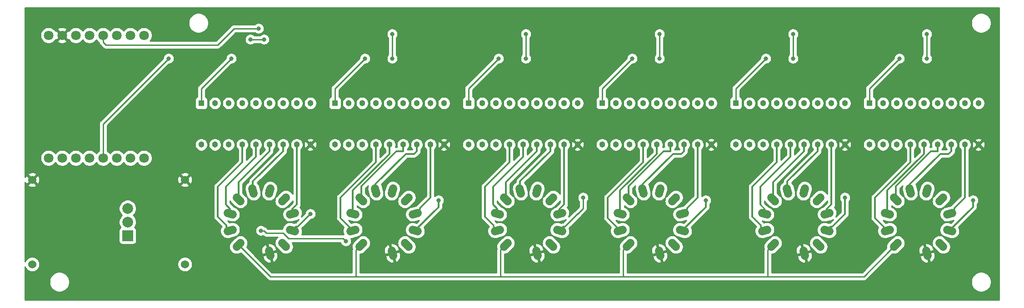
<source format=gbr>
G04 #@! TF.GenerationSoftware,KiCad,Pcbnew,(5.1.4)-1*
G04 #@! TF.CreationDate,2020-02-10T21:29:39-05:00*
G04 #@! TF.ProjectId,xmas,786d6173-2e6b-4696-9361-645f70636258,rev?*
G04 #@! TF.SameCoordinates,Original*
G04 #@! TF.FileFunction,Copper,L2,Bot*
G04 #@! TF.FilePolarity,Positive*
%FSLAX46Y46*%
G04 Gerber Fmt 4.6, Leading zero omitted, Abs format (unit mm)*
G04 Created by KiCad (PCBNEW (5.1.4)-1) date 2020-02-10 21:29:39*
%MOMM*%
%LPD*%
G04 APERTURE LIST*
%ADD10C,1.524000*%
%ADD11C,1.524000*%
%ADD12C,1.800000*%
%ADD13C,1.133000*%
%ADD14R,1.133000X1.133000*%
%ADD15R,2.000000X2.000000*%
%ADD16C,2.000000*%
%ADD17C,0.800000*%
%ADD18C,0.250000*%
%ADD19C,0.300000*%
%ADD20C,0.254000*%
G04 APERTURE END LIST*
D10*
X136680914Y-97235555D03*
D11*
X136807218Y-97706927D02*
X136554610Y-96764183D01*
D10*
X139370640Y-95682641D03*
D11*
X139715708Y-96027709D02*
X139025572Y-95337573D01*
D10*
X140923555Y-92992915D03*
D11*
X141394927Y-93119219D02*
X140452183Y-92866611D01*
D10*
X140923555Y-89887086D03*
D11*
X141394927Y-89760782D02*
X140452183Y-90013390D01*
D10*
X139370641Y-87197360D03*
D11*
X139715709Y-86852292D02*
X139025573Y-87542428D01*
D10*
X136680915Y-85644445D03*
D11*
X136807219Y-85173073D02*
X136554611Y-86115817D01*
D10*
X133575086Y-85644445D03*
D11*
X133448782Y-85173073D02*
X133701390Y-86115817D01*
D10*
X130885360Y-87197359D03*
D11*
X130540292Y-86852291D02*
X131230428Y-87542427D01*
D10*
X129332445Y-89887085D03*
D11*
X128861073Y-89760781D02*
X129803817Y-90013389D01*
D10*
X129332445Y-92992914D03*
D11*
X128861073Y-93119218D02*
X129803817Y-92866610D01*
D10*
X130885359Y-95682640D03*
D11*
X130540291Y-96027708D02*
X131230427Y-95337572D01*
D10*
X163604914Y-97235555D03*
D11*
X163731218Y-97706927D02*
X163478610Y-96764183D01*
D10*
X166294640Y-95682641D03*
D11*
X166639708Y-96027709D02*
X165949572Y-95337573D01*
D10*
X167847555Y-92992915D03*
D11*
X168318927Y-93119219D02*
X167376183Y-92866611D01*
D10*
X167847555Y-89887086D03*
D11*
X168318927Y-89760782D02*
X167376183Y-90013390D01*
D10*
X166294641Y-87197360D03*
D11*
X166639709Y-86852292D02*
X165949573Y-87542428D01*
D10*
X163604915Y-85644445D03*
D11*
X163731219Y-85173073D02*
X163478611Y-86115817D01*
D10*
X160499086Y-85644445D03*
D11*
X160372782Y-85173073D02*
X160625390Y-86115817D01*
D10*
X157809360Y-87197359D03*
D11*
X157464292Y-86852291D02*
X158154428Y-87542427D01*
D10*
X156256445Y-89887085D03*
D11*
X155785073Y-89760781D02*
X156727817Y-90013389D01*
D10*
X156256445Y-92992914D03*
D11*
X155785073Y-93119218D02*
X156727817Y-92866610D01*
D10*
X157809359Y-95682640D03*
D11*
X157464291Y-96027708D02*
X158154427Y-95337572D01*
D12*
X40640000Y-56642000D03*
X38100000Y-56642000D03*
X35560000Y-56642000D03*
X33020000Y-56642000D03*
X30480000Y-56642000D03*
X27940000Y-56642000D03*
X25400000Y-56642000D03*
X22860000Y-56642000D03*
X22860000Y-79502000D03*
X25400000Y-79502000D03*
X27940000Y-79502000D03*
X30480000Y-79502000D03*
X33020000Y-79502000D03*
X35560000Y-79502000D03*
X38100000Y-79502000D03*
X40640000Y-79502000D03*
D10*
X186464914Y-97235555D03*
D11*
X186591218Y-97706927D02*
X186338610Y-96764183D01*
D10*
X189154640Y-95682641D03*
D11*
X189499708Y-96027709D02*
X188809572Y-95337573D01*
D10*
X190707555Y-92992915D03*
D11*
X191178927Y-93119219D02*
X190236183Y-92866611D01*
D10*
X190707555Y-89887086D03*
D11*
X191178927Y-89760782D02*
X190236183Y-90013390D01*
D10*
X189154641Y-87197360D03*
D11*
X189499709Y-86852292D02*
X188809573Y-87542428D01*
D10*
X186464915Y-85644445D03*
D11*
X186591219Y-85173073D02*
X186338611Y-86115817D01*
D10*
X183359086Y-85644445D03*
D11*
X183232782Y-85173073D02*
X183485390Y-86115817D01*
D10*
X180669360Y-87197359D03*
D11*
X180324292Y-86852291D02*
X181014428Y-87542427D01*
D10*
X179116445Y-89887085D03*
D11*
X178645073Y-89760781D02*
X179587817Y-90013389D01*
D10*
X179116445Y-92992914D03*
D11*
X178645073Y-93119218D02*
X179587817Y-92866610D01*
D10*
X180669359Y-95682640D03*
D11*
X180324291Y-96027708D02*
X181014427Y-95337572D01*
D10*
X113820914Y-97235555D03*
D11*
X113947218Y-97706927D02*
X113694610Y-96764183D01*
D10*
X116510640Y-95682641D03*
D11*
X116855708Y-96027709D02*
X116165572Y-95337573D01*
D10*
X118063555Y-92992915D03*
D11*
X118534927Y-93119219D02*
X117592183Y-92866611D01*
D10*
X118063555Y-89887086D03*
D11*
X118534927Y-89760782D02*
X117592183Y-90013390D01*
D10*
X116510641Y-87197360D03*
D11*
X116855709Y-86852292D02*
X116165573Y-87542428D01*
D10*
X113820915Y-85644445D03*
D11*
X113947219Y-85173073D02*
X113694611Y-86115817D01*
D10*
X110715086Y-85644445D03*
D11*
X110588782Y-85173073D02*
X110841390Y-86115817D01*
D10*
X108025360Y-87197359D03*
D11*
X107680292Y-86852291D02*
X108370428Y-87542427D01*
D10*
X106472445Y-89887085D03*
D11*
X106001073Y-89760781D02*
X106943817Y-90013389D01*
D10*
X106472445Y-92992914D03*
D11*
X106001073Y-93119218D02*
X106943817Y-92866610D01*
D10*
X108025359Y-95682640D03*
D11*
X107680291Y-96027708D02*
X108370427Y-95337572D01*
D10*
X86896914Y-97235555D03*
D11*
X87023218Y-97706927D02*
X86770610Y-96764183D01*
D10*
X89586640Y-95682641D03*
D11*
X89931708Y-96027709D02*
X89241572Y-95337573D01*
D10*
X91139555Y-92992915D03*
D11*
X91610927Y-93119219D02*
X90668183Y-92866611D01*
D10*
X91139555Y-89887086D03*
D11*
X91610927Y-89760782D02*
X90668183Y-90013390D01*
D10*
X89586641Y-87197360D03*
D11*
X89931709Y-86852292D02*
X89241573Y-87542428D01*
D10*
X86896915Y-85644445D03*
D11*
X87023219Y-85173073D02*
X86770611Y-86115817D01*
D10*
X83791086Y-85644445D03*
D11*
X83664782Y-85173073D02*
X83917390Y-86115817D01*
D10*
X81101360Y-87197359D03*
D11*
X80756292Y-86852291D02*
X81446428Y-87542427D01*
D10*
X79548445Y-89887085D03*
D11*
X79077073Y-89760781D02*
X80019817Y-90013389D01*
D10*
X79548445Y-92992914D03*
D11*
X79077073Y-93119218D02*
X80019817Y-92866610D01*
D10*
X81101359Y-95682640D03*
D11*
X80756291Y-96027708D02*
X81446427Y-95337572D01*
D10*
X64036914Y-97235555D03*
D11*
X64163218Y-97706927D02*
X63910610Y-96764183D01*
D10*
X66726640Y-95682641D03*
D11*
X67071708Y-96027709D02*
X66381572Y-95337573D01*
D10*
X68279555Y-92992915D03*
D11*
X68750927Y-93119219D02*
X67808183Y-92866611D01*
D10*
X68279555Y-89887086D03*
D11*
X68750927Y-89760782D02*
X67808183Y-90013390D01*
D10*
X66726641Y-87197360D03*
D11*
X67071709Y-86852292D02*
X66381573Y-87542428D01*
D10*
X64036915Y-85644445D03*
D11*
X64163219Y-85173073D02*
X63910611Y-86115817D01*
D10*
X60931086Y-85644445D03*
D11*
X60804782Y-85173073D02*
X61057390Y-86115817D01*
D10*
X58241360Y-87197359D03*
D11*
X57896292Y-86852291D02*
X58586428Y-87542427D01*
D10*
X56688445Y-89887085D03*
D11*
X56217073Y-89760781D02*
X57159817Y-90013389D01*
D10*
X56688445Y-92992914D03*
D11*
X56217073Y-93119218D02*
X57159817Y-92866610D01*
D10*
X58241359Y-95682640D03*
D11*
X57896291Y-96027708D02*
X58586427Y-95337572D01*
D13*
X51308000Y-77018000D03*
X53848000Y-77018000D03*
X56388000Y-77018000D03*
X58928000Y-77018000D03*
X61468000Y-77018000D03*
X64008000Y-77018000D03*
X66548000Y-77018000D03*
X69088000Y-77018000D03*
X71628000Y-77018000D03*
X71628000Y-69286000D03*
X69088000Y-69286000D03*
X66548000Y-69286000D03*
X64008000Y-69286000D03*
X61468000Y-69286000D03*
X58928000Y-69286000D03*
X56388000Y-69286000D03*
X53848000Y-69286000D03*
D14*
X51308000Y-69286000D03*
X76200000Y-69286000D03*
D13*
X78740000Y-69286000D03*
X81280000Y-69286000D03*
X83820000Y-69286000D03*
X86360000Y-69286000D03*
X88900000Y-69286000D03*
X91440000Y-69286000D03*
X93980000Y-69286000D03*
X96520000Y-69286000D03*
X96520000Y-77018000D03*
X93980000Y-77018000D03*
X91440000Y-77018000D03*
X88900000Y-77018000D03*
X86360000Y-77018000D03*
X83820000Y-77018000D03*
X81280000Y-77018000D03*
X78740000Y-77018000D03*
X76200000Y-77018000D03*
X101092000Y-77018000D03*
X103632000Y-77018000D03*
X106172000Y-77018000D03*
X108712000Y-77018000D03*
X111252000Y-77018000D03*
X113792000Y-77018000D03*
X116332000Y-77018000D03*
X118872000Y-77018000D03*
X121412000Y-77018000D03*
X121412000Y-69286000D03*
X118872000Y-69286000D03*
X116332000Y-69286000D03*
X113792000Y-69286000D03*
X111252000Y-69286000D03*
X108712000Y-69286000D03*
X106172000Y-69286000D03*
X103632000Y-69286000D03*
D14*
X101092000Y-69286000D03*
X125984000Y-69286000D03*
D13*
X128524000Y-69286000D03*
X131064000Y-69286000D03*
X133604000Y-69286000D03*
X136144000Y-69286000D03*
X138684000Y-69286000D03*
X141224000Y-69286000D03*
X143764000Y-69286000D03*
X146304000Y-69286000D03*
X146304000Y-77018000D03*
X143764000Y-77018000D03*
X141224000Y-77018000D03*
X138684000Y-77018000D03*
X136144000Y-77018000D03*
X133604000Y-77018000D03*
X131064000Y-77018000D03*
X128524000Y-77018000D03*
X125984000Y-77018000D03*
D14*
X150876000Y-69286000D03*
D13*
X153416000Y-69286000D03*
X155956000Y-69286000D03*
X158496000Y-69286000D03*
X161036000Y-69286000D03*
X163576000Y-69286000D03*
X166116000Y-69286000D03*
X168656000Y-69286000D03*
X171196000Y-69286000D03*
X171196000Y-77018000D03*
X168656000Y-77018000D03*
X166116000Y-77018000D03*
X163576000Y-77018000D03*
X161036000Y-77018000D03*
X158496000Y-77018000D03*
X155956000Y-77018000D03*
X153416000Y-77018000D03*
X150876000Y-77018000D03*
X175768000Y-77018000D03*
X178308000Y-77018000D03*
X180848000Y-77018000D03*
X183388000Y-77018000D03*
X185928000Y-77018000D03*
X188468000Y-77018000D03*
X191008000Y-77018000D03*
X193548000Y-77018000D03*
X196088000Y-77018000D03*
X196088000Y-69286000D03*
X193548000Y-69286000D03*
X191008000Y-69286000D03*
X188468000Y-69286000D03*
X185928000Y-69286000D03*
X183388000Y-69286000D03*
X180848000Y-69286000D03*
X178308000Y-69286000D03*
D14*
X175768000Y-69286000D03*
D15*
X37592000Y-93980000D03*
D16*
X37592000Y-91440000D03*
X37592000Y-88900000D03*
D10*
X19812000Y-99314000D03*
X19812000Y-83566000D03*
X48260000Y-99314000D03*
X48260000Y-83566000D03*
D17*
X190836000Y-64688000D03*
X165944000Y-64688000D03*
X141052000Y-64688000D03*
X91268000Y-64688000D03*
X66376000Y-64688000D03*
X59436000Y-60960000D03*
X84328000Y-60960000D03*
X109220000Y-60960000D03*
X159004000Y-60960000D03*
X134112000Y-60960000D03*
X183896000Y-60960000D03*
X116332000Y-64516000D03*
X62408000Y-93040000D03*
X78232000Y-94996000D03*
X71628000Y-89916000D03*
X56896000Y-60960000D03*
X45212000Y-60960000D03*
X95504000Y-87376000D03*
X106680000Y-60960000D03*
X122428000Y-86868000D03*
X145288000Y-87376000D03*
X156464000Y-60960000D03*
X181356000Y-60960000D03*
X171196000Y-86868000D03*
X195072000Y-87376000D03*
X62992000Y-57404000D03*
X60452000Y-57404000D03*
X161544000Y-60960000D03*
X161544000Y-56388000D03*
X186436000Y-60960000D03*
X186436000Y-56388000D03*
X136652000Y-60960000D03*
X136652000Y-56388000D03*
X111760000Y-56388000D03*
X111760000Y-60960000D03*
X86868000Y-56388000D03*
X86868000Y-60960000D03*
X61976000Y-55372000D03*
X81788000Y-60960000D03*
X131572000Y-60960000D03*
D18*
X88056000Y-64688000D02*
X91268000Y-64688000D01*
X84328000Y-60960000D02*
X88056000Y-64688000D01*
X109220000Y-60960000D02*
X112776000Y-64516000D01*
X112776000Y-64516000D02*
X116332000Y-64516000D01*
X137840000Y-64688000D02*
X141052000Y-64688000D01*
X134112000Y-60960000D02*
X137840000Y-64688000D01*
X187624000Y-64688000D02*
X190836000Y-64688000D01*
X183896000Y-60960000D02*
X187624000Y-64688000D01*
X162732000Y-64688000D02*
X165944000Y-64688000D01*
X159004000Y-60960000D02*
X162732000Y-64688000D01*
X62973685Y-93040000D02*
X63405685Y-93472000D01*
X62408000Y-93040000D02*
X62973685Y-93040000D01*
X63405685Y-93472000D02*
X66548000Y-93472000D01*
X66548000Y-93472000D02*
X67564000Y-94488000D01*
X67564000Y-94488000D02*
X77724000Y-94488000D01*
X77724000Y-94488000D02*
X78232000Y-94996000D01*
D19*
X68972434Y-92300036D02*
X69243964Y-92300036D01*
X68279555Y-92992915D02*
X68972434Y-92300036D01*
X69243964Y-92300036D02*
X71628000Y-89916000D01*
X58928000Y-80264000D02*
X58928000Y-77018000D01*
X54356000Y-84836000D02*
X58928000Y-80264000D01*
X54356000Y-90424000D02*
X54356000Y-84836000D01*
X55995565Y-92063565D02*
X54356000Y-90424000D01*
X56688445Y-92992914D02*
X55995565Y-92300034D01*
X55995565Y-92300034D02*
X55995565Y-92063565D01*
X56688445Y-88998205D02*
X56688445Y-89887085D01*
X55880000Y-88189760D02*
X56688445Y-88998205D01*
X55880000Y-84836000D02*
X55880000Y-88189760D01*
X61468000Y-79248000D02*
X55880000Y-84836000D01*
X61468000Y-77018000D02*
X61468000Y-79248000D01*
X58241360Y-83998640D02*
X58241360Y-87197359D01*
X64008000Y-78232000D02*
X58241360Y-83998640D01*
X64008000Y-77018000D02*
X64008000Y-78232000D01*
X60931086Y-85644445D02*
X60931086Y-83848914D01*
X60931086Y-83848914D02*
X66548000Y-78232000D01*
X66548000Y-78232000D02*
X66548000Y-77018000D01*
X69088000Y-88189760D02*
X69088000Y-84836000D01*
X68279555Y-88998205D02*
X69088000Y-88189760D01*
X68279555Y-89887086D02*
X68279555Y-88998205D01*
X69088000Y-84836000D02*
X69088000Y-77018000D01*
D18*
X56896000Y-60960000D02*
X51308000Y-66548000D01*
X51308000Y-66548000D02*
X51308000Y-69286000D01*
X33020000Y-73152000D02*
X33020000Y-79502000D01*
X45212000Y-60960000D02*
X33020000Y-73152000D01*
D19*
X92018573Y-89008068D02*
X92018573Y-88829427D01*
X91139555Y-89887086D02*
X92018573Y-89008068D01*
X93980000Y-86868000D02*
X93980000Y-77018000D01*
X92018573Y-88829427D02*
X93980000Y-86868000D01*
X91440000Y-78232000D02*
X91440000Y-77018000D01*
X83791086Y-85644445D02*
X83791086Y-84356914D01*
X89408000Y-78740000D02*
X90932000Y-78740000D01*
X83791086Y-84356914D02*
X89408000Y-78740000D01*
X91440000Y-78232000D02*
X90932000Y-78740000D01*
X81101360Y-84816640D02*
X81101360Y-87197359D01*
X87686000Y-78232000D02*
X81101360Y-84816640D01*
X88900000Y-78232000D02*
X87686000Y-78232000D01*
X88900000Y-77018000D02*
X88900000Y-78232000D01*
X79548445Y-85551555D02*
X79548445Y-89887085D01*
X86360000Y-78740000D02*
X79548445Y-85551555D01*
X86360000Y-77018000D02*
X86360000Y-78740000D01*
X86360000Y-78740000D02*
X86360000Y-78232000D01*
X77216000Y-90660469D02*
X79548445Y-92992914D01*
X77216000Y-86868000D02*
X77216000Y-90660469D01*
X83820000Y-77018000D02*
X83820000Y-80264000D01*
X83820000Y-80264000D02*
X77216000Y-86868000D01*
X91139555Y-92992915D02*
X95504000Y-88628470D01*
X95504000Y-88628470D02*
X95504000Y-87376000D01*
D18*
X101092000Y-66548000D02*
X101092000Y-69286000D01*
X106680000Y-60960000D02*
X101092000Y-66548000D01*
D19*
X118063555Y-92992915D02*
X118756434Y-92300036D01*
X119027964Y-92300036D02*
X121412000Y-89916000D01*
X118756434Y-92300036D02*
X119027964Y-92300036D01*
D18*
X121412000Y-89916000D02*
X122428000Y-88900000D01*
X122428000Y-88900000D02*
X122428000Y-86868000D01*
D19*
X105779565Y-92063565D02*
X104140000Y-90424000D01*
X108712000Y-80264000D02*
X108712000Y-77018000D01*
X104140000Y-84836000D02*
X108712000Y-80264000D01*
X104140000Y-90424000D02*
X104140000Y-84836000D01*
X106472445Y-92992914D02*
X105779565Y-92300034D01*
X105664000Y-84836000D02*
X105664000Y-88189760D01*
X111252000Y-79248000D02*
X105664000Y-84836000D01*
X111252000Y-77018000D02*
X111252000Y-79248000D01*
X105664000Y-88189760D02*
X106472445Y-88998205D01*
X106472445Y-88998205D02*
X106472445Y-89887085D01*
X113792000Y-78232000D02*
X108025360Y-83998640D01*
X113792000Y-77018000D02*
X113792000Y-78232000D01*
X108025360Y-83998640D02*
X108025360Y-87197359D01*
X110715086Y-85644445D02*
X110715086Y-83848914D01*
X116332000Y-78232000D02*
X116332000Y-77018000D01*
X110715086Y-83848914D02*
X116332000Y-78232000D01*
X118063555Y-88998205D02*
X118872000Y-88189760D01*
X118872000Y-84836000D02*
X118872000Y-77018000D01*
X118872000Y-88189760D02*
X118872000Y-84836000D01*
X118063555Y-89887086D02*
X118063555Y-88998205D01*
X143764000Y-86868000D02*
X143764000Y-77018000D01*
X141802573Y-88829427D02*
X143764000Y-86868000D01*
X141802573Y-89008068D02*
X141802573Y-88829427D01*
X140923555Y-89887086D02*
X141802573Y-89008068D01*
X133575086Y-84356914D02*
X139192000Y-78740000D01*
X139192000Y-78740000D02*
X140716000Y-78740000D01*
X141224000Y-78232000D02*
X140716000Y-78740000D01*
X141224000Y-78232000D02*
X141224000Y-77018000D01*
X138684000Y-78232000D02*
X137470000Y-78232000D01*
X130885360Y-84816640D02*
X130885360Y-87197359D01*
X138684000Y-77018000D02*
X138684000Y-78232000D01*
X137470000Y-78232000D02*
X130885360Y-84816640D01*
X136144000Y-77018000D02*
X136144000Y-78740000D01*
X129332445Y-85551555D02*
X129332445Y-89887085D01*
X136144000Y-78740000D02*
X129332445Y-85551555D01*
X133604000Y-77018000D02*
X133604000Y-80264000D01*
X127000000Y-90660469D02*
X129332445Y-92992914D01*
X127000000Y-86868000D02*
X127000000Y-90660469D01*
X133604000Y-80264000D02*
X127000000Y-86868000D01*
X140923555Y-92992915D02*
X145288000Y-88628470D01*
X145288000Y-88628470D02*
X145288000Y-87376000D01*
D18*
X150876000Y-66548000D02*
X150876000Y-69286000D01*
X156464000Y-60960000D02*
X150876000Y-66548000D01*
X175768000Y-66548000D02*
X175768000Y-69286000D01*
X181356000Y-60960000D02*
X175768000Y-66548000D01*
D19*
X168656000Y-84836000D02*
X168656000Y-77018000D01*
X168656000Y-88189760D02*
X168656000Y-84836000D01*
X167847555Y-88998205D02*
X168656000Y-88189760D01*
X167847555Y-89887086D02*
X167847555Y-88998205D01*
X160499086Y-85644445D02*
X160499086Y-83848914D01*
X166116000Y-78232000D02*
X166116000Y-77018000D01*
X160499086Y-83848914D02*
X166116000Y-78232000D01*
X163576000Y-78232000D02*
X157809360Y-83998640D01*
X163576000Y-77018000D02*
X163576000Y-78232000D01*
X157809360Y-83998640D02*
X157809360Y-87197359D01*
X161036000Y-77018000D02*
X161036000Y-79248000D01*
X161036000Y-79248000D02*
X155448000Y-84836000D01*
X156256445Y-88998205D02*
X156256445Y-89887085D01*
X155448000Y-84836000D02*
X155448000Y-88189760D01*
D18*
X156256445Y-88998205D02*
X155448000Y-88189760D01*
D19*
X153924000Y-90424000D02*
X153924000Y-84836000D01*
X155563565Y-92063565D02*
X153924000Y-90424000D01*
X153924000Y-84836000D02*
X158496000Y-80264000D01*
X156256445Y-92992914D02*
X155563565Y-92300034D01*
X158496000Y-80264000D02*
X158496000Y-77018000D01*
X167847555Y-92992915D02*
X168540434Y-92300036D01*
X168811964Y-92300036D02*
X171196000Y-89916000D01*
X168540434Y-92300036D02*
X168811964Y-92300036D01*
X171196000Y-86868000D02*
X171196000Y-86868000D01*
X171196000Y-86868000D02*
X171196000Y-89916000D01*
X190707555Y-92992915D02*
X195072000Y-88628470D01*
X195072000Y-88628470D02*
X195072000Y-87376000D01*
X183388000Y-77018000D02*
X183388000Y-80264000D01*
X176784000Y-86868000D02*
X176784000Y-90660469D01*
X183388000Y-80264000D02*
X176784000Y-86868000D01*
X176784000Y-90660469D02*
X179116445Y-92992914D01*
X185928000Y-78740000D02*
X179116445Y-85551555D01*
X185928000Y-77018000D02*
X185928000Y-78740000D01*
X179116445Y-85551555D02*
X179116445Y-89887085D01*
X188468000Y-78232000D02*
X187254000Y-78232000D01*
X180669360Y-84816640D02*
X180669360Y-87197359D01*
X188468000Y-77018000D02*
X188468000Y-78232000D01*
X187254000Y-78232000D02*
X180669360Y-84816640D01*
X183359086Y-84356914D02*
X188976000Y-78740000D01*
X191008000Y-78232000D02*
X190500000Y-78740000D01*
X188976000Y-78740000D02*
X190500000Y-78740000D01*
X191008000Y-78232000D02*
X191008000Y-77018000D01*
X190707555Y-89887086D02*
X191586573Y-89008068D01*
X191586573Y-88829427D02*
X193548000Y-86868000D01*
X193548000Y-86868000D02*
X193548000Y-77018000D01*
X191586573Y-89008068D02*
X191586573Y-88829427D01*
D18*
X180669359Y-95682640D02*
X179714766Y-96637234D01*
X179714766Y-96637234D02*
X174752000Y-101600000D01*
X64158719Y-101600000D02*
X58241359Y-95682640D01*
X80146766Y-101482766D02*
X80264000Y-101600000D01*
X80146766Y-96637233D02*
X80146766Y-101482766D01*
X81101359Y-95682640D02*
X80146766Y-96637233D01*
X80264000Y-101600000D02*
X64158719Y-101600000D01*
X107070766Y-101482766D02*
X107188000Y-101600000D01*
X107070766Y-96637233D02*
X107070766Y-101482766D01*
X108025359Y-95682640D02*
X107070766Y-96637233D01*
X107188000Y-101600000D02*
X80264000Y-101600000D01*
X129930766Y-101482766D02*
X130048000Y-101600000D01*
X129930766Y-96637233D02*
X129930766Y-101482766D01*
X130885359Y-95682640D02*
X129930766Y-96637233D01*
X174752000Y-101600000D02*
X130048000Y-101600000D01*
X130048000Y-101600000D02*
X107188000Y-101600000D01*
X156854766Y-96637233D02*
X156854766Y-101482766D01*
X157809359Y-95682640D02*
X156854766Y-96637233D01*
X62992000Y-57404000D02*
X60452000Y-57404000D01*
X186436000Y-56388000D02*
X186436000Y-60960000D01*
X161544000Y-56388000D02*
X161544000Y-60960000D01*
X136652000Y-56388000D02*
X136652000Y-60960000D01*
X111760000Y-56388000D02*
X111760000Y-60960000D01*
X86868000Y-56388000D02*
X86868000Y-60960000D01*
X33020000Y-57914792D02*
X33525208Y-58420000D01*
X33020000Y-56642000D02*
X33020000Y-57914792D01*
X33525208Y-58420000D02*
X54356000Y-58420000D01*
X57404000Y-55372000D02*
X61976000Y-55372000D01*
X54356000Y-58420000D02*
X57404000Y-55372000D01*
X76200000Y-66548000D02*
X76200000Y-69286000D01*
X81788000Y-60960000D02*
X76200000Y-66548000D01*
X131572000Y-60960000D02*
X125984000Y-66548000D01*
X125984000Y-66548000D02*
X125984000Y-69286000D01*
D20*
G36*
X199950000Y-105970000D02*
G01*
X18490000Y-105970000D01*
X18490000Y-102430344D01*
X23007000Y-102430344D01*
X23007000Y-102801656D01*
X23079439Y-103165834D01*
X23221534Y-103508882D01*
X23427825Y-103817618D01*
X23690382Y-104080175D01*
X23999118Y-104286466D01*
X24342166Y-104428561D01*
X24706344Y-104501000D01*
X25077656Y-104501000D01*
X25441834Y-104428561D01*
X25784882Y-104286466D01*
X26093618Y-104080175D01*
X26356175Y-103817618D01*
X26562466Y-103508882D01*
X26704561Y-103165834D01*
X26777000Y-102801656D01*
X26777000Y-102430344D01*
X194711000Y-102430344D01*
X194711000Y-102801656D01*
X194783439Y-103165834D01*
X194925534Y-103508882D01*
X195131825Y-103817618D01*
X195394382Y-104080175D01*
X195703118Y-104286466D01*
X196046166Y-104428561D01*
X196410344Y-104501000D01*
X196781656Y-104501000D01*
X197145834Y-104428561D01*
X197488882Y-104286466D01*
X197797618Y-104080175D01*
X198060175Y-103817618D01*
X198266466Y-103508882D01*
X198408561Y-103165834D01*
X198481000Y-102801656D01*
X198481000Y-102430344D01*
X198408561Y-102066166D01*
X198266466Y-101723118D01*
X198060175Y-101414382D01*
X197797618Y-101151825D01*
X197488882Y-100945534D01*
X197145834Y-100803439D01*
X196781656Y-100731000D01*
X196410344Y-100731000D01*
X196046166Y-100803439D01*
X195703118Y-100945534D01*
X195394382Y-101151825D01*
X195131825Y-101414382D01*
X194925534Y-101723118D01*
X194783439Y-102066166D01*
X194711000Y-102430344D01*
X26777000Y-102430344D01*
X26704561Y-102066166D01*
X26562466Y-101723118D01*
X26356175Y-101414382D01*
X26093618Y-101151825D01*
X25784882Y-100945534D01*
X25441834Y-100803439D01*
X25077656Y-100731000D01*
X24706344Y-100731000D01*
X24342166Y-100803439D01*
X23999118Y-100945534D01*
X23690382Y-101151825D01*
X23427825Y-101414382D01*
X23221534Y-101723118D01*
X23079439Y-102066166D01*
X23007000Y-102430344D01*
X18490000Y-102430344D01*
X18490000Y-99772946D01*
X18573995Y-99975727D01*
X18726880Y-100204535D01*
X18921465Y-100399120D01*
X19150273Y-100552005D01*
X19404510Y-100657314D01*
X19674408Y-100711000D01*
X19949592Y-100711000D01*
X20219490Y-100657314D01*
X20473727Y-100552005D01*
X20702535Y-100399120D01*
X20897120Y-100204535D01*
X21050005Y-99975727D01*
X21155314Y-99721490D01*
X21209000Y-99451592D01*
X21209000Y-99176408D01*
X46863000Y-99176408D01*
X46863000Y-99451592D01*
X46916686Y-99721490D01*
X47021995Y-99975727D01*
X47174880Y-100204535D01*
X47369465Y-100399120D01*
X47598273Y-100552005D01*
X47852510Y-100657314D01*
X48122408Y-100711000D01*
X48397592Y-100711000D01*
X48667490Y-100657314D01*
X48921727Y-100552005D01*
X49150535Y-100399120D01*
X49345120Y-100204535D01*
X49498005Y-99975727D01*
X49603314Y-99721490D01*
X49657000Y-99451592D01*
X49657000Y-99176408D01*
X49603314Y-98906510D01*
X49498005Y-98652273D01*
X49345120Y-98423465D01*
X49150535Y-98228880D01*
X48921727Y-98075995D01*
X48667490Y-97970686D01*
X48397592Y-97917000D01*
X48122408Y-97917000D01*
X47852510Y-97970686D01*
X47598273Y-98075995D01*
X47369465Y-98228880D01*
X47174880Y-98423465D01*
X47021995Y-98652273D01*
X46916686Y-98906510D01*
X46863000Y-99176408D01*
X21209000Y-99176408D01*
X21155314Y-98906510D01*
X21050005Y-98652273D01*
X20897120Y-98423465D01*
X20702535Y-98228880D01*
X20473727Y-98075995D01*
X20219490Y-97970686D01*
X19949592Y-97917000D01*
X19674408Y-97917000D01*
X19404510Y-97970686D01*
X19150273Y-98075995D01*
X18921465Y-98228880D01*
X18726880Y-98423465D01*
X18573995Y-98652273D01*
X18490000Y-98855054D01*
X18490000Y-96027708D01*
X56492532Y-96027708D01*
X56519505Y-96301567D01*
X56599388Y-96564903D01*
X56729109Y-96807594D01*
X56903684Y-97020315D01*
X57116405Y-97194890D01*
X57359096Y-97324611D01*
X57622432Y-97404494D01*
X57896291Y-97431467D01*
X58170150Y-97404494D01*
X58433486Y-97324611D01*
X58676177Y-97194890D01*
X58677622Y-97193704D01*
X63594920Y-102111003D01*
X63618718Y-102140001D01*
X63734443Y-102234974D01*
X63866472Y-102305546D01*
X64009733Y-102349003D01*
X64121386Y-102360000D01*
X64121394Y-102360000D01*
X64158719Y-102363676D01*
X64196044Y-102360000D01*
X80226678Y-102360000D01*
X80264000Y-102363676D01*
X80301323Y-102360000D01*
X107150678Y-102360000D01*
X107188000Y-102363676D01*
X107225323Y-102360000D01*
X130010678Y-102360000D01*
X130048000Y-102363676D01*
X130085323Y-102360000D01*
X174714678Y-102360000D01*
X174752000Y-102363676D01*
X174789322Y-102360000D01*
X174789333Y-102360000D01*
X174900986Y-102349003D01*
X175044247Y-102305546D01*
X175176276Y-102234974D01*
X175292001Y-102140001D01*
X175315804Y-102110997D01*
X179707003Y-97719798D01*
X185148386Y-97719798D01*
X185274689Y-98191170D01*
X185394457Y-98438707D01*
X185560216Y-98658123D01*
X185765595Y-98840985D01*
X186002703Y-98980266D01*
X186262427Y-99070612D01*
X186534787Y-99108554D01*
X186610335Y-99103796D01*
X186787338Y-98929547D01*
X186375111Y-97391098D01*
X185148386Y-97719798D01*
X179707003Y-97719798D01*
X180028854Y-97397948D01*
X180050432Y-97404494D01*
X180324291Y-97431467D01*
X180598150Y-97404494D01*
X180861486Y-97324611D01*
X181104177Y-97194890D01*
X181263593Y-97064061D01*
X181598831Y-96728823D01*
X184936295Y-96728823D01*
X184956342Y-97003081D01*
X185082646Y-97474453D01*
X185639074Y-97325358D01*
X186620457Y-97325358D01*
X187032683Y-98863807D01*
X187273096Y-98926210D01*
X187340902Y-98892556D01*
X187557801Y-98723518D01*
X187737556Y-98515413D01*
X187873257Y-98276238D01*
X187959690Y-98015186D01*
X187993533Y-97742287D01*
X187973486Y-97468029D01*
X187847182Y-96996657D01*
X186620457Y-97325358D01*
X185639074Y-97325358D01*
X186309371Y-97145752D01*
X185897145Y-95607303D01*
X185656732Y-95544900D01*
X185588926Y-95578554D01*
X185372027Y-95747592D01*
X185192272Y-95955697D01*
X185056571Y-96194872D01*
X184970138Y-96455924D01*
X184936295Y-96728823D01*
X181598831Y-96728823D01*
X182050780Y-96276874D01*
X182181610Y-96117458D01*
X182311331Y-95874768D01*
X182391213Y-95611432D01*
X182398094Y-95541563D01*
X186142490Y-95541563D01*
X186554717Y-97080012D01*
X187781442Y-96751312D01*
X187655139Y-96279940D01*
X187535371Y-96032403D01*
X187369612Y-95812987D01*
X187164233Y-95630125D01*
X186927125Y-95490844D01*
X186667401Y-95400498D01*
X186395041Y-95362556D01*
X186319493Y-95367314D01*
X186142490Y-95541563D01*
X182398094Y-95541563D01*
X182418185Y-95337573D01*
X187405813Y-95337573D01*
X187432786Y-95611432D01*
X187512669Y-95874768D01*
X187642390Y-96117459D01*
X187773219Y-96276875D01*
X188560406Y-97064062D01*
X188719822Y-97194892D01*
X188962512Y-97324613D01*
X189225848Y-97404495D01*
X189499708Y-97431468D01*
X189773567Y-97404495D01*
X190036903Y-97324613D01*
X190279594Y-97194892D01*
X190492315Y-97020316D01*
X190666891Y-96807595D01*
X190796612Y-96564904D01*
X190876494Y-96301568D01*
X190903467Y-96027709D01*
X190876494Y-95753849D01*
X190796612Y-95490513D01*
X190666891Y-95247823D01*
X190536061Y-95088407D01*
X189748874Y-94301220D01*
X189589458Y-94170391D01*
X189346767Y-94040670D01*
X189083431Y-93960787D01*
X188809572Y-93933814D01*
X188535713Y-93960787D01*
X188272377Y-94040670D01*
X188029686Y-94170391D01*
X187816965Y-94344966D01*
X187642390Y-94557687D01*
X187512669Y-94800378D01*
X187432786Y-95063714D01*
X187405813Y-95337573D01*
X182418185Y-95337573D01*
X182418186Y-95337572D01*
X182391213Y-95063713D01*
X182311331Y-94800377D01*
X182181610Y-94557686D01*
X182007034Y-94344965D01*
X181794313Y-94170389D01*
X181551622Y-94040668D01*
X181288286Y-93960786D01*
X181014427Y-93933813D01*
X180740567Y-93960786D01*
X180477231Y-94040668D01*
X180234541Y-94170389D01*
X180075125Y-94301219D01*
X179287938Y-95088406D01*
X179157109Y-95247822D01*
X179027388Y-95490513D01*
X178947505Y-95753849D01*
X178920532Y-96027708D01*
X178947505Y-96301567D01*
X178954051Y-96323147D01*
X174437199Y-100840000D01*
X157614766Y-100840000D01*
X157614766Y-97719798D01*
X162288386Y-97719798D01*
X162414689Y-98191170D01*
X162534457Y-98438707D01*
X162700216Y-98658123D01*
X162905595Y-98840985D01*
X163142703Y-98980266D01*
X163402427Y-99070612D01*
X163674787Y-99108554D01*
X163750335Y-99103796D01*
X163927338Y-98929547D01*
X163515111Y-97391098D01*
X162288386Y-97719798D01*
X157614766Y-97719798D01*
X157614766Y-97416646D01*
X157738150Y-97404494D01*
X158001486Y-97324611D01*
X158244177Y-97194890D01*
X158403593Y-97064061D01*
X158738831Y-96728823D01*
X162076295Y-96728823D01*
X162096342Y-97003081D01*
X162222646Y-97474453D01*
X162779074Y-97325358D01*
X163760457Y-97325358D01*
X164172683Y-98863807D01*
X164413096Y-98926210D01*
X164480902Y-98892556D01*
X164697801Y-98723518D01*
X164877556Y-98515413D01*
X165013257Y-98276238D01*
X165099690Y-98015186D01*
X165133533Y-97742287D01*
X165113486Y-97468029D01*
X164987182Y-96996657D01*
X163760457Y-97325358D01*
X162779074Y-97325358D01*
X163449371Y-97145752D01*
X163037145Y-95607303D01*
X162796732Y-95544900D01*
X162728926Y-95578554D01*
X162512027Y-95747592D01*
X162332272Y-95955697D01*
X162196571Y-96194872D01*
X162110138Y-96455924D01*
X162076295Y-96728823D01*
X158738831Y-96728823D01*
X159190780Y-96276874D01*
X159321610Y-96117458D01*
X159451331Y-95874768D01*
X159531213Y-95611432D01*
X159538094Y-95541563D01*
X163282490Y-95541563D01*
X163694717Y-97080012D01*
X164921442Y-96751312D01*
X164795139Y-96279940D01*
X164675371Y-96032403D01*
X164509612Y-95812987D01*
X164304233Y-95630125D01*
X164067125Y-95490844D01*
X163807401Y-95400498D01*
X163535041Y-95362556D01*
X163459493Y-95367314D01*
X163282490Y-95541563D01*
X159538094Y-95541563D01*
X159558185Y-95337573D01*
X164545813Y-95337573D01*
X164572786Y-95611432D01*
X164652669Y-95874768D01*
X164782390Y-96117459D01*
X164913219Y-96276875D01*
X165700406Y-97064062D01*
X165859822Y-97194892D01*
X166102512Y-97324613D01*
X166365848Y-97404495D01*
X166639708Y-97431468D01*
X166913567Y-97404495D01*
X167176903Y-97324613D01*
X167419594Y-97194892D01*
X167632315Y-97020316D01*
X167806891Y-96807595D01*
X167936612Y-96564904D01*
X168016494Y-96301568D01*
X168043467Y-96027709D01*
X168016494Y-95753849D01*
X167936612Y-95490513D01*
X167806891Y-95247823D01*
X167676061Y-95088407D01*
X166888874Y-94301220D01*
X166729458Y-94170391D01*
X166486767Y-94040670D01*
X166223431Y-93960787D01*
X165949572Y-93933814D01*
X165675713Y-93960787D01*
X165412377Y-94040670D01*
X165169686Y-94170391D01*
X164956965Y-94344966D01*
X164782390Y-94557687D01*
X164652669Y-94800378D01*
X164572786Y-95063714D01*
X164545813Y-95337573D01*
X159558185Y-95337573D01*
X159558186Y-95337572D01*
X159531213Y-95063713D01*
X159451331Y-94800377D01*
X159321610Y-94557686D01*
X159147034Y-94344965D01*
X158934313Y-94170389D01*
X158691622Y-94040668D01*
X158428286Y-93960786D01*
X158154427Y-93933813D01*
X157880567Y-93960786D01*
X157617231Y-94040668D01*
X157374541Y-94170389D01*
X157215125Y-94301219D01*
X156427938Y-95088406D01*
X156297109Y-95247822D01*
X156167388Y-95490513D01*
X156087505Y-95753849D01*
X156060532Y-96027708D01*
X156087505Y-96301567D01*
X156124949Y-96425001D01*
X156105763Y-96488248D01*
X156094766Y-96599901D01*
X156094766Y-96599911D01*
X156091090Y-96637233D01*
X156094766Y-96674556D01*
X156094767Y-100840000D01*
X130690766Y-100840000D01*
X130690766Y-97719798D01*
X135364386Y-97719798D01*
X135490689Y-98191170D01*
X135610457Y-98438707D01*
X135776216Y-98658123D01*
X135981595Y-98840985D01*
X136218703Y-98980266D01*
X136478427Y-99070612D01*
X136750787Y-99108554D01*
X136826335Y-99103796D01*
X137003338Y-98929547D01*
X136591111Y-97391098D01*
X135364386Y-97719798D01*
X130690766Y-97719798D01*
X130690766Y-97416646D01*
X130814150Y-97404494D01*
X131077486Y-97324611D01*
X131320177Y-97194890D01*
X131479593Y-97064061D01*
X131814831Y-96728823D01*
X135152295Y-96728823D01*
X135172342Y-97003081D01*
X135298646Y-97474453D01*
X135855074Y-97325358D01*
X136836457Y-97325358D01*
X137248683Y-98863807D01*
X137489096Y-98926210D01*
X137556902Y-98892556D01*
X137773801Y-98723518D01*
X137953556Y-98515413D01*
X138089257Y-98276238D01*
X138175690Y-98015186D01*
X138209533Y-97742287D01*
X138189486Y-97468029D01*
X138063182Y-96996657D01*
X136836457Y-97325358D01*
X135855074Y-97325358D01*
X136525371Y-97145752D01*
X136113145Y-95607303D01*
X135872732Y-95544900D01*
X135804926Y-95578554D01*
X135588027Y-95747592D01*
X135408272Y-95955697D01*
X135272571Y-96194872D01*
X135186138Y-96455924D01*
X135152295Y-96728823D01*
X131814831Y-96728823D01*
X132266780Y-96276874D01*
X132397610Y-96117458D01*
X132527331Y-95874768D01*
X132607213Y-95611432D01*
X132614094Y-95541563D01*
X136358490Y-95541563D01*
X136770717Y-97080012D01*
X137997442Y-96751312D01*
X137871139Y-96279940D01*
X137751371Y-96032403D01*
X137585612Y-95812987D01*
X137380233Y-95630125D01*
X137143125Y-95490844D01*
X136883401Y-95400498D01*
X136611041Y-95362556D01*
X136535493Y-95367314D01*
X136358490Y-95541563D01*
X132614094Y-95541563D01*
X132634185Y-95337573D01*
X137621813Y-95337573D01*
X137648786Y-95611432D01*
X137728669Y-95874768D01*
X137858390Y-96117459D01*
X137989219Y-96276875D01*
X138776406Y-97064062D01*
X138935822Y-97194892D01*
X139178512Y-97324613D01*
X139441848Y-97404495D01*
X139715708Y-97431468D01*
X139989567Y-97404495D01*
X140252903Y-97324613D01*
X140495594Y-97194892D01*
X140708315Y-97020316D01*
X140882891Y-96807595D01*
X141012612Y-96564904D01*
X141092494Y-96301568D01*
X141119467Y-96027709D01*
X141092494Y-95753849D01*
X141012612Y-95490513D01*
X140882891Y-95247823D01*
X140752061Y-95088407D01*
X139964874Y-94301220D01*
X139805458Y-94170391D01*
X139562767Y-94040670D01*
X139299431Y-93960787D01*
X139025572Y-93933814D01*
X138751713Y-93960787D01*
X138488377Y-94040670D01*
X138245686Y-94170391D01*
X138032965Y-94344966D01*
X137858390Y-94557687D01*
X137728669Y-94800378D01*
X137648786Y-95063714D01*
X137621813Y-95337573D01*
X132634185Y-95337573D01*
X132634186Y-95337572D01*
X132607213Y-95063713D01*
X132527331Y-94800377D01*
X132397610Y-94557686D01*
X132223034Y-94344965D01*
X132010313Y-94170389D01*
X131767622Y-94040668D01*
X131504286Y-93960786D01*
X131230427Y-93933813D01*
X130956567Y-93960786D01*
X130693231Y-94040668D01*
X130450541Y-94170389D01*
X130291125Y-94301219D01*
X129503938Y-95088406D01*
X129373109Y-95247822D01*
X129243388Y-95490513D01*
X129163505Y-95753849D01*
X129136532Y-96027708D01*
X129163505Y-96301567D01*
X129200949Y-96425001D01*
X129181763Y-96488248D01*
X129170766Y-96599901D01*
X129170766Y-96599911D01*
X129167090Y-96637233D01*
X129170766Y-96674556D01*
X129170767Y-100840000D01*
X107830766Y-100840000D01*
X107830766Y-97719798D01*
X112504386Y-97719798D01*
X112630689Y-98191170D01*
X112750457Y-98438707D01*
X112916216Y-98658123D01*
X113121595Y-98840985D01*
X113358703Y-98980266D01*
X113618427Y-99070612D01*
X113890787Y-99108554D01*
X113966335Y-99103796D01*
X114143338Y-98929547D01*
X113731111Y-97391098D01*
X112504386Y-97719798D01*
X107830766Y-97719798D01*
X107830766Y-97416646D01*
X107954150Y-97404494D01*
X108217486Y-97324611D01*
X108460177Y-97194890D01*
X108619593Y-97064061D01*
X108954831Y-96728823D01*
X112292295Y-96728823D01*
X112312342Y-97003081D01*
X112438646Y-97474453D01*
X112995074Y-97325358D01*
X113976457Y-97325358D01*
X114388683Y-98863807D01*
X114629096Y-98926210D01*
X114696902Y-98892556D01*
X114913801Y-98723518D01*
X115093556Y-98515413D01*
X115229257Y-98276238D01*
X115315690Y-98015186D01*
X115349533Y-97742287D01*
X115329486Y-97468029D01*
X115203182Y-96996657D01*
X113976457Y-97325358D01*
X112995074Y-97325358D01*
X113665371Y-97145752D01*
X113253145Y-95607303D01*
X113012732Y-95544900D01*
X112944926Y-95578554D01*
X112728027Y-95747592D01*
X112548272Y-95955697D01*
X112412571Y-96194872D01*
X112326138Y-96455924D01*
X112292295Y-96728823D01*
X108954831Y-96728823D01*
X109406780Y-96276874D01*
X109537610Y-96117458D01*
X109667331Y-95874768D01*
X109747213Y-95611432D01*
X109754094Y-95541563D01*
X113498490Y-95541563D01*
X113910717Y-97080012D01*
X115137442Y-96751312D01*
X115011139Y-96279940D01*
X114891371Y-96032403D01*
X114725612Y-95812987D01*
X114520233Y-95630125D01*
X114283125Y-95490844D01*
X114023401Y-95400498D01*
X113751041Y-95362556D01*
X113675493Y-95367314D01*
X113498490Y-95541563D01*
X109754094Y-95541563D01*
X109774185Y-95337573D01*
X114761813Y-95337573D01*
X114788786Y-95611432D01*
X114868669Y-95874768D01*
X114998390Y-96117459D01*
X115129219Y-96276875D01*
X115916406Y-97064062D01*
X116075822Y-97194892D01*
X116318512Y-97324613D01*
X116581848Y-97404495D01*
X116855708Y-97431468D01*
X117129567Y-97404495D01*
X117392903Y-97324613D01*
X117635594Y-97194892D01*
X117848315Y-97020316D01*
X118022891Y-96807595D01*
X118152612Y-96564904D01*
X118232494Y-96301568D01*
X118259467Y-96027709D01*
X118232494Y-95753849D01*
X118152612Y-95490513D01*
X118022891Y-95247823D01*
X117892061Y-95088407D01*
X117104874Y-94301220D01*
X116945458Y-94170391D01*
X116702767Y-94040670D01*
X116439431Y-93960787D01*
X116165572Y-93933814D01*
X115891713Y-93960787D01*
X115628377Y-94040670D01*
X115385686Y-94170391D01*
X115172965Y-94344966D01*
X114998390Y-94557687D01*
X114868669Y-94800378D01*
X114788786Y-95063714D01*
X114761813Y-95337573D01*
X109774185Y-95337573D01*
X109774186Y-95337572D01*
X109747213Y-95063713D01*
X109667331Y-94800377D01*
X109537610Y-94557686D01*
X109363034Y-94344965D01*
X109150313Y-94170389D01*
X108907622Y-94040668D01*
X108644286Y-93960786D01*
X108370427Y-93933813D01*
X108096567Y-93960786D01*
X107833231Y-94040668D01*
X107590541Y-94170389D01*
X107431125Y-94301219D01*
X106643938Y-95088406D01*
X106513109Y-95247822D01*
X106383388Y-95490513D01*
X106303505Y-95753849D01*
X106276532Y-96027708D01*
X106303505Y-96301567D01*
X106340949Y-96425001D01*
X106321763Y-96488248D01*
X106310766Y-96599901D01*
X106310766Y-96599911D01*
X106307090Y-96637233D01*
X106310766Y-96674556D01*
X106310767Y-100840000D01*
X80906766Y-100840000D01*
X80906766Y-97719798D01*
X85580386Y-97719798D01*
X85706689Y-98191170D01*
X85826457Y-98438707D01*
X85992216Y-98658123D01*
X86197595Y-98840985D01*
X86434703Y-98980266D01*
X86694427Y-99070612D01*
X86966787Y-99108554D01*
X87042335Y-99103796D01*
X87219338Y-98929547D01*
X86807111Y-97391098D01*
X85580386Y-97719798D01*
X80906766Y-97719798D01*
X80906766Y-97416646D01*
X81030150Y-97404494D01*
X81293486Y-97324611D01*
X81536177Y-97194890D01*
X81695593Y-97064061D01*
X82030831Y-96728823D01*
X85368295Y-96728823D01*
X85388342Y-97003081D01*
X85514646Y-97474453D01*
X86071074Y-97325358D01*
X87052457Y-97325358D01*
X87464683Y-98863807D01*
X87705096Y-98926210D01*
X87772902Y-98892556D01*
X87989801Y-98723518D01*
X88169556Y-98515413D01*
X88305257Y-98276238D01*
X88391690Y-98015186D01*
X88425533Y-97742287D01*
X88405486Y-97468029D01*
X88279182Y-96996657D01*
X87052457Y-97325358D01*
X86071074Y-97325358D01*
X86741371Y-97145752D01*
X86329145Y-95607303D01*
X86088732Y-95544900D01*
X86020926Y-95578554D01*
X85804027Y-95747592D01*
X85624272Y-95955697D01*
X85488571Y-96194872D01*
X85402138Y-96455924D01*
X85368295Y-96728823D01*
X82030831Y-96728823D01*
X82482780Y-96276874D01*
X82613610Y-96117458D01*
X82743331Y-95874768D01*
X82823213Y-95611432D01*
X82830094Y-95541563D01*
X86574490Y-95541563D01*
X86986717Y-97080012D01*
X88213442Y-96751312D01*
X88087139Y-96279940D01*
X87967371Y-96032403D01*
X87801612Y-95812987D01*
X87596233Y-95630125D01*
X87359125Y-95490844D01*
X87099401Y-95400498D01*
X86827041Y-95362556D01*
X86751493Y-95367314D01*
X86574490Y-95541563D01*
X82830094Y-95541563D01*
X82850185Y-95337573D01*
X87837813Y-95337573D01*
X87864786Y-95611432D01*
X87944669Y-95874768D01*
X88074390Y-96117459D01*
X88205219Y-96276875D01*
X88992406Y-97064062D01*
X89151822Y-97194892D01*
X89394512Y-97324613D01*
X89657848Y-97404495D01*
X89931708Y-97431468D01*
X90205567Y-97404495D01*
X90468903Y-97324613D01*
X90711594Y-97194892D01*
X90924315Y-97020316D01*
X91098891Y-96807595D01*
X91228612Y-96564904D01*
X91308494Y-96301568D01*
X91335467Y-96027709D01*
X91308494Y-95753849D01*
X91228612Y-95490513D01*
X91098891Y-95247823D01*
X90968061Y-95088407D01*
X90180874Y-94301220D01*
X90021458Y-94170391D01*
X89778767Y-94040670D01*
X89515431Y-93960787D01*
X89241572Y-93933814D01*
X88967713Y-93960787D01*
X88704377Y-94040670D01*
X88461686Y-94170391D01*
X88248965Y-94344966D01*
X88074390Y-94557687D01*
X87944669Y-94800378D01*
X87864786Y-95063714D01*
X87837813Y-95337573D01*
X82850185Y-95337573D01*
X82850186Y-95337572D01*
X82823213Y-95063713D01*
X82743331Y-94800377D01*
X82613610Y-94557686D01*
X82439034Y-94344965D01*
X82226313Y-94170389D01*
X81983622Y-94040668D01*
X81720286Y-93960786D01*
X81446427Y-93933813D01*
X81172567Y-93960786D01*
X80909231Y-94040668D01*
X80666541Y-94170389D01*
X80507125Y-94301219D01*
X79719938Y-95088406D01*
X79589109Y-95247822D01*
X79459388Y-95490513D01*
X79379505Y-95753849D01*
X79352532Y-96027708D01*
X79379505Y-96301567D01*
X79416949Y-96425001D01*
X79397763Y-96488248D01*
X79386766Y-96599901D01*
X79386766Y-96599911D01*
X79383090Y-96637233D01*
X79386766Y-96674556D01*
X79386767Y-100840000D01*
X64473521Y-100840000D01*
X61353319Y-97719798D01*
X62720386Y-97719798D01*
X62846689Y-98191170D01*
X62966457Y-98438707D01*
X63132216Y-98658123D01*
X63337595Y-98840985D01*
X63574703Y-98980266D01*
X63834427Y-99070612D01*
X64106787Y-99108554D01*
X64182335Y-99103796D01*
X64359338Y-98929547D01*
X63947111Y-97391098D01*
X62720386Y-97719798D01*
X61353319Y-97719798D01*
X60362344Y-96728823D01*
X62508295Y-96728823D01*
X62528342Y-97003081D01*
X62654646Y-97474453D01*
X63211074Y-97325358D01*
X64192457Y-97325358D01*
X64604683Y-98863807D01*
X64845096Y-98926210D01*
X64912902Y-98892556D01*
X65129801Y-98723518D01*
X65309556Y-98515413D01*
X65445257Y-98276238D01*
X65531690Y-98015186D01*
X65565533Y-97742287D01*
X65545486Y-97468029D01*
X65419182Y-96996657D01*
X64192457Y-97325358D01*
X63211074Y-97325358D01*
X63881371Y-97145752D01*
X63469145Y-95607303D01*
X63228732Y-95544900D01*
X63160926Y-95578554D01*
X62944027Y-95747592D01*
X62764272Y-95955697D01*
X62628571Y-96194872D01*
X62542138Y-96455924D01*
X62508295Y-96728823D01*
X60362344Y-96728823D01*
X59752424Y-96118904D01*
X59753610Y-96117458D01*
X59883331Y-95874768D01*
X59963213Y-95611432D01*
X59970094Y-95541563D01*
X63714490Y-95541563D01*
X64126717Y-97080012D01*
X65353442Y-96751312D01*
X65227139Y-96279940D01*
X65107371Y-96032403D01*
X64941612Y-95812987D01*
X64736233Y-95630125D01*
X64499125Y-95490844D01*
X64239401Y-95400498D01*
X63967041Y-95362556D01*
X63891493Y-95367314D01*
X63714490Y-95541563D01*
X59970094Y-95541563D01*
X59990186Y-95337572D01*
X59963213Y-95063713D01*
X59883331Y-94800377D01*
X59753610Y-94557686D01*
X59579034Y-94344965D01*
X59366313Y-94170389D01*
X59123622Y-94040668D01*
X58860286Y-93960786D01*
X58586427Y-93933813D01*
X58312567Y-93960786D01*
X58049231Y-94040668D01*
X57806541Y-94170389D01*
X57647125Y-94301219D01*
X56859938Y-95088406D01*
X56729109Y-95247822D01*
X56599388Y-95490513D01*
X56519505Y-95753849D01*
X56492532Y-96027708D01*
X18490000Y-96027708D01*
X18490000Y-92980000D01*
X35953928Y-92980000D01*
X35953928Y-94980000D01*
X35966188Y-95104482D01*
X36002498Y-95224180D01*
X36061463Y-95334494D01*
X36140815Y-95431185D01*
X36237506Y-95510537D01*
X36347820Y-95569502D01*
X36467518Y-95605812D01*
X36592000Y-95618072D01*
X38592000Y-95618072D01*
X38716482Y-95605812D01*
X38836180Y-95569502D01*
X38946494Y-95510537D01*
X39043185Y-95431185D01*
X39122537Y-95334494D01*
X39181502Y-95224180D01*
X39217812Y-95104482D01*
X39230072Y-94980000D01*
X39230072Y-92980000D01*
X39217812Y-92855518D01*
X39181502Y-92735820D01*
X39122537Y-92625506D01*
X39043185Y-92528815D01*
X38946494Y-92449463D01*
X38900370Y-92424809D01*
X39040918Y-92214463D01*
X39164168Y-91916912D01*
X39227000Y-91601033D01*
X39227000Y-91278967D01*
X39164168Y-90963088D01*
X39040918Y-90665537D01*
X38861987Y-90397748D01*
X38634252Y-90170013D01*
X38634233Y-90170000D01*
X38634252Y-90169987D01*
X38861987Y-89942252D01*
X39040918Y-89674463D01*
X39164168Y-89376912D01*
X39227000Y-89061033D01*
X39227000Y-88738967D01*
X39164168Y-88423088D01*
X39040918Y-88125537D01*
X38861987Y-87857748D01*
X38634252Y-87630013D01*
X38366463Y-87451082D01*
X38068912Y-87327832D01*
X37753033Y-87265000D01*
X37430967Y-87265000D01*
X37115088Y-87327832D01*
X36817537Y-87451082D01*
X36549748Y-87630013D01*
X36322013Y-87857748D01*
X36143082Y-88125537D01*
X36019832Y-88423088D01*
X35957000Y-88738967D01*
X35957000Y-89061033D01*
X36019832Y-89376912D01*
X36143082Y-89674463D01*
X36322013Y-89942252D01*
X36549748Y-90169987D01*
X36549767Y-90170000D01*
X36549748Y-90170013D01*
X36322013Y-90397748D01*
X36143082Y-90665537D01*
X36019832Y-90963088D01*
X35957000Y-91278967D01*
X35957000Y-91601033D01*
X36019832Y-91916912D01*
X36143082Y-92214463D01*
X36283630Y-92424809D01*
X36237506Y-92449463D01*
X36140815Y-92528815D01*
X36061463Y-92625506D01*
X36002498Y-92735820D01*
X35966188Y-92855518D01*
X35953928Y-92980000D01*
X18490000Y-92980000D01*
X18490000Y-84531565D01*
X19026040Y-84531565D01*
X19093020Y-84771656D01*
X19342048Y-84888756D01*
X19609135Y-84955023D01*
X19884017Y-84967910D01*
X20156133Y-84926922D01*
X20415023Y-84833636D01*
X20530980Y-84771656D01*
X20597960Y-84531565D01*
X47474040Y-84531565D01*
X47541020Y-84771656D01*
X47790048Y-84888756D01*
X48057135Y-84955023D01*
X48332017Y-84967910D01*
X48604133Y-84926922D01*
X48856462Y-84836000D01*
X53567203Y-84836000D01*
X53571001Y-84874560D01*
X53571000Y-90385447D01*
X53567203Y-90424000D01*
X53571000Y-90462553D01*
X53571000Y-90462560D01*
X53582359Y-90577886D01*
X53627246Y-90725859D01*
X53700138Y-90862232D01*
X53798236Y-90981764D01*
X53828190Y-91006347D01*
X55100651Y-92278809D01*
X55001382Y-92417339D01*
X54887811Y-92667995D01*
X54825324Y-92935992D01*
X54816320Y-93211028D01*
X54861147Y-93482538D01*
X54958081Y-93740085D01*
X55103397Y-93973772D01*
X55291511Y-94174620D01*
X55515194Y-94334909D01*
X55765850Y-94448480D01*
X56033847Y-94510967D01*
X56308883Y-94519971D01*
X56512357Y-94486377D01*
X57587674Y-94198246D01*
X57780684Y-94125602D01*
X58014371Y-93980286D01*
X58215220Y-93792171D01*
X58375509Y-93568489D01*
X58489079Y-93317833D01*
X58551566Y-93049837D01*
X58555225Y-92938061D01*
X61373000Y-92938061D01*
X61373000Y-93141939D01*
X61412774Y-93341898D01*
X61490795Y-93530256D01*
X61604063Y-93699774D01*
X61748226Y-93843937D01*
X61917744Y-93957205D01*
X62106102Y-94035226D01*
X62306061Y-94075000D01*
X62509939Y-94075000D01*
X62709898Y-94035226D01*
X62840155Y-93981271D01*
X62841881Y-93982997D01*
X62865684Y-94012001D01*
X62981409Y-94106974D01*
X63113438Y-94177546D01*
X63256699Y-94221003D01*
X63368352Y-94232000D01*
X63368361Y-94232000D01*
X63405684Y-94235676D01*
X63443007Y-94232000D01*
X65526615Y-94232000D01*
X65388965Y-94344966D01*
X65214390Y-94557687D01*
X65084669Y-94800378D01*
X65004786Y-95063714D01*
X64977813Y-95337573D01*
X65004786Y-95611432D01*
X65084669Y-95874768D01*
X65214390Y-96117459D01*
X65345219Y-96276875D01*
X66132406Y-97064062D01*
X66291822Y-97194892D01*
X66534512Y-97324613D01*
X66797848Y-97404495D01*
X67071708Y-97431468D01*
X67345567Y-97404495D01*
X67608903Y-97324613D01*
X67851594Y-97194892D01*
X68064315Y-97020316D01*
X68238891Y-96807595D01*
X68368612Y-96564904D01*
X68448494Y-96301568D01*
X68475467Y-96027709D01*
X68448494Y-95753849D01*
X68368612Y-95490513D01*
X68238986Y-95248000D01*
X77226849Y-95248000D01*
X77236774Y-95297898D01*
X77314795Y-95486256D01*
X77428063Y-95655774D01*
X77572226Y-95799937D01*
X77741744Y-95913205D01*
X77930102Y-95991226D01*
X78130061Y-96031000D01*
X78333939Y-96031000D01*
X78533898Y-95991226D01*
X78722256Y-95913205D01*
X78891774Y-95799937D01*
X79035937Y-95655774D01*
X79149205Y-95486256D01*
X79227226Y-95297898D01*
X79267000Y-95097939D01*
X79267000Y-94894061D01*
X79227226Y-94694102D01*
X79154909Y-94519514D01*
X79168883Y-94519971D01*
X79372357Y-94486377D01*
X80447674Y-94198246D01*
X80640684Y-94125602D01*
X80874371Y-93980286D01*
X81075220Y-93792171D01*
X81235509Y-93568489D01*
X81349079Y-93317833D01*
X81411566Y-93049837D01*
X81420570Y-92774800D01*
X81375744Y-92503290D01*
X81278810Y-92245743D01*
X81133493Y-92012056D01*
X80945379Y-91811208D01*
X80721696Y-91650918D01*
X80471040Y-91537348D01*
X80203043Y-91474861D01*
X79928006Y-91465857D01*
X79724533Y-91499451D01*
X79283354Y-91617665D01*
X78797962Y-91132273D01*
X79724533Y-91380548D01*
X79928006Y-91414142D01*
X80203043Y-91405138D01*
X80471040Y-91342651D01*
X80721696Y-91229081D01*
X80945379Y-91068791D01*
X81133493Y-90867943D01*
X81278810Y-90634256D01*
X81375744Y-90376709D01*
X81420569Y-90105200D01*
X89267430Y-90105200D01*
X89312257Y-90376710D01*
X89409191Y-90634257D01*
X89554507Y-90867944D01*
X89742621Y-91068792D01*
X89966304Y-91229081D01*
X90216960Y-91342652D01*
X90484957Y-91405139D01*
X90759993Y-91414143D01*
X90963467Y-91380549D01*
X91890038Y-91132274D01*
X91404647Y-91617666D01*
X90963467Y-91499452D01*
X90759993Y-91465858D01*
X90484957Y-91474862D01*
X90216960Y-91537349D01*
X89966304Y-91650920D01*
X89742621Y-91811209D01*
X89554507Y-92012057D01*
X89409191Y-92245744D01*
X89312257Y-92503291D01*
X89267430Y-92774801D01*
X89276434Y-93049837D01*
X89338921Y-93317834D01*
X89452492Y-93568490D01*
X89612781Y-93792173D01*
X89813629Y-93980287D01*
X90047316Y-94125603D01*
X90240326Y-94198247D01*
X91315643Y-94486378D01*
X91519116Y-94519972D01*
X91794153Y-94510968D01*
X92062150Y-94448481D01*
X92312806Y-94334911D01*
X92536489Y-94174621D01*
X92724603Y-93973773D01*
X92869920Y-93740086D01*
X92966854Y-93482539D01*
X93011680Y-93211029D01*
X93002676Y-92935992D01*
X92940189Y-92667996D01*
X92826619Y-92417340D01*
X92826063Y-92416564D01*
X96031817Y-89210811D01*
X96061764Y-89186234D01*
X96093807Y-89147191D01*
X96122635Y-89112063D01*
X96159862Y-89066703D01*
X96232754Y-88930330D01*
X96277641Y-88782357D01*
X96289000Y-88667031D01*
X96289000Y-88667024D01*
X96292797Y-88628471D01*
X96289000Y-88589918D01*
X96289000Y-88054711D01*
X96307937Y-88035774D01*
X96421205Y-87866256D01*
X96499226Y-87677898D01*
X96539000Y-87477939D01*
X96539000Y-87274061D01*
X96499226Y-87074102D01*
X96421205Y-86885744D01*
X96307937Y-86716226D01*
X96163774Y-86572063D01*
X95994256Y-86458795D01*
X95805898Y-86380774D01*
X95605939Y-86341000D01*
X95402061Y-86341000D01*
X95202102Y-86380774D01*
X95013744Y-86458795D01*
X94844226Y-86572063D01*
X94765000Y-86651289D01*
X94765000Y-84836000D01*
X103351203Y-84836000D01*
X103355001Y-84874560D01*
X103355000Y-90385447D01*
X103351203Y-90424000D01*
X103355000Y-90462553D01*
X103355000Y-90462560D01*
X103366359Y-90577886D01*
X103411246Y-90725859D01*
X103484138Y-90862232D01*
X103582236Y-90981764D01*
X103612190Y-91006347D01*
X104884651Y-92278809D01*
X104785382Y-92417339D01*
X104671811Y-92667995D01*
X104609324Y-92935992D01*
X104600320Y-93211028D01*
X104645147Y-93482538D01*
X104742081Y-93740085D01*
X104887397Y-93973772D01*
X105075511Y-94174620D01*
X105299194Y-94334909D01*
X105549850Y-94448480D01*
X105817847Y-94510967D01*
X106092883Y-94519971D01*
X106296357Y-94486377D01*
X107371674Y-94198246D01*
X107564684Y-94125602D01*
X107798371Y-93980286D01*
X107999220Y-93792171D01*
X108159509Y-93568489D01*
X108273079Y-93317833D01*
X108335566Y-93049837D01*
X108344570Y-92774800D01*
X108299744Y-92503290D01*
X108202810Y-92245743D01*
X108057493Y-92012056D01*
X107869379Y-91811208D01*
X107645696Y-91650918D01*
X107395040Y-91537348D01*
X107127043Y-91474861D01*
X106852006Y-91465857D01*
X106648533Y-91499451D01*
X106389156Y-91568951D01*
X106361910Y-91535752D01*
X106044985Y-91218828D01*
X106648533Y-91380548D01*
X106852006Y-91414142D01*
X107127043Y-91405138D01*
X107395040Y-91342651D01*
X107645696Y-91229081D01*
X107869379Y-91068791D01*
X108057493Y-90867943D01*
X108202810Y-90634256D01*
X108299744Y-90376709D01*
X108344570Y-90105199D01*
X108335566Y-89830162D01*
X108273079Y-89562166D01*
X108159509Y-89311510D01*
X107999220Y-89087828D01*
X107798371Y-88899713D01*
X107564684Y-88754397D01*
X107371674Y-88681753D01*
X107163599Y-88625999D01*
X107128307Y-88559972D01*
X107030209Y-88440441D01*
X107000256Y-88415859D01*
X106449000Y-87864603D01*
X106449000Y-87512236D01*
X106513110Y-87632177D01*
X106643939Y-87791593D01*
X107431126Y-88578780D01*
X107590542Y-88709610D01*
X107833232Y-88839331D01*
X108096568Y-88919213D01*
X108370428Y-88946186D01*
X108644287Y-88919213D01*
X108907623Y-88839331D01*
X109150314Y-88709610D01*
X109363035Y-88535034D01*
X109537611Y-88322313D01*
X109667332Y-88079622D01*
X109747214Y-87816286D01*
X109774186Y-87542428D01*
X114761814Y-87542428D01*
X114788787Y-87816287D01*
X114868670Y-88079623D01*
X114998391Y-88322314D01*
X115172966Y-88535035D01*
X115385687Y-88709610D01*
X115628378Y-88839331D01*
X115891714Y-88919214D01*
X116165573Y-88946187D01*
X116439432Y-88919214D01*
X116702768Y-88839331D01*
X116945459Y-88709610D01*
X117104875Y-88578781D01*
X117892062Y-87791594D01*
X118022892Y-87632178D01*
X118087000Y-87512240D01*
X118087000Y-87864603D01*
X117535740Y-88415863D01*
X117505792Y-88440441D01*
X117481214Y-88470389D01*
X117481210Y-88470393D01*
X117463790Y-88491620D01*
X117407694Y-88559972D01*
X117397641Y-88578780D01*
X117372402Y-88626000D01*
X117164326Y-88681754D01*
X116971316Y-88754398D01*
X116737629Y-88899714D01*
X116536781Y-89087828D01*
X116376492Y-89311511D01*
X116262921Y-89562167D01*
X116200434Y-89830164D01*
X116191430Y-90105200D01*
X116236257Y-90376710D01*
X116333191Y-90634257D01*
X116478507Y-90867944D01*
X116666621Y-91068792D01*
X116890304Y-91229081D01*
X117140960Y-91342652D01*
X117408957Y-91405139D01*
X117683993Y-91414143D01*
X117887467Y-91380549D01*
X118962784Y-91092418D01*
X119155794Y-91019774D01*
X119267585Y-90950258D01*
X118701161Y-91516682D01*
X118677460Y-91519016D01*
X118602547Y-91526394D01*
X118454581Y-91571280D01*
X118454574Y-91571282D01*
X118354723Y-91624653D01*
X117887467Y-91499452D01*
X117683993Y-91465858D01*
X117408957Y-91474862D01*
X117140960Y-91537349D01*
X116890304Y-91650920D01*
X116666621Y-91811209D01*
X116478507Y-92012057D01*
X116333191Y-92245744D01*
X116236257Y-92503291D01*
X116191430Y-92774801D01*
X116200434Y-93049837D01*
X116262921Y-93317834D01*
X116376492Y-93568490D01*
X116536781Y-93792173D01*
X116737629Y-93980287D01*
X116971316Y-94125603D01*
X117164326Y-94198247D01*
X118239643Y-94486378D01*
X118443116Y-94519972D01*
X118718153Y-94510968D01*
X118986150Y-94448481D01*
X119236806Y-94334911D01*
X119460489Y-94174621D01*
X119648603Y-93973773D01*
X119793920Y-93740086D01*
X119890854Y-93482539D01*
X119935680Y-93211029D01*
X119926676Y-92935992D01*
X119864189Y-92667996D01*
X119834870Y-92603287D01*
X121994345Y-90443813D01*
X122067861Y-90354233D01*
X122090015Y-90312787D01*
X122939004Y-89463798D01*
X122968001Y-89440001D01*
X123035104Y-89358236D01*
X123062974Y-89324277D01*
X123133546Y-89192247D01*
X123135370Y-89186234D01*
X123177003Y-89048986D01*
X123188000Y-88937333D01*
X123188000Y-88937323D01*
X123191676Y-88900000D01*
X123188000Y-88862678D01*
X123188000Y-87571711D01*
X123231937Y-87527774D01*
X123345205Y-87358256D01*
X123423226Y-87169898D01*
X123463000Y-86969939D01*
X123463000Y-86868000D01*
X126211203Y-86868000D01*
X126215000Y-86906553D01*
X126215001Y-90621906D01*
X126211203Y-90660469D01*
X126226359Y-90814355D01*
X126271246Y-90962328D01*
X126281635Y-90981764D01*
X126344139Y-91098702D01*
X126384690Y-91148113D01*
X126417655Y-91188281D01*
X126417659Y-91188285D01*
X126442237Y-91218233D01*
X126472185Y-91242811D01*
X127645937Y-92416564D01*
X127645382Y-92417339D01*
X127531811Y-92667995D01*
X127469324Y-92935992D01*
X127460320Y-93211028D01*
X127505147Y-93482538D01*
X127602081Y-93740085D01*
X127747397Y-93973772D01*
X127935511Y-94174620D01*
X128159194Y-94334909D01*
X128409850Y-94448480D01*
X128677847Y-94510967D01*
X128952883Y-94519971D01*
X129156357Y-94486377D01*
X130231674Y-94198246D01*
X130424684Y-94125602D01*
X130658371Y-93980286D01*
X130859220Y-93792171D01*
X131019509Y-93568489D01*
X131133079Y-93317833D01*
X131195566Y-93049837D01*
X131204570Y-92774800D01*
X131159744Y-92503290D01*
X131062810Y-92245743D01*
X130917493Y-92012056D01*
X130729379Y-91811208D01*
X130505696Y-91650918D01*
X130255040Y-91537348D01*
X129987043Y-91474861D01*
X129712006Y-91465857D01*
X129508533Y-91499451D01*
X129067354Y-91617665D01*
X128581962Y-91132273D01*
X129508533Y-91380548D01*
X129712006Y-91414142D01*
X129987043Y-91405138D01*
X130255040Y-91342651D01*
X130505696Y-91229081D01*
X130729379Y-91068791D01*
X130917493Y-90867943D01*
X131062810Y-90634256D01*
X131159744Y-90376709D01*
X131204569Y-90105200D01*
X139051430Y-90105200D01*
X139096257Y-90376710D01*
X139193191Y-90634257D01*
X139338507Y-90867944D01*
X139526621Y-91068792D01*
X139750304Y-91229081D01*
X140000960Y-91342652D01*
X140268957Y-91405139D01*
X140543993Y-91414143D01*
X140747467Y-91380549D01*
X141674038Y-91132274D01*
X141188647Y-91617666D01*
X140747467Y-91499452D01*
X140543993Y-91465858D01*
X140268957Y-91474862D01*
X140000960Y-91537349D01*
X139750304Y-91650920D01*
X139526621Y-91811209D01*
X139338507Y-92012057D01*
X139193191Y-92245744D01*
X139096257Y-92503291D01*
X139051430Y-92774801D01*
X139060434Y-93049837D01*
X139122921Y-93317834D01*
X139236492Y-93568490D01*
X139396781Y-93792173D01*
X139597629Y-93980287D01*
X139831316Y-94125603D01*
X140024326Y-94198247D01*
X141099643Y-94486378D01*
X141303116Y-94519972D01*
X141578153Y-94510968D01*
X141846150Y-94448481D01*
X142096806Y-94334911D01*
X142320489Y-94174621D01*
X142508603Y-93973773D01*
X142653920Y-93740086D01*
X142750854Y-93482539D01*
X142795680Y-93211029D01*
X142786676Y-92935992D01*
X142724189Y-92667996D01*
X142610619Y-92417340D01*
X142610063Y-92416564D01*
X145815817Y-89210811D01*
X145845764Y-89186234D01*
X145877807Y-89147191D01*
X145906635Y-89112063D01*
X145943862Y-89066703D01*
X146016754Y-88930330D01*
X146061641Y-88782357D01*
X146073000Y-88667031D01*
X146073000Y-88667024D01*
X146076797Y-88628471D01*
X146073000Y-88589918D01*
X146073000Y-88054711D01*
X146091937Y-88035774D01*
X146205205Y-87866256D01*
X146283226Y-87677898D01*
X146323000Y-87477939D01*
X146323000Y-87274061D01*
X146283226Y-87074102D01*
X146205205Y-86885744D01*
X146091937Y-86716226D01*
X145947774Y-86572063D01*
X145778256Y-86458795D01*
X145589898Y-86380774D01*
X145389939Y-86341000D01*
X145186061Y-86341000D01*
X144986102Y-86380774D01*
X144797744Y-86458795D01*
X144628226Y-86572063D01*
X144549000Y-86651289D01*
X144549000Y-84836000D01*
X153135203Y-84836000D01*
X153139001Y-84874560D01*
X153139000Y-90385447D01*
X153135203Y-90424000D01*
X153139000Y-90462553D01*
X153139000Y-90462560D01*
X153150359Y-90577886D01*
X153195246Y-90725859D01*
X153268138Y-90862232D01*
X153366236Y-90981764D01*
X153396190Y-91006347D01*
X154668651Y-92278809D01*
X154569382Y-92417339D01*
X154455811Y-92667995D01*
X154393324Y-92935992D01*
X154384320Y-93211028D01*
X154429147Y-93482538D01*
X154526081Y-93740085D01*
X154671397Y-93973772D01*
X154859511Y-94174620D01*
X155083194Y-94334909D01*
X155333850Y-94448480D01*
X155601847Y-94510967D01*
X155876883Y-94519971D01*
X156080357Y-94486377D01*
X157155674Y-94198246D01*
X157348684Y-94125602D01*
X157582371Y-93980286D01*
X157783220Y-93792171D01*
X157943509Y-93568489D01*
X158057079Y-93317833D01*
X158119566Y-93049837D01*
X158128570Y-92774800D01*
X158083744Y-92503290D01*
X157986810Y-92245743D01*
X157841493Y-92012056D01*
X157653379Y-91811208D01*
X157429696Y-91650918D01*
X157179040Y-91537348D01*
X156911043Y-91474861D01*
X156636006Y-91465857D01*
X156432533Y-91499451D01*
X156173156Y-91568951D01*
X156145910Y-91535752D01*
X155828985Y-91218828D01*
X156432533Y-91380548D01*
X156636006Y-91414142D01*
X156911043Y-91405138D01*
X157179040Y-91342651D01*
X157429696Y-91229081D01*
X157653379Y-91068791D01*
X157841493Y-90867943D01*
X157986810Y-90634256D01*
X158083744Y-90376709D01*
X158128570Y-90105199D01*
X158119566Y-89830162D01*
X158057079Y-89562166D01*
X157943509Y-89311510D01*
X157783220Y-89087828D01*
X157582371Y-88899713D01*
X157348684Y-88754397D01*
X157155674Y-88681753D01*
X156947599Y-88625999D01*
X156912307Y-88559972D01*
X156814209Y-88440441D01*
X156694677Y-88342343D01*
X156653233Y-88320191D01*
X156233000Y-87899959D01*
X156233000Y-87512236D01*
X156297110Y-87632177D01*
X156427939Y-87791593D01*
X157215126Y-88578780D01*
X157374542Y-88709610D01*
X157617232Y-88839331D01*
X157880568Y-88919213D01*
X158154428Y-88946186D01*
X158428287Y-88919213D01*
X158691623Y-88839331D01*
X158934314Y-88709610D01*
X159147035Y-88535034D01*
X159321611Y-88322313D01*
X159451332Y-88079622D01*
X159531214Y-87816286D01*
X159558186Y-87542428D01*
X164545814Y-87542428D01*
X164572787Y-87816287D01*
X164652670Y-88079623D01*
X164782391Y-88322314D01*
X164956966Y-88535035D01*
X165169687Y-88709610D01*
X165412378Y-88839331D01*
X165675714Y-88919214D01*
X165949573Y-88946187D01*
X166223432Y-88919214D01*
X166486768Y-88839331D01*
X166729459Y-88709610D01*
X166888875Y-88578781D01*
X167676062Y-87791594D01*
X167806892Y-87632178D01*
X167871000Y-87512240D01*
X167871000Y-87864603D01*
X167319740Y-88415863D01*
X167289792Y-88440441D01*
X167265214Y-88470389D01*
X167265210Y-88470393D01*
X167247790Y-88491620D01*
X167191694Y-88559972D01*
X167181641Y-88578780D01*
X167156402Y-88626000D01*
X166948326Y-88681754D01*
X166755316Y-88754398D01*
X166521629Y-88899714D01*
X166320781Y-89087828D01*
X166160492Y-89311511D01*
X166046921Y-89562167D01*
X165984434Y-89830164D01*
X165975430Y-90105200D01*
X166020257Y-90376710D01*
X166117191Y-90634257D01*
X166262507Y-90867944D01*
X166450621Y-91068792D01*
X166674304Y-91229081D01*
X166924960Y-91342652D01*
X167192957Y-91405139D01*
X167467993Y-91414143D01*
X167671467Y-91380549D01*
X168746784Y-91092418D01*
X168939794Y-91019774D01*
X169051585Y-90950258D01*
X168485161Y-91516682D01*
X168461460Y-91519016D01*
X168386547Y-91526394D01*
X168238581Y-91571280D01*
X168238574Y-91571282D01*
X168138723Y-91624653D01*
X167671467Y-91499452D01*
X167467993Y-91465858D01*
X167192957Y-91474862D01*
X166924960Y-91537349D01*
X166674304Y-91650920D01*
X166450621Y-91811209D01*
X166262507Y-92012057D01*
X166117191Y-92245744D01*
X166020257Y-92503291D01*
X165975430Y-92774801D01*
X165984434Y-93049837D01*
X166046921Y-93317834D01*
X166160492Y-93568490D01*
X166320781Y-93792173D01*
X166521629Y-93980287D01*
X166755316Y-94125603D01*
X166948326Y-94198247D01*
X168023643Y-94486378D01*
X168227116Y-94519972D01*
X168502153Y-94510968D01*
X168770150Y-94448481D01*
X169020806Y-94334911D01*
X169244489Y-94174621D01*
X169432603Y-93973773D01*
X169577920Y-93740086D01*
X169674854Y-93482539D01*
X169719680Y-93211029D01*
X169710676Y-92935992D01*
X169648189Y-92667996D01*
X169618870Y-92603287D01*
X171723816Y-90498342D01*
X171753764Y-90473764D01*
X171851862Y-90354233D01*
X171924754Y-90217860D01*
X171969641Y-90069887D01*
X171981000Y-89954561D01*
X171981000Y-89954554D01*
X171984797Y-89916001D01*
X171981000Y-89877448D01*
X171981000Y-87546711D01*
X171999937Y-87527774D01*
X172113205Y-87358256D01*
X172191226Y-87169898D01*
X172231000Y-86969939D01*
X172231000Y-86868000D01*
X175995203Y-86868000D01*
X175999000Y-86906553D01*
X175999001Y-90621906D01*
X175995203Y-90660469D01*
X176010359Y-90814355D01*
X176055246Y-90962328D01*
X176065635Y-90981764D01*
X176128139Y-91098702D01*
X176168690Y-91148113D01*
X176201655Y-91188281D01*
X176201659Y-91188285D01*
X176226237Y-91218233D01*
X176256185Y-91242811D01*
X177429937Y-92416564D01*
X177429382Y-92417339D01*
X177315811Y-92667995D01*
X177253324Y-92935992D01*
X177244320Y-93211028D01*
X177289147Y-93482538D01*
X177386081Y-93740085D01*
X177531397Y-93973772D01*
X177719511Y-94174620D01*
X177943194Y-94334909D01*
X178193850Y-94448480D01*
X178461847Y-94510967D01*
X178736883Y-94519971D01*
X178940357Y-94486377D01*
X180015674Y-94198246D01*
X180208684Y-94125602D01*
X180442371Y-93980286D01*
X180643220Y-93792171D01*
X180803509Y-93568489D01*
X180917079Y-93317833D01*
X180979566Y-93049837D01*
X180988570Y-92774800D01*
X180943744Y-92503290D01*
X180846810Y-92245743D01*
X180701493Y-92012056D01*
X180513379Y-91811208D01*
X180289696Y-91650918D01*
X180039040Y-91537348D01*
X179771043Y-91474861D01*
X179496006Y-91465857D01*
X179292533Y-91499451D01*
X178851354Y-91617665D01*
X178365962Y-91132273D01*
X179292533Y-91380548D01*
X179496006Y-91414142D01*
X179771043Y-91405138D01*
X180039040Y-91342651D01*
X180289696Y-91229081D01*
X180513379Y-91068791D01*
X180701493Y-90867943D01*
X180846810Y-90634256D01*
X180943744Y-90376709D01*
X180988569Y-90105200D01*
X188835430Y-90105200D01*
X188880257Y-90376710D01*
X188977191Y-90634257D01*
X189122507Y-90867944D01*
X189310621Y-91068792D01*
X189534304Y-91229081D01*
X189784960Y-91342652D01*
X190052957Y-91405139D01*
X190327993Y-91414143D01*
X190531467Y-91380549D01*
X191458038Y-91132274D01*
X190972647Y-91617666D01*
X190531467Y-91499452D01*
X190327993Y-91465858D01*
X190052957Y-91474862D01*
X189784960Y-91537349D01*
X189534304Y-91650920D01*
X189310621Y-91811209D01*
X189122507Y-92012057D01*
X188977191Y-92245744D01*
X188880257Y-92503291D01*
X188835430Y-92774801D01*
X188844434Y-93049837D01*
X188906921Y-93317834D01*
X189020492Y-93568490D01*
X189180781Y-93792173D01*
X189381629Y-93980287D01*
X189615316Y-94125603D01*
X189808326Y-94198247D01*
X190883643Y-94486378D01*
X191087116Y-94519972D01*
X191362153Y-94510968D01*
X191630150Y-94448481D01*
X191880806Y-94334911D01*
X192104489Y-94174621D01*
X192292603Y-93973773D01*
X192437920Y-93740086D01*
X192534854Y-93482539D01*
X192579680Y-93211029D01*
X192570676Y-92935992D01*
X192508189Y-92667996D01*
X192394619Y-92417340D01*
X192394063Y-92416564D01*
X195599817Y-89210811D01*
X195629764Y-89186234D01*
X195661807Y-89147191D01*
X195690635Y-89112063D01*
X195727862Y-89066703D01*
X195800754Y-88930330D01*
X195845641Y-88782357D01*
X195857000Y-88667031D01*
X195857000Y-88667024D01*
X195860797Y-88628471D01*
X195857000Y-88589918D01*
X195857000Y-88054711D01*
X195875937Y-88035774D01*
X195989205Y-87866256D01*
X196067226Y-87677898D01*
X196107000Y-87477939D01*
X196107000Y-87274061D01*
X196067226Y-87074102D01*
X195989205Y-86885744D01*
X195875937Y-86716226D01*
X195731774Y-86572063D01*
X195562256Y-86458795D01*
X195373898Y-86380774D01*
X195173939Y-86341000D01*
X194970061Y-86341000D01*
X194770102Y-86380774D01*
X194581744Y-86458795D01*
X194412226Y-86572063D01*
X194333000Y-86651289D01*
X194333000Y-77932178D01*
X194421387Y-77843791D01*
X195441814Y-77843791D01*
X195485041Y-78063967D01*
X195700685Y-78161501D01*
X195931213Y-78215089D01*
X196167766Y-78222675D01*
X196401253Y-78183966D01*
X196622704Y-78100450D01*
X196690959Y-78063967D01*
X196734186Y-77843791D01*
X196088000Y-77197605D01*
X195441814Y-77843791D01*
X194421387Y-77843791D01*
X194481266Y-77783912D01*
X194612756Y-77587124D01*
X194703327Y-77368465D01*
X194749500Y-77136337D01*
X194749500Y-77097766D01*
X194883325Y-77097766D01*
X194922034Y-77331253D01*
X195005550Y-77552704D01*
X195042033Y-77620959D01*
X195262209Y-77664186D01*
X195908395Y-77018000D01*
X196267605Y-77018000D01*
X196913791Y-77664186D01*
X197133967Y-77620959D01*
X197231501Y-77405315D01*
X197285089Y-77174787D01*
X197292675Y-76938234D01*
X197253966Y-76704747D01*
X197170450Y-76483296D01*
X197133967Y-76415041D01*
X196913791Y-76371814D01*
X196267605Y-77018000D01*
X195908395Y-77018000D01*
X195262209Y-76371814D01*
X195042033Y-76415041D01*
X194944499Y-76630685D01*
X194890911Y-76861213D01*
X194883325Y-77097766D01*
X194749500Y-77097766D01*
X194749500Y-76899663D01*
X194703327Y-76667535D01*
X194612756Y-76448876D01*
X194481266Y-76252088D01*
X194421387Y-76192209D01*
X195441814Y-76192209D01*
X196088000Y-76838395D01*
X196734186Y-76192209D01*
X196690959Y-75972033D01*
X196475315Y-75874499D01*
X196244787Y-75820911D01*
X196008234Y-75813325D01*
X195774747Y-75852034D01*
X195553296Y-75935550D01*
X195485041Y-75972033D01*
X195441814Y-76192209D01*
X194421387Y-76192209D01*
X194313912Y-76084734D01*
X194117124Y-75953244D01*
X193898465Y-75862673D01*
X193666337Y-75816500D01*
X193429663Y-75816500D01*
X193197535Y-75862673D01*
X192978876Y-75953244D01*
X192782088Y-76084734D01*
X192614734Y-76252088D01*
X192483244Y-76448876D01*
X192392673Y-76667535D01*
X192346500Y-76899663D01*
X192346500Y-77136337D01*
X192392673Y-77368465D01*
X192483244Y-77587124D01*
X192614734Y-77783912D01*
X192763001Y-77932179D01*
X192763000Y-86542843D01*
X191058762Y-88247081D01*
X191028809Y-88271663D01*
X190935782Y-88385015D01*
X190883643Y-88393623D01*
X189808326Y-88681754D01*
X189615316Y-88754398D01*
X189381629Y-88899714D01*
X189180781Y-89087828D01*
X189020492Y-89311511D01*
X188906921Y-89562167D01*
X188844434Y-89830164D01*
X188835430Y-90105200D01*
X180988569Y-90105200D01*
X180988570Y-90105199D01*
X180979566Y-89830162D01*
X180917079Y-89562166D01*
X180803509Y-89311510D01*
X180643220Y-89087828D01*
X180442371Y-88899713D01*
X180208684Y-88754397D01*
X180015674Y-88681753D01*
X179901445Y-88651145D01*
X179901445Y-88405099D01*
X180075126Y-88578780D01*
X180234542Y-88709610D01*
X180477232Y-88839331D01*
X180740568Y-88919213D01*
X181014428Y-88946186D01*
X181288287Y-88919213D01*
X181551623Y-88839331D01*
X181794314Y-88709610D01*
X182007035Y-88535034D01*
X182181611Y-88322313D01*
X182311332Y-88079622D01*
X182391214Y-87816286D01*
X182418186Y-87542428D01*
X187405814Y-87542428D01*
X187432787Y-87816287D01*
X187512670Y-88079623D01*
X187642391Y-88322314D01*
X187816966Y-88535035D01*
X188029687Y-88709610D01*
X188272378Y-88839331D01*
X188535714Y-88919214D01*
X188809573Y-88946187D01*
X189083432Y-88919214D01*
X189346768Y-88839331D01*
X189589459Y-88709610D01*
X189748875Y-88578781D01*
X190536062Y-87791594D01*
X190666892Y-87632178D01*
X190796613Y-87389488D01*
X190876495Y-87126152D01*
X190903468Y-86852292D01*
X190876495Y-86578433D01*
X190796613Y-86315097D01*
X190666892Y-86072406D01*
X190492316Y-85859685D01*
X190279595Y-85685109D01*
X190036904Y-85555388D01*
X189773568Y-85475506D01*
X189499709Y-85448533D01*
X189225849Y-85475506D01*
X188962513Y-85555388D01*
X188719823Y-85685109D01*
X188560407Y-85815939D01*
X187773220Y-86603126D01*
X187642391Y-86762542D01*
X187512670Y-87005233D01*
X187432787Y-87268569D01*
X187405814Y-87542428D01*
X182418186Y-87542428D01*
X182418187Y-87542427D01*
X182391214Y-87268567D01*
X182311332Y-87005231D01*
X182181611Y-86762541D01*
X182050781Y-86603125D01*
X181454360Y-86006704D01*
X181454360Y-85141797D01*
X181927722Y-84668435D01*
X181903520Y-84721850D01*
X181841033Y-84989847D01*
X181832029Y-85264883D01*
X181865623Y-85468357D01*
X182153754Y-86543674D01*
X182226398Y-86736684D01*
X182371714Y-86970371D01*
X182559829Y-87171220D01*
X182783511Y-87331509D01*
X183034167Y-87445079D01*
X183302163Y-87507566D01*
X183577200Y-87516570D01*
X183848710Y-87471744D01*
X184106257Y-87374810D01*
X184339944Y-87229493D01*
X184540792Y-87041379D01*
X184701082Y-86817696D01*
X184814652Y-86567040D01*
X184877139Y-86299043D01*
X184886142Y-86024007D01*
X184937858Y-86024007D01*
X184946862Y-86299043D01*
X185009349Y-86567040D01*
X185122920Y-86817696D01*
X185283209Y-87041379D01*
X185484057Y-87229493D01*
X185717744Y-87374809D01*
X185975291Y-87471743D01*
X186246801Y-87516570D01*
X186521837Y-87507566D01*
X186789834Y-87445079D01*
X187040490Y-87331508D01*
X187264173Y-87171219D01*
X187452287Y-86970371D01*
X187597603Y-86736684D01*
X187670247Y-86543674D01*
X187958378Y-85468357D01*
X187991972Y-85264884D01*
X187982968Y-84989847D01*
X187920481Y-84721850D01*
X187806911Y-84471194D01*
X187646621Y-84247511D01*
X187445773Y-84059397D01*
X187212086Y-83914080D01*
X186954539Y-83817146D01*
X186683029Y-83772320D01*
X186407992Y-83781324D01*
X186139996Y-83843811D01*
X185889340Y-83957381D01*
X185665658Y-84117670D01*
X185477543Y-84318519D01*
X185332227Y-84552206D01*
X185259583Y-84745216D01*
X184971452Y-85820533D01*
X184937858Y-86024007D01*
X184886142Y-86024007D01*
X184886143Y-86024006D01*
X184852549Y-85820533D01*
X184564418Y-84745216D01*
X184491774Y-84552206D01*
X184408257Y-84417900D01*
X189301158Y-79525000D01*
X190461447Y-79525000D01*
X190500000Y-79528797D01*
X190538553Y-79525000D01*
X190538561Y-79525000D01*
X190653887Y-79513641D01*
X190801860Y-79468754D01*
X190938233Y-79395862D01*
X191057764Y-79297764D01*
X191082347Y-79267810D01*
X191535811Y-78814346D01*
X191565764Y-78789764D01*
X191663862Y-78670233D01*
X191736754Y-78533860D01*
X191781641Y-78385887D01*
X191793000Y-78270561D01*
X191793000Y-78270554D01*
X191796797Y-78232001D01*
X191793000Y-78193448D01*
X191793000Y-77932178D01*
X191941266Y-77783912D01*
X192072756Y-77587124D01*
X192163327Y-77368465D01*
X192209500Y-77136337D01*
X192209500Y-76899663D01*
X192163327Y-76667535D01*
X192072756Y-76448876D01*
X191941266Y-76252088D01*
X191773912Y-76084734D01*
X191577124Y-75953244D01*
X191358465Y-75862673D01*
X191126337Y-75816500D01*
X190889663Y-75816500D01*
X190657535Y-75862673D01*
X190438876Y-75953244D01*
X190242088Y-76084734D01*
X190074734Y-76252088D01*
X189943244Y-76448876D01*
X189852673Y-76667535D01*
X189806500Y-76899663D01*
X189806500Y-77136337D01*
X189852673Y-77368465D01*
X189943244Y-77587124D01*
X190074734Y-77783912D01*
X190210333Y-77919511D01*
X190174843Y-77955000D01*
X189253000Y-77955000D01*
X189253000Y-77932178D01*
X189401266Y-77783912D01*
X189532756Y-77587124D01*
X189623327Y-77368465D01*
X189669500Y-77136337D01*
X189669500Y-76899663D01*
X189623327Y-76667535D01*
X189532756Y-76448876D01*
X189401266Y-76252088D01*
X189233912Y-76084734D01*
X189037124Y-75953244D01*
X188818465Y-75862673D01*
X188586337Y-75816500D01*
X188349663Y-75816500D01*
X188117535Y-75862673D01*
X187898876Y-75953244D01*
X187702088Y-76084734D01*
X187534734Y-76252088D01*
X187403244Y-76448876D01*
X187312673Y-76667535D01*
X187266500Y-76899663D01*
X187266500Y-77136337D01*
X187312673Y-77368465D01*
X187345203Y-77447000D01*
X187292552Y-77447000D01*
X187253999Y-77443203D01*
X187215446Y-77447000D01*
X187215439Y-77447000D01*
X187114490Y-77456943D01*
X187100112Y-77458359D01*
X187038329Y-77477101D01*
X187083327Y-77368465D01*
X187129500Y-77136337D01*
X187129500Y-76899663D01*
X187083327Y-76667535D01*
X186992756Y-76448876D01*
X186861266Y-76252088D01*
X186693912Y-76084734D01*
X186497124Y-75953244D01*
X186278465Y-75862673D01*
X186046337Y-75816500D01*
X185809663Y-75816500D01*
X185577535Y-75862673D01*
X185358876Y-75953244D01*
X185162088Y-76084734D01*
X184994734Y-76252088D01*
X184863244Y-76448876D01*
X184772673Y-76667535D01*
X184726500Y-76899663D01*
X184726500Y-77136337D01*
X184772673Y-77368465D01*
X184863244Y-77587124D01*
X184994734Y-77783912D01*
X185143001Y-77932179D01*
X185143001Y-78414841D01*
X184173000Y-79384842D01*
X184173000Y-77932178D01*
X184321266Y-77783912D01*
X184452756Y-77587124D01*
X184543327Y-77368465D01*
X184589500Y-77136337D01*
X184589500Y-76899663D01*
X184543327Y-76667535D01*
X184452756Y-76448876D01*
X184321266Y-76252088D01*
X184153912Y-76084734D01*
X183957124Y-75953244D01*
X183738465Y-75862673D01*
X183506337Y-75816500D01*
X183269663Y-75816500D01*
X183037535Y-75862673D01*
X182818876Y-75953244D01*
X182622088Y-76084734D01*
X182454734Y-76252088D01*
X182323244Y-76448876D01*
X182232673Y-76667535D01*
X182186500Y-76899663D01*
X182186500Y-77136337D01*
X182232673Y-77368465D01*
X182323244Y-77587124D01*
X182454734Y-77783912D01*
X182603000Y-77932178D01*
X182603001Y-79938841D01*
X176256190Y-86285653D01*
X176226236Y-86310236D01*
X176128138Y-86429768D01*
X176055246Y-86566141D01*
X176010359Y-86714114D01*
X175999000Y-86829440D01*
X175999000Y-86829447D01*
X175995203Y-86868000D01*
X172231000Y-86868000D01*
X172231000Y-86766061D01*
X172191226Y-86566102D01*
X172113205Y-86377744D01*
X171999937Y-86208226D01*
X171855774Y-86064063D01*
X171686256Y-85950795D01*
X171497898Y-85872774D01*
X171297939Y-85833000D01*
X171094061Y-85833000D01*
X170894102Y-85872774D01*
X170705744Y-85950795D01*
X170536226Y-86064063D01*
X170392063Y-86208226D01*
X170278795Y-86377744D01*
X170200774Y-86566102D01*
X170161000Y-86766061D01*
X170161000Y-86969939D01*
X170200774Y-87169898D01*
X170278795Y-87358256D01*
X170392063Y-87527774D01*
X170411000Y-87546711D01*
X170411001Y-89590841D01*
X169523083Y-90478760D01*
X169534619Y-90462661D01*
X169648189Y-90212005D01*
X169710676Y-89944009D01*
X169719680Y-89668972D01*
X169674854Y-89397462D01*
X169577920Y-89139915D01*
X169432603Y-88906228D01*
X169246547Y-88707578D01*
X169311862Y-88627993D01*
X169384754Y-88491620D01*
X169402985Y-88431520D01*
X169429642Y-88343647D01*
X169437385Y-88265026D01*
X169441000Y-88228321D01*
X169441000Y-88228316D01*
X169444797Y-88189760D01*
X169441000Y-88151204D01*
X169441000Y-77932178D01*
X169529387Y-77843791D01*
X170549814Y-77843791D01*
X170593041Y-78063967D01*
X170808685Y-78161501D01*
X171039213Y-78215089D01*
X171275766Y-78222675D01*
X171509253Y-78183966D01*
X171730704Y-78100450D01*
X171798959Y-78063967D01*
X171842186Y-77843791D01*
X171196000Y-77197605D01*
X170549814Y-77843791D01*
X169529387Y-77843791D01*
X169589266Y-77783912D01*
X169720756Y-77587124D01*
X169811327Y-77368465D01*
X169857500Y-77136337D01*
X169857500Y-77097766D01*
X169991325Y-77097766D01*
X170030034Y-77331253D01*
X170113550Y-77552704D01*
X170150033Y-77620959D01*
X170370209Y-77664186D01*
X171016395Y-77018000D01*
X171375605Y-77018000D01*
X172021791Y-77664186D01*
X172241967Y-77620959D01*
X172339501Y-77405315D01*
X172393089Y-77174787D01*
X172400675Y-76938234D01*
X172394281Y-76899663D01*
X174566500Y-76899663D01*
X174566500Y-77136337D01*
X174612673Y-77368465D01*
X174703244Y-77587124D01*
X174834734Y-77783912D01*
X175002088Y-77951266D01*
X175198876Y-78082756D01*
X175417535Y-78173327D01*
X175649663Y-78219500D01*
X175886337Y-78219500D01*
X176118465Y-78173327D01*
X176337124Y-78082756D01*
X176533912Y-77951266D01*
X176701266Y-77783912D01*
X176832756Y-77587124D01*
X176923327Y-77368465D01*
X176969500Y-77136337D01*
X176969500Y-76899663D01*
X177106500Y-76899663D01*
X177106500Y-77136337D01*
X177152673Y-77368465D01*
X177243244Y-77587124D01*
X177374734Y-77783912D01*
X177542088Y-77951266D01*
X177738876Y-78082756D01*
X177957535Y-78173327D01*
X178189663Y-78219500D01*
X178426337Y-78219500D01*
X178658465Y-78173327D01*
X178877124Y-78082756D01*
X179073912Y-77951266D01*
X179241266Y-77783912D01*
X179372756Y-77587124D01*
X179463327Y-77368465D01*
X179509500Y-77136337D01*
X179509500Y-76899663D01*
X179646500Y-76899663D01*
X179646500Y-77136337D01*
X179692673Y-77368465D01*
X179783244Y-77587124D01*
X179914734Y-77783912D01*
X180082088Y-77951266D01*
X180278876Y-78082756D01*
X180497535Y-78173327D01*
X180729663Y-78219500D01*
X180966337Y-78219500D01*
X181198465Y-78173327D01*
X181417124Y-78082756D01*
X181613912Y-77951266D01*
X181781266Y-77783912D01*
X181912756Y-77587124D01*
X182003327Y-77368465D01*
X182049500Y-77136337D01*
X182049500Y-76899663D01*
X182003327Y-76667535D01*
X181912756Y-76448876D01*
X181781266Y-76252088D01*
X181613912Y-76084734D01*
X181417124Y-75953244D01*
X181198465Y-75862673D01*
X180966337Y-75816500D01*
X180729663Y-75816500D01*
X180497535Y-75862673D01*
X180278876Y-75953244D01*
X180082088Y-76084734D01*
X179914734Y-76252088D01*
X179783244Y-76448876D01*
X179692673Y-76667535D01*
X179646500Y-76899663D01*
X179509500Y-76899663D01*
X179463327Y-76667535D01*
X179372756Y-76448876D01*
X179241266Y-76252088D01*
X179073912Y-76084734D01*
X178877124Y-75953244D01*
X178658465Y-75862673D01*
X178426337Y-75816500D01*
X178189663Y-75816500D01*
X177957535Y-75862673D01*
X177738876Y-75953244D01*
X177542088Y-76084734D01*
X177374734Y-76252088D01*
X177243244Y-76448876D01*
X177152673Y-76667535D01*
X177106500Y-76899663D01*
X176969500Y-76899663D01*
X176923327Y-76667535D01*
X176832756Y-76448876D01*
X176701266Y-76252088D01*
X176533912Y-76084734D01*
X176337124Y-75953244D01*
X176118465Y-75862673D01*
X175886337Y-75816500D01*
X175649663Y-75816500D01*
X175417535Y-75862673D01*
X175198876Y-75953244D01*
X175002088Y-76084734D01*
X174834734Y-76252088D01*
X174703244Y-76448876D01*
X174612673Y-76667535D01*
X174566500Y-76899663D01*
X172394281Y-76899663D01*
X172361966Y-76704747D01*
X172278450Y-76483296D01*
X172241967Y-76415041D01*
X172021791Y-76371814D01*
X171375605Y-77018000D01*
X171016395Y-77018000D01*
X170370209Y-76371814D01*
X170150033Y-76415041D01*
X170052499Y-76630685D01*
X169998911Y-76861213D01*
X169991325Y-77097766D01*
X169857500Y-77097766D01*
X169857500Y-76899663D01*
X169811327Y-76667535D01*
X169720756Y-76448876D01*
X169589266Y-76252088D01*
X169529387Y-76192209D01*
X170549814Y-76192209D01*
X171196000Y-76838395D01*
X171842186Y-76192209D01*
X171798959Y-75972033D01*
X171583315Y-75874499D01*
X171352787Y-75820911D01*
X171116234Y-75813325D01*
X170882747Y-75852034D01*
X170661296Y-75935550D01*
X170593041Y-75972033D01*
X170549814Y-76192209D01*
X169529387Y-76192209D01*
X169421912Y-76084734D01*
X169225124Y-75953244D01*
X169006465Y-75862673D01*
X168774337Y-75816500D01*
X168537663Y-75816500D01*
X168305535Y-75862673D01*
X168086876Y-75953244D01*
X167890088Y-76084734D01*
X167722734Y-76252088D01*
X167591244Y-76448876D01*
X167500673Y-76667535D01*
X167454500Y-76899663D01*
X167454500Y-77136337D01*
X167500673Y-77368465D01*
X167591244Y-77587124D01*
X167722734Y-77783912D01*
X167871001Y-77932179D01*
X167871000Y-84874560D01*
X167871001Y-84874570D01*
X167871001Y-86192345D01*
X167806892Y-86072406D01*
X167632316Y-85859685D01*
X167419595Y-85685109D01*
X167176904Y-85555388D01*
X166913568Y-85475506D01*
X166639709Y-85448533D01*
X166365849Y-85475506D01*
X166102513Y-85555388D01*
X165859823Y-85685109D01*
X165700407Y-85815939D01*
X164913220Y-86603126D01*
X164782391Y-86762542D01*
X164652670Y-87005233D01*
X164572787Y-87268569D01*
X164545814Y-87542428D01*
X159558186Y-87542428D01*
X159558187Y-87542427D01*
X159531214Y-87268567D01*
X159451332Y-87005231D01*
X159321611Y-86762541D01*
X159190781Y-86603125D01*
X158594360Y-86006704D01*
X158594360Y-85264883D01*
X158972029Y-85264883D01*
X159005623Y-85468357D01*
X159293754Y-86543674D01*
X159366398Y-86736684D01*
X159511714Y-86970371D01*
X159699829Y-87171220D01*
X159923511Y-87331509D01*
X160174167Y-87445079D01*
X160442163Y-87507566D01*
X160717200Y-87516570D01*
X160988710Y-87471744D01*
X161246257Y-87374810D01*
X161479944Y-87229493D01*
X161680792Y-87041379D01*
X161841082Y-86817696D01*
X161954652Y-86567040D01*
X162017139Y-86299043D01*
X162026142Y-86024007D01*
X162077858Y-86024007D01*
X162086862Y-86299043D01*
X162149349Y-86567040D01*
X162262920Y-86817696D01*
X162423209Y-87041379D01*
X162624057Y-87229493D01*
X162857744Y-87374809D01*
X163115291Y-87471743D01*
X163386801Y-87516570D01*
X163661837Y-87507566D01*
X163929834Y-87445079D01*
X164180490Y-87331508D01*
X164404173Y-87171219D01*
X164592287Y-86970371D01*
X164737603Y-86736684D01*
X164810247Y-86543674D01*
X165098378Y-85468357D01*
X165131972Y-85264884D01*
X165122968Y-84989847D01*
X165060481Y-84721850D01*
X164946911Y-84471194D01*
X164786621Y-84247511D01*
X164585773Y-84059397D01*
X164352086Y-83914080D01*
X164094539Y-83817146D01*
X163823029Y-83772320D01*
X163547992Y-83781324D01*
X163279996Y-83843811D01*
X163029340Y-83957381D01*
X162805658Y-84117670D01*
X162617543Y-84318519D01*
X162472227Y-84552206D01*
X162399583Y-84745216D01*
X162111452Y-85820533D01*
X162077858Y-86024007D01*
X162026142Y-86024007D01*
X162026143Y-86024006D01*
X161992549Y-85820533D01*
X161704418Y-84745216D01*
X161631774Y-84552206D01*
X161486458Y-84318519D01*
X161318725Y-84139432D01*
X166643817Y-78814341D01*
X166673764Y-78789764D01*
X166698346Y-78759812D01*
X166722450Y-78730441D01*
X166771862Y-78670233D01*
X166844754Y-78533860D01*
X166849187Y-78519247D01*
X166889642Y-78385887D01*
X166897926Y-78301767D01*
X166901000Y-78270561D01*
X166901000Y-78270556D01*
X166904797Y-78232000D01*
X166901000Y-78193445D01*
X166901000Y-77932178D01*
X167049266Y-77783912D01*
X167180756Y-77587124D01*
X167271327Y-77368465D01*
X167317500Y-77136337D01*
X167317500Y-76899663D01*
X167271327Y-76667535D01*
X167180756Y-76448876D01*
X167049266Y-76252088D01*
X166881912Y-76084734D01*
X166685124Y-75953244D01*
X166466465Y-75862673D01*
X166234337Y-75816500D01*
X165997663Y-75816500D01*
X165765535Y-75862673D01*
X165546876Y-75953244D01*
X165350088Y-76084734D01*
X165182734Y-76252088D01*
X165051244Y-76448876D01*
X164960673Y-76667535D01*
X164914500Y-76899663D01*
X164914500Y-77136337D01*
X164960673Y-77368465D01*
X165051244Y-77587124D01*
X165182734Y-77783912D01*
X165318332Y-77919510D01*
X159971271Y-83266572D01*
X159941323Y-83291150D01*
X159916745Y-83321098D01*
X159916741Y-83321102D01*
X159898952Y-83342778D01*
X159843225Y-83410681D01*
X159827086Y-83440876D01*
X159770332Y-83547055D01*
X159725445Y-83695028D01*
X159710289Y-83848914D01*
X159714087Y-83887476D01*
X159714087Y-83937604D01*
X159518228Y-84059397D01*
X159317380Y-84247511D01*
X159157091Y-84471194D01*
X159043520Y-84721850D01*
X158981033Y-84989847D01*
X158972029Y-85264883D01*
X158594360Y-85264883D01*
X158594360Y-84323797D01*
X164103816Y-78814342D01*
X164133764Y-78789764D01*
X164158346Y-78759812D01*
X164174605Y-78740000D01*
X164231862Y-78670233D01*
X164304754Y-78533860D01*
X164349641Y-78385887D01*
X164361000Y-78270561D01*
X164361000Y-78270554D01*
X164364797Y-78232001D01*
X164361000Y-78193448D01*
X164361000Y-77932178D01*
X164509266Y-77783912D01*
X164640756Y-77587124D01*
X164731327Y-77368465D01*
X164777500Y-77136337D01*
X164777500Y-76899663D01*
X164731327Y-76667535D01*
X164640756Y-76448876D01*
X164509266Y-76252088D01*
X164341912Y-76084734D01*
X164145124Y-75953244D01*
X163926465Y-75862673D01*
X163694337Y-75816500D01*
X163457663Y-75816500D01*
X163225535Y-75862673D01*
X163006876Y-75953244D01*
X162810088Y-76084734D01*
X162642734Y-76252088D01*
X162511244Y-76448876D01*
X162420673Y-76667535D01*
X162374500Y-76899663D01*
X162374500Y-77136337D01*
X162420673Y-77368465D01*
X162511244Y-77587124D01*
X162642734Y-77783912D01*
X162778332Y-77919510D01*
X161821000Y-78876842D01*
X161821000Y-77932178D01*
X161969266Y-77783912D01*
X162100756Y-77587124D01*
X162191327Y-77368465D01*
X162237500Y-77136337D01*
X162237500Y-76899663D01*
X162191327Y-76667535D01*
X162100756Y-76448876D01*
X161969266Y-76252088D01*
X161801912Y-76084734D01*
X161605124Y-75953244D01*
X161386465Y-75862673D01*
X161154337Y-75816500D01*
X160917663Y-75816500D01*
X160685535Y-75862673D01*
X160466876Y-75953244D01*
X160270088Y-76084734D01*
X160102734Y-76252088D01*
X159971244Y-76448876D01*
X159880673Y-76667535D01*
X159834500Y-76899663D01*
X159834500Y-77136337D01*
X159880673Y-77368465D01*
X159971244Y-77587124D01*
X160102734Y-77783912D01*
X160251000Y-77932178D01*
X160251001Y-78922841D01*
X159281000Y-79892842D01*
X159281000Y-77932178D01*
X159429266Y-77783912D01*
X159560756Y-77587124D01*
X159651327Y-77368465D01*
X159697500Y-77136337D01*
X159697500Y-76899663D01*
X159651327Y-76667535D01*
X159560756Y-76448876D01*
X159429266Y-76252088D01*
X159261912Y-76084734D01*
X159065124Y-75953244D01*
X158846465Y-75862673D01*
X158614337Y-75816500D01*
X158377663Y-75816500D01*
X158145535Y-75862673D01*
X157926876Y-75953244D01*
X157730088Y-76084734D01*
X157562734Y-76252088D01*
X157431244Y-76448876D01*
X157340673Y-76667535D01*
X157294500Y-76899663D01*
X157294500Y-77136337D01*
X157340673Y-77368465D01*
X157431244Y-77587124D01*
X157562734Y-77783912D01*
X157711001Y-77932179D01*
X157711000Y-79938842D01*
X153396185Y-84253658D01*
X153366237Y-84278236D01*
X153341659Y-84308184D01*
X153341655Y-84308188D01*
X153333313Y-84318353D01*
X153268139Y-84397767D01*
X153247237Y-84436872D01*
X153195246Y-84534141D01*
X153150359Y-84682114D01*
X153135203Y-84836000D01*
X144549000Y-84836000D01*
X144549000Y-77932178D01*
X144637387Y-77843791D01*
X145657814Y-77843791D01*
X145701041Y-78063967D01*
X145916685Y-78161501D01*
X146147213Y-78215089D01*
X146383766Y-78222675D01*
X146617253Y-78183966D01*
X146838704Y-78100450D01*
X146906959Y-78063967D01*
X146950186Y-77843791D01*
X146304000Y-77197605D01*
X145657814Y-77843791D01*
X144637387Y-77843791D01*
X144697266Y-77783912D01*
X144828756Y-77587124D01*
X144919327Y-77368465D01*
X144965500Y-77136337D01*
X144965500Y-77097766D01*
X145099325Y-77097766D01*
X145138034Y-77331253D01*
X145221550Y-77552704D01*
X145258033Y-77620959D01*
X145478209Y-77664186D01*
X146124395Y-77018000D01*
X146483605Y-77018000D01*
X147129791Y-77664186D01*
X147349967Y-77620959D01*
X147447501Y-77405315D01*
X147501089Y-77174787D01*
X147508675Y-76938234D01*
X147502281Y-76899663D01*
X149674500Y-76899663D01*
X149674500Y-77136337D01*
X149720673Y-77368465D01*
X149811244Y-77587124D01*
X149942734Y-77783912D01*
X150110088Y-77951266D01*
X150306876Y-78082756D01*
X150525535Y-78173327D01*
X150757663Y-78219500D01*
X150994337Y-78219500D01*
X151226465Y-78173327D01*
X151445124Y-78082756D01*
X151641912Y-77951266D01*
X151809266Y-77783912D01*
X151940756Y-77587124D01*
X152031327Y-77368465D01*
X152077500Y-77136337D01*
X152077500Y-76899663D01*
X152214500Y-76899663D01*
X152214500Y-77136337D01*
X152260673Y-77368465D01*
X152351244Y-77587124D01*
X152482734Y-77783912D01*
X152650088Y-77951266D01*
X152846876Y-78082756D01*
X153065535Y-78173327D01*
X153297663Y-78219500D01*
X153534337Y-78219500D01*
X153766465Y-78173327D01*
X153985124Y-78082756D01*
X154181912Y-77951266D01*
X154349266Y-77783912D01*
X154480756Y-77587124D01*
X154571327Y-77368465D01*
X154617500Y-77136337D01*
X154617500Y-76899663D01*
X154754500Y-76899663D01*
X154754500Y-77136337D01*
X154800673Y-77368465D01*
X154891244Y-77587124D01*
X155022734Y-77783912D01*
X155190088Y-77951266D01*
X155386876Y-78082756D01*
X155605535Y-78173327D01*
X155837663Y-78219500D01*
X156074337Y-78219500D01*
X156306465Y-78173327D01*
X156525124Y-78082756D01*
X156721912Y-77951266D01*
X156889266Y-77783912D01*
X157020756Y-77587124D01*
X157111327Y-77368465D01*
X157157500Y-77136337D01*
X157157500Y-76899663D01*
X157111327Y-76667535D01*
X157020756Y-76448876D01*
X156889266Y-76252088D01*
X156721912Y-76084734D01*
X156525124Y-75953244D01*
X156306465Y-75862673D01*
X156074337Y-75816500D01*
X155837663Y-75816500D01*
X155605535Y-75862673D01*
X155386876Y-75953244D01*
X155190088Y-76084734D01*
X155022734Y-76252088D01*
X154891244Y-76448876D01*
X154800673Y-76667535D01*
X154754500Y-76899663D01*
X154617500Y-76899663D01*
X154571327Y-76667535D01*
X154480756Y-76448876D01*
X154349266Y-76252088D01*
X154181912Y-76084734D01*
X153985124Y-75953244D01*
X153766465Y-75862673D01*
X153534337Y-75816500D01*
X153297663Y-75816500D01*
X153065535Y-75862673D01*
X152846876Y-75953244D01*
X152650088Y-76084734D01*
X152482734Y-76252088D01*
X152351244Y-76448876D01*
X152260673Y-76667535D01*
X152214500Y-76899663D01*
X152077500Y-76899663D01*
X152031327Y-76667535D01*
X151940756Y-76448876D01*
X151809266Y-76252088D01*
X151641912Y-76084734D01*
X151445124Y-75953244D01*
X151226465Y-75862673D01*
X150994337Y-75816500D01*
X150757663Y-75816500D01*
X150525535Y-75862673D01*
X150306876Y-75953244D01*
X150110088Y-76084734D01*
X149942734Y-76252088D01*
X149811244Y-76448876D01*
X149720673Y-76667535D01*
X149674500Y-76899663D01*
X147502281Y-76899663D01*
X147469966Y-76704747D01*
X147386450Y-76483296D01*
X147349967Y-76415041D01*
X147129791Y-76371814D01*
X146483605Y-77018000D01*
X146124395Y-77018000D01*
X145478209Y-76371814D01*
X145258033Y-76415041D01*
X145160499Y-76630685D01*
X145106911Y-76861213D01*
X145099325Y-77097766D01*
X144965500Y-77097766D01*
X144965500Y-76899663D01*
X144919327Y-76667535D01*
X144828756Y-76448876D01*
X144697266Y-76252088D01*
X144637387Y-76192209D01*
X145657814Y-76192209D01*
X146304000Y-76838395D01*
X146950186Y-76192209D01*
X146906959Y-75972033D01*
X146691315Y-75874499D01*
X146460787Y-75820911D01*
X146224234Y-75813325D01*
X145990747Y-75852034D01*
X145769296Y-75935550D01*
X145701041Y-75972033D01*
X145657814Y-76192209D01*
X144637387Y-76192209D01*
X144529912Y-76084734D01*
X144333124Y-75953244D01*
X144114465Y-75862673D01*
X143882337Y-75816500D01*
X143645663Y-75816500D01*
X143413535Y-75862673D01*
X143194876Y-75953244D01*
X142998088Y-76084734D01*
X142830734Y-76252088D01*
X142699244Y-76448876D01*
X142608673Y-76667535D01*
X142562500Y-76899663D01*
X142562500Y-77136337D01*
X142608673Y-77368465D01*
X142699244Y-77587124D01*
X142830734Y-77783912D01*
X142979001Y-77932179D01*
X142979000Y-86542843D01*
X141274762Y-88247081D01*
X141244809Y-88271663D01*
X141151782Y-88385015D01*
X141099643Y-88393623D01*
X140024326Y-88681754D01*
X139831316Y-88754398D01*
X139597629Y-88899714D01*
X139396781Y-89087828D01*
X139236492Y-89311511D01*
X139122921Y-89562167D01*
X139060434Y-89830164D01*
X139051430Y-90105200D01*
X131204569Y-90105200D01*
X131204570Y-90105199D01*
X131195566Y-89830162D01*
X131133079Y-89562166D01*
X131019509Y-89311510D01*
X130859220Y-89087828D01*
X130658371Y-88899713D01*
X130424684Y-88754397D01*
X130231674Y-88681753D01*
X130117445Y-88651145D01*
X130117445Y-88405099D01*
X130291126Y-88578780D01*
X130450542Y-88709610D01*
X130693232Y-88839331D01*
X130956568Y-88919213D01*
X131230428Y-88946186D01*
X131504287Y-88919213D01*
X131767623Y-88839331D01*
X132010314Y-88709610D01*
X132223035Y-88535034D01*
X132397611Y-88322313D01*
X132527332Y-88079622D01*
X132607214Y-87816286D01*
X132634186Y-87542428D01*
X137621814Y-87542428D01*
X137648787Y-87816287D01*
X137728670Y-88079623D01*
X137858391Y-88322314D01*
X138032966Y-88535035D01*
X138245687Y-88709610D01*
X138488378Y-88839331D01*
X138751714Y-88919214D01*
X139025573Y-88946187D01*
X139299432Y-88919214D01*
X139562768Y-88839331D01*
X139805459Y-88709610D01*
X139964875Y-88578781D01*
X140752062Y-87791594D01*
X140882892Y-87632178D01*
X141012613Y-87389488D01*
X141092495Y-87126152D01*
X141119468Y-86852292D01*
X141092495Y-86578433D01*
X141012613Y-86315097D01*
X140882892Y-86072406D01*
X140708316Y-85859685D01*
X140495595Y-85685109D01*
X140252904Y-85555388D01*
X139989568Y-85475506D01*
X139715709Y-85448533D01*
X139441849Y-85475506D01*
X139178513Y-85555388D01*
X138935823Y-85685109D01*
X138776407Y-85815939D01*
X137989220Y-86603126D01*
X137858391Y-86762542D01*
X137728670Y-87005233D01*
X137648787Y-87268569D01*
X137621814Y-87542428D01*
X132634186Y-87542428D01*
X132634187Y-87542427D01*
X132607214Y-87268567D01*
X132527332Y-87005231D01*
X132397611Y-86762541D01*
X132266781Y-86603125D01*
X131670360Y-86006704D01*
X131670360Y-85141797D01*
X132143722Y-84668435D01*
X132119520Y-84721850D01*
X132057033Y-84989847D01*
X132048029Y-85264883D01*
X132081623Y-85468357D01*
X132369754Y-86543674D01*
X132442398Y-86736684D01*
X132587714Y-86970371D01*
X132775829Y-87171220D01*
X132999511Y-87331509D01*
X133250167Y-87445079D01*
X133518163Y-87507566D01*
X133793200Y-87516570D01*
X134064710Y-87471744D01*
X134322257Y-87374810D01*
X134555944Y-87229493D01*
X134756792Y-87041379D01*
X134917082Y-86817696D01*
X135030652Y-86567040D01*
X135093139Y-86299043D01*
X135102142Y-86024007D01*
X135153858Y-86024007D01*
X135162862Y-86299043D01*
X135225349Y-86567040D01*
X135338920Y-86817696D01*
X135499209Y-87041379D01*
X135700057Y-87229493D01*
X135933744Y-87374809D01*
X136191291Y-87471743D01*
X136462801Y-87516570D01*
X136737837Y-87507566D01*
X137005834Y-87445079D01*
X137256490Y-87331508D01*
X137480173Y-87171219D01*
X137668287Y-86970371D01*
X137813603Y-86736684D01*
X137886247Y-86543674D01*
X138174378Y-85468357D01*
X138207972Y-85264884D01*
X138198968Y-84989847D01*
X138136481Y-84721850D01*
X138022911Y-84471194D01*
X137862621Y-84247511D01*
X137661773Y-84059397D01*
X137428086Y-83914080D01*
X137170539Y-83817146D01*
X136899029Y-83772320D01*
X136623992Y-83781324D01*
X136355996Y-83843811D01*
X136105340Y-83957381D01*
X135881658Y-84117670D01*
X135693543Y-84318519D01*
X135548227Y-84552206D01*
X135475583Y-84745216D01*
X135187452Y-85820533D01*
X135153858Y-86024007D01*
X135102142Y-86024007D01*
X135102143Y-86024006D01*
X135068549Y-85820533D01*
X134780418Y-84745216D01*
X134707774Y-84552206D01*
X134624257Y-84417900D01*
X139517158Y-79525000D01*
X140677447Y-79525000D01*
X140716000Y-79528797D01*
X140754553Y-79525000D01*
X140754561Y-79525000D01*
X140869887Y-79513641D01*
X141017860Y-79468754D01*
X141154233Y-79395862D01*
X141273764Y-79297764D01*
X141298347Y-79267810D01*
X141751811Y-78814346D01*
X141781764Y-78789764D01*
X141879862Y-78670233D01*
X141952754Y-78533860D01*
X141997641Y-78385887D01*
X142009000Y-78270561D01*
X142009000Y-78270554D01*
X142012797Y-78232001D01*
X142009000Y-78193448D01*
X142009000Y-77932178D01*
X142157266Y-77783912D01*
X142288756Y-77587124D01*
X142379327Y-77368465D01*
X142425500Y-77136337D01*
X142425500Y-76899663D01*
X142379327Y-76667535D01*
X142288756Y-76448876D01*
X142157266Y-76252088D01*
X141989912Y-76084734D01*
X141793124Y-75953244D01*
X141574465Y-75862673D01*
X141342337Y-75816500D01*
X141105663Y-75816500D01*
X140873535Y-75862673D01*
X140654876Y-75953244D01*
X140458088Y-76084734D01*
X140290734Y-76252088D01*
X140159244Y-76448876D01*
X140068673Y-76667535D01*
X140022500Y-76899663D01*
X140022500Y-77136337D01*
X140068673Y-77368465D01*
X140159244Y-77587124D01*
X140290734Y-77783912D01*
X140426333Y-77919511D01*
X140390843Y-77955000D01*
X139469000Y-77955000D01*
X139469000Y-77932178D01*
X139617266Y-77783912D01*
X139748756Y-77587124D01*
X139839327Y-77368465D01*
X139885500Y-77136337D01*
X139885500Y-76899663D01*
X139839327Y-76667535D01*
X139748756Y-76448876D01*
X139617266Y-76252088D01*
X139449912Y-76084734D01*
X139253124Y-75953244D01*
X139034465Y-75862673D01*
X138802337Y-75816500D01*
X138565663Y-75816500D01*
X138333535Y-75862673D01*
X138114876Y-75953244D01*
X137918088Y-76084734D01*
X137750734Y-76252088D01*
X137619244Y-76448876D01*
X137528673Y-76667535D01*
X137482500Y-76899663D01*
X137482500Y-77136337D01*
X137528673Y-77368465D01*
X137561203Y-77447000D01*
X137508552Y-77447000D01*
X137469999Y-77443203D01*
X137431446Y-77447000D01*
X137431439Y-77447000D01*
X137330490Y-77456943D01*
X137316112Y-77458359D01*
X137254329Y-77477101D01*
X137299327Y-77368465D01*
X137345500Y-77136337D01*
X137345500Y-76899663D01*
X137299327Y-76667535D01*
X137208756Y-76448876D01*
X137077266Y-76252088D01*
X136909912Y-76084734D01*
X136713124Y-75953244D01*
X136494465Y-75862673D01*
X136262337Y-75816500D01*
X136025663Y-75816500D01*
X135793535Y-75862673D01*
X135574876Y-75953244D01*
X135378088Y-76084734D01*
X135210734Y-76252088D01*
X135079244Y-76448876D01*
X134988673Y-76667535D01*
X134942500Y-76899663D01*
X134942500Y-77136337D01*
X134988673Y-77368465D01*
X135079244Y-77587124D01*
X135210734Y-77783912D01*
X135359001Y-77932179D01*
X135359001Y-78414841D01*
X134389000Y-79384842D01*
X134389000Y-77932178D01*
X134537266Y-77783912D01*
X134668756Y-77587124D01*
X134759327Y-77368465D01*
X134805500Y-77136337D01*
X134805500Y-76899663D01*
X134759327Y-76667535D01*
X134668756Y-76448876D01*
X134537266Y-76252088D01*
X134369912Y-76084734D01*
X134173124Y-75953244D01*
X133954465Y-75862673D01*
X133722337Y-75816500D01*
X133485663Y-75816500D01*
X133253535Y-75862673D01*
X133034876Y-75953244D01*
X132838088Y-76084734D01*
X132670734Y-76252088D01*
X132539244Y-76448876D01*
X132448673Y-76667535D01*
X132402500Y-76899663D01*
X132402500Y-77136337D01*
X132448673Y-77368465D01*
X132539244Y-77587124D01*
X132670734Y-77783912D01*
X132819000Y-77932178D01*
X132819001Y-79938841D01*
X126472190Y-86285653D01*
X126442236Y-86310236D01*
X126344138Y-86429768D01*
X126271246Y-86566141D01*
X126226359Y-86714114D01*
X126215000Y-86829440D01*
X126215000Y-86829447D01*
X126211203Y-86868000D01*
X123463000Y-86868000D01*
X123463000Y-86766061D01*
X123423226Y-86566102D01*
X123345205Y-86377744D01*
X123231937Y-86208226D01*
X123087774Y-86064063D01*
X122918256Y-85950795D01*
X122729898Y-85872774D01*
X122529939Y-85833000D01*
X122326061Y-85833000D01*
X122126102Y-85872774D01*
X121937744Y-85950795D01*
X121768226Y-86064063D01*
X121624063Y-86208226D01*
X121510795Y-86377744D01*
X121432774Y-86566102D01*
X121393000Y-86766061D01*
X121393000Y-86969939D01*
X121432774Y-87169898D01*
X121510795Y-87358256D01*
X121624063Y-87527774D01*
X121668001Y-87571712D01*
X121668000Y-88585198D01*
X121015213Y-89237985D01*
X120973767Y-89260139D01*
X120884187Y-89333655D01*
X119739083Y-90478760D01*
X119750619Y-90462661D01*
X119864189Y-90212005D01*
X119926676Y-89944009D01*
X119935680Y-89668972D01*
X119890854Y-89397462D01*
X119793920Y-89139915D01*
X119648603Y-88906228D01*
X119462547Y-88707578D01*
X119527862Y-88627993D01*
X119600754Y-88491620D01*
X119618985Y-88431520D01*
X119645642Y-88343647D01*
X119653385Y-88265026D01*
X119657000Y-88228321D01*
X119657000Y-88228316D01*
X119660797Y-88189760D01*
X119657000Y-88151204D01*
X119657000Y-77932178D01*
X119745387Y-77843791D01*
X120765814Y-77843791D01*
X120809041Y-78063967D01*
X121024685Y-78161501D01*
X121255213Y-78215089D01*
X121491766Y-78222675D01*
X121725253Y-78183966D01*
X121946704Y-78100450D01*
X122014959Y-78063967D01*
X122058186Y-77843791D01*
X121412000Y-77197605D01*
X120765814Y-77843791D01*
X119745387Y-77843791D01*
X119805266Y-77783912D01*
X119936756Y-77587124D01*
X120027327Y-77368465D01*
X120073500Y-77136337D01*
X120073500Y-77097766D01*
X120207325Y-77097766D01*
X120246034Y-77331253D01*
X120329550Y-77552704D01*
X120366033Y-77620959D01*
X120586209Y-77664186D01*
X121232395Y-77018000D01*
X121591605Y-77018000D01*
X122237791Y-77664186D01*
X122457967Y-77620959D01*
X122555501Y-77405315D01*
X122609089Y-77174787D01*
X122616675Y-76938234D01*
X122610281Y-76899663D01*
X124782500Y-76899663D01*
X124782500Y-77136337D01*
X124828673Y-77368465D01*
X124919244Y-77587124D01*
X125050734Y-77783912D01*
X125218088Y-77951266D01*
X125414876Y-78082756D01*
X125633535Y-78173327D01*
X125865663Y-78219500D01*
X126102337Y-78219500D01*
X126334465Y-78173327D01*
X126553124Y-78082756D01*
X126749912Y-77951266D01*
X126917266Y-77783912D01*
X127048756Y-77587124D01*
X127139327Y-77368465D01*
X127185500Y-77136337D01*
X127185500Y-76899663D01*
X127322500Y-76899663D01*
X127322500Y-77136337D01*
X127368673Y-77368465D01*
X127459244Y-77587124D01*
X127590734Y-77783912D01*
X127758088Y-77951266D01*
X127954876Y-78082756D01*
X128173535Y-78173327D01*
X128405663Y-78219500D01*
X128642337Y-78219500D01*
X128874465Y-78173327D01*
X129093124Y-78082756D01*
X129289912Y-77951266D01*
X129457266Y-77783912D01*
X129588756Y-77587124D01*
X129679327Y-77368465D01*
X129725500Y-77136337D01*
X129725500Y-76899663D01*
X129862500Y-76899663D01*
X129862500Y-77136337D01*
X129908673Y-77368465D01*
X129999244Y-77587124D01*
X130130734Y-77783912D01*
X130298088Y-77951266D01*
X130494876Y-78082756D01*
X130713535Y-78173327D01*
X130945663Y-78219500D01*
X131182337Y-78219500D01*
X131414465Y-78173327D01*
X131633124Y-78082756D01*
X131829912Y-77951266D01*
X131997266Y-77783912D01*
X132128756Y-77587124D01*
X132219327Y-77368465D01*
X132265500Y-77136337D01*
X132265500Y-76899663D01*
X132219327Y-76667535D01*
X132128756Y-76448876D01*
X131997266Y-76252088D01*
X131829912Y-76084734D01*
X131633124Y-75953244D01*
X131414465Y-75862673D01*
X131182337Y-75816500D01*
X130945663Y-75816500D01*
X130713535Y-75862673D01*
X130494876Y-75953244D01*
X130298088Y-76084734D01*
X130130734Y-76252088D01*
X129999244Y-76448876D01*
X129908673Y-76667535D01*
X129862500Y-76899663D01*
X129725500Y-76899663D01*
X129679327Y-76667535D01*
X129588756Y-76448876D01*
X129457266Y-76252088D01*
X129289912Y-76084734D01*
X129093124Y-75953244D01*
X128874465Y-75862673D01*
X128642337Y-75816500D01*
X128405663Y-75816500D01*
X128173535Y-75862673D01*
X127954876Y-75953244D01*
X127758088Y-76084734D01*
X127590734Y-76252088D01*
X127459244Y-76448876D01*
X127368673Y-76667535D01*
X127322500Y-76899663D01*
X127185500Y-76899663D01*
X127139327Y-76667535D01*
X127048756Y-76448876D01*
X126917266Y-76252088D01*
X126749912Y-76084734D01*
X126553124Y-75953244D01*
X126334465Y-75862673D01*
X126102337Y-75816500D01*
X125865663Y-75816500D01*
X125633535Y-75862673D01*
X125414876Y-75953244D01*
X125218088Y-76084734D01*
X125050734Y-76252088D01*
X124919244Y-76448876D01*
X124828673Y-76667535D01*
X124782500Y-76899663D01*
X122610281Y-76899663D01*
X122577966Y-76704747D01*
X122494450Y-76483296D01*
X122457967Y-76415041D01*
X122237791Y-76371814D01*
X121591605Y-77018000D01*
X121232395Y-77018000D01*
X120586209Y-76371814D01*
X120366033Y-76415041D01*
X120268499Y-76630685D01*
X120214911Y-76861213D01*
X120207325Y-77097766D01*
X120073500Y-77097766D01*
X120073500Y-76899663D01*
X120027327Y-76667535D01*
X119936756Y-76448876D01*
X119805266Y-76252088D01*
X119745387Y-76192209D01*
X120765814Y-76192209D01*
X121412000Y-76838395D01*
X122058186Y-76192209D01*
X122014959Y-75972033D01*
X121799315Y-75874499D01*
X121568787Y-75820911D01*
X121332234Y-75813325D01*
X121098747Y-75852034D01*
X120877296Y-75935550D01*
X120809041Y-75972033D01*
X120765814Y-76192209D01*
X119745387Y-76192209D01*
X119637912Y-76084734D01*
X119441124Y-75953244D01*
X119222465Y-75862673D01*
X118990337Y-75816500D01*
X118753663Y-75816500D01*
X118521535Y-75862673D01*
X118302876Y-75953244D01*
X118106088Y-76084734D01*
X117938734Y-76252088D01*
X117807244Y-76448876D01*
X117716673Y-76667535D01*
X117670500Y-76899663D01*
X117670500Y-77136337D01*
X117716673Y-77368465D01*
X117807244Y-77587124D01*
X117938734Y-77783912D01*
X118087001Y-77932179D01*
X118087000Y-84874560D01*
X118087001Y-84874570D01*
X118087001Y-86192345D01*
X118022892Y-86072406D01*
X117848316Y-85859685D01*
X117635595Y-85685109D01*
X117392904Y-85555388D01*
X117129568Y-85475506D01*
X116855709Y-85448533D01*
X116581849Y-85475506D01*
X116318513Y-85555388D01*
X116075823Y-85685109D01*
X115916407Y-85815939D01*
X115129220Y-86603126D01*
X114998391Y-86762542D01*
X114868670Y-87005233D01*
X114788787Y-87268569D01*
X114761814Y-87542428D01*
X109774186Y-87542428D01*
X109774187Y-87542427D01*
X109747214Y-87268567D01*
X109667332Y-87005231D01*
X109537611Y-86762541D01*
X109406781Y-86603125D01*
X108810360Y-86006704D01*
X108810360Y-85264883D01*
X109188029Y-85264883D01*
X109221623Y-85468357D01*
X109509754Y-86543674D01*
X109582398Y-86736684D01*
X109727714Y-86970371D01*
X109915829Y-87171220D01*
X110139511Y-87331509D01*
X110390167Y-87445079D01*
X110658163Y-87507566D01*
X110933200Y-87516570D01*
X111204710Y-87471744D01*
X111462257Y-87374810D01*
X111695944Y-87229493D01*
X111896792Y-87041379D01*
X112057082Y-86817696D01*
X112170652Y-86567040D01*
X112233139Y-86299043D01*
X112242142Y-86024007D01*
X112293858Y-86024007D01*
X112302862Y-86299043D01*
X112365349Y-86567040D01*
X112478920Y-86817696D01*
X112639209Y-87041379D01*
X112840057Y-87229493D01*
X113073744Y-87374809D01*
X113331291Y-87471743D01*
X113602801Y-87516570D01*
X113877837Y-87507566D01*
X114145834Y-87445079D01*
X114396490Y-87331508D01*
X114620173Y-87171219D01*
X114808287Y-86970371D01*
X114953603Y-86736684D01*
X115026247Y-86543674D01*
X115314378Y-85468357D01*
X115347972Y-85264884D01*
X115338968Y-84989847D01*
X115276481Y-84721850D01*
X115162911Y-84471194D01*
X115002621Y-84247511D01*
X114801773Y-84059397D01*
X114568086Y-83914080D01*
X114310539Y-83817146D01*
X114039029Y-83772320D01*
X113763992Y-83781324D01*
X113495996Y-83843811D01*
X113245340Y-83957381D01*
X113021658Y-84117670D01*
X112833543Y-84318519D01*
X112688227Y-84552206D01*
X112615583Y-84745216D01*
X112327452Y-85820533D01*
X112293858Y-86024007D01*
X112242142Y-86024007D01*
X112242143Y-86024006D01*
X112208549Y-85820533D01*
X111920418Y-84745216D01*
X111847774Y-84552206D01*
X111702458Y-84318519D01*
X111534725Y-84139432D01*
X116859817Y-78814341D01*
X116889764Y-78789764D01*
X116914346Y-78759812D01*
X116938450Y-78730441D01*
X116987862Y-78670233D01*
X117060754Y-78533860D01*
X117065187Y-78519247D01*
X117105642Y-78385887D01*
X117113926Y-78301767D01*
X117117000Y-78270561D01*
X117117000Y-78270556D01*
X117120797Y-78232000D01*
X117117000Y-78193445D01*
X117117000Y-77932178D01*
X117265266Y-77783912D01*
X117396756Y-77587124D01*
X117487327Y-77368465D01*
X117533500Y-77136337D01*
X117533500Y-76899663D01*
X117487327Y-76667535D01*
X117396756Y-76448876D01*
X117265266Y-76252088D01*
X117097912Y-76084734D01*
X116901124Y-75953244D01*
X116682465Y-75862673D01*
X116450337Y-75816500D01*
X116213663Y-75816500D01*
X115981535Y-75862673D01*
X115762876Y-75953244D01*
X115566088Y-76084734D01*
X115398734Y-76252088D01*
X115267244Y-76448876D01*
X115176673Y-76667535D01*
X115130500Y-76899663D01*
X115130500Y-77136337D01*
X115176673Y-77368465D01*
X115267244Y-77587124D01*
X115398734Y-77783912D01*
X115534332Y-77919510D01*
X110187271Y-83266572D01*
X110157323Y-83291150D01*
X110132745Y-83321098D01*
X110132741Y-83321102D01*
X110114952Y-83342778D01*
X110059225Y-83410681D01*
X110043086Y-83440876D01*
X109986332Y-83547055D01*
X109941445Y-83695028D01*
X109926289Y-83848914D01*
X109930087Y-83887476D01*
X109930087Y-83937604D01*
X109734228Y-84059397D01*
X109533380Y-84247511D01*
X109373091Y-84471194D01*
X109259520Y-84721850D01*
X109197033Y-84989847D01*
X109188029Y-85264883D01*
X108810360Y-85264883D01*
X108810360Y-84323797D01*
X114319816Y-78814342D01*
X114349764Y-78789764D01*
X114374346Y-78759812D01*
X114390605Y-78740000D01*
X114447862Y-78670233D01*
X114520754Y-78533860D01*
X114565641Y-78385887D01*
X114577000Y-78270561D01*
X114577000Y-78270554D01*
X114580797Y-78232001D01*
X114577000Y-78193448D01*
X114577000Y-77932178D01*
X114725266Y-77783912D01*
X114856756Y-77587124D01*
X114947327Y-77368465D01*
X114993500Y-77136337D01*
X114993500Y-76899663D01*
X114947327Y-76667535D01*
X114856756Y-76448876D01*
X114725266Y-76252088D01*
X114557912Y-76084734D01*
X114361124Y-75953244D01*
X114142465Y-75862673D01*
X113910337Y-75816500D01*
X113673663Y-75816500D01*
X113441535Y-75862673D01*
X113222876Y-75953244D01*
X113026088Y-76084734D01*
X112858734Y-76252088D01*
X112727244Y-76448876D01*
X112636673Y-76667535D01*
X112590500Y-76899663D01*
X112590500Y-77136337D01*
X112636673Y-77368465D01*
X112727244Y-77587124D01*
X112858734Y-77783912D01*
X112994332Y-77919510D01*
X112037000Y-78876842D01*
X112037000Y-77932178D01*
X112185266Y-77783912D01*
X112316756Y-77587124D01*
X112407327Y-77368465D01*
X112453500Y-77136337D01*
X112453500Y-76899663D01*
X112407327Y-76667535D01*
X112316756Y-76448876D01*
X112185266Y-76252088D01*
X112017912Y-76084734D01*
X111821124Y-75953244D01*
X111602465Y-75862673D01*
X111370337Y-75816500D01*
X111133663Y-75816500D01*
X110901535Y-75862673D01*
X110682876Y-75953244D01*
X110486088Y-76084734D01*
X110318734Y-76252088D01*
X110187244Y-76448876D01*
X110096673Y-76667535D01*
X110050500Y-76899663D01*
X110050500Y-77136337D01*
X110096673Y-77368465D01*
X110187244Y-77587124D01*
X110318734Y-77783912D01*
X110467000Y-77932178D01*
X110467001Y-78922841D01*
X109497000Y-79892842D01*
X109497000Y-77932178D01*
X109645266Y-77783912D01*
X109776756Y-77587124D01*
X109867327Y-77368465D01*
X109913500Y-77136337D01*
X109913500Y-76899663D01*
X109867327Y-76667535D01*
X109776756Y-76448876D01*
X109645266Y-76252088D01*
X109477912Y-76084734D01*
X109281124Y-75953244D01*
X109062465Y-75862673D01*
X108830337Y-75816500D01*
X108593663Y-75816500D01*
X108361535Y-75862673D01*
X108142876Y-75953244D01*
X107946088Y-76084734D01*
X107778734Y-76252088D01*
X107647244Y-76448876D01*
X107556673Y-76667535D01*
X107510500Y-76899663D01*
X107510500Y-77136337D01*
X107556673Y-77368465D01*
X107647244Y-77587124D01*
X107778734Y-77783912D01*
X107927001Y-77932179D01*
X107927000Y-79938842D01*
X103612185Y-84253658D01*
X103582237Y-84278236D01*
X103557659Y-84308184D01*
X103557655Y-84308188D01*
X103549313Y-84318353D01*
X103484139Y-84397767D01*
X103463237Y-84436872D01*
X103411246Y-84534141D01*
X103366359Y-84682114D01*
X103351203Y-84836000D01*
X94765000Y-84836000D01*
X94765000Y-77932178D01*
X94853387Y-77843791D01*
X95873814Y-77843791D01*
X95917041Y-78063967D01*
X96132685Y-78161501D01*
X96363213Y-78215089D01*
X96599766Y-78222675D01*
X96833253Y-78183966D01*
X97054704Y-78100450D01*
X97122959Y-78063967D01*
X97166186Y-77843791D01*
X96520000Y-77197605D01*
X95873814Y-77843791D01*
X94853387Y-77843791D01*
X94913266Y-77783912D01*
X95044756Y-77587124D01*
X95135327Y-77368465D01*
X95181500Y-77136337D01*
X95181500Y-77097766D01*
X95315325Y-77097766D01*
X95354034Y-77331253D01*
X95437550Y-77552704D01*
X95474033Y-77620959D01*
X95694209Y-77664186D01*
X96340395Y-77018000D01*
X96699605Y-77018000D01*
X97345791Y-77664186D01*
X97565967Y-77620959D01*
X97663501Y-77405315D01*
X97717089Y-77174787D01*
X97724675Y-76938234D01*
X97718281Y-76899663D01*
X99890500Y-76899663D01*
X99890500Y-77136337D01*
X99936673Y-77368465D01*
X100027244Y-77587124D01*
X100158734Y-77783912D01*
X100326088Y-77951266D01*
X100522876Y-78082756D01*
X100741535Y-78173327D01*
X100973663Y-78219500D01*
X101210337Y-78219500D01*
X101442465Y-78173327D01*
X101661124Y-78082756D01*
X101857912Y-77951266D01*
X102025266Y-77783912D01*
X102156756Y-77587124D01*
X102247327Y-77368465D01*
X102293500Y-77136337D01*
X102293500Y-76899663D01*
X102430500Y-76899663D01*
X102430500Y-77136337D01*
X102476673Y-77368465D01*
X102567244Y-77587124D01*
X102698734Y-77783912D01*
X102866088Y-77951266D01*
X103062876Y-78082756D01*
X103281535Y-78173327D01*
X103513663Y-78219500D01*
X103750337Y-78219500D01*
X103982465Y-78173327D01*
X104201124Y-78082756D01*
X104397912Y-77951266D01*
X104565266Y-77783912D01*
X104696756Y-77587124D01*
X104787327Y-77368465D01*
X104833500Y-77136337D01*
X104833500Y-76899663D01*
X104970500Y-76899663D01*
X104970500Y-77136337D01*
X105016673Y-77368465D01*
X105107244Y-77587124D01*
X105238734Y-77783912D01*
X105406088Y-77951266D01*
X105602876Y-78082756D01*
X105821535Y-78173327D01*
X106053663Y-78219500D01*
X106290337Y-78219500D01*
X106522465Y-78173327D01*
X106741124Y-78082756D01*
X106937912Y-77951266D01*
X107105266Y-77783912D01*
X107236756Y-77587124D01*
X107327327Y-77368465D01*
X107373500Y-77136337D01*
X107373500Y-76899663D01*
X107327327Y-76667535D01*
X107236756Y-76448876D01*
X107105266Y-76252088D01*
X106937912Y-76084734D01*
X106741124Y-75953244D01*
X106522465Y-75862673D01*
X106290337Y-75816500D01*
X106053663Y-75816500D01*
X105821535Y-75862673D01*
X105602876Y-75953244D01*
X105406088Y-76084734D01*
X105238734Y-76252088D01*
X105107244Y-76448876D01*
X105016673Y-76667535D01*
X104970500Y-76899663D01*
X104833500Y-76899663D01*
X104787327Y-76667535D01*
X104696756Y-76448876D01*
X104565266Y-76252088D01*
X104397912Y-76084734D01*
X104201124Y-75953244D01*
X103982465Y-75862673D01*
X103750337Y-75816500D01*
X103513663Y-75816500D01*
X103281535Y-75862673D01*
X103062876Y-75953244D01*
X102866088Y-76084734D01*
X102698734Y-76252088D01*
X102567244Y-76448876D01*
X102476673Y-76667535D01*
X102430500Y-76899663D01*
X102293500Y-76899663D01*
X102247327Y-76667535D01*
X102156756Y-76448876D01*
X102025266Y-76252088D01*
X101857912Y-76084734D01*
X101661124Y-75953244D01*
X101442465Y-75862673D01*
X101210337Y-75816500D01*
X100973663Y-75816500D01*
X100741535Y-75862673D01*
X100522876Y-75953244D01*
X100326088Y-76084734D01*
X100158734Y-76252088D01*
X100027244Y-76448876D01*
X99936673Y-76667535D01*
X99890500Y-76899663D01*
X97718281Y-76899663D01*
X97685966Y-76704747D01*
X97602450Y-76483296D01*
X97565967Y-76415041D01*
X97345791Y-76371814D01*
X96699605Y-77018000D01*
X96340395Y-77018000D01*
X95694209Y-76371814D01*
X95474033Y-76415041D01*
X95376499Y-76630685D01*
X95322911Y-76861213D01*
X95315325Y-77097766D01*
X95181500Y-77097766D01*
X95181500Y-76899663D01*
X95135327Y-76667535D01*
X95044756Y-76448876D01*
X94913266Y-76252088D01*
X94853387Y-76192209D01*
X95873814Y-76192209D01*
X96520000Y-76838395D01*
X97166186Y-76192209D01*
X97122959Y-75972033D01*
X96907315Y-75874499D01*
X96676787Y-75820911D01*
X96440234Y-75813325D01*
X96206747Y-75852034D01*
X95985296Y-75935550D01*
X95917041Y-75972033D01*
X95873814Y-76192209D01*
X94853387Y-76192209D01*
X94745912Y-76084734D01*
X94549124Y-75953244D01*
X94330465Y-75862673D01*
X94098337Y-75816500D01*
X93861663Y-75816500D01*
X93629535Y-75862673D01*
X93410876Y-75953244D01*
X93214088Y-76084734D01*
X93046734Y-76252088D01*
X92915244Y-76448876D01*
X92824673Y-76667535D01*
X92778500Y-76899663D01*
X92778500Y-77136337D01*
X92824673Y-77368465D01*
X92915244Y-77587124D01*
X93046734Y-77783912D01*
X93195001Y-77932179D01*
X93195000Y-86542843D01*
X91490762Y-88247081D01*
X91460809Y-88271663D01*
X91367782Y-88385015D01*
X91315643Y-88393623D01*
X90240326Y-88681754D01*
X90047316Y-88754398D01*
X89813629Y-88899714D01*
X89612781Y-89087828D01*
X89452492Y-89311511D01*
X89338921Y-89562167D01*
X89276434Y-89830164D01*
X89267430Y-90105200D01*
X81420569Y-90105200D01*
X81420570Y-90105199D01*
X81411566Y-89830162D01*
X81349079Y-89562166D01*
X81235509Y-89311510D01*
X81075220Y-89087828D01*
X80874371Y-88899713D01*
X80640684Y-88754397D01*
X80447674Y-88681753D01*
X80333445Y-88651145D01*
X80333445Y-88405099D01*
X80507126Y-88578780D01*
X80666542Y-88709610D01*
X80909232Y-88839331D01*
X81172568Y-88919213D01*
X81446428Y-88946186D01*
X81720287Y-88919213D01*
X81983623Y-88839331D01*
X82226314Y-88709610D01*
X82439035Y-88535034D01*
X82613611Y-88322313D01*
X82743332Y-88079622D01*
X82823214Y-87816286D01*
X82850186Y-87542428D01*
X87837814Y-87542428D01*
X87864787Y-87816287D01*
X87944670Y-88079623D01*
X88074391Y-88322314D01*
X88248966Y-88535035D01*
X88461687Y-88709610D01*
X88704378Y-88839331D01*
X88967714Y-88919214D01*
X89241573Y-88946187D01*
X89515432Y-88919214D01*
X89778768Y-88839331D01*
X90021459Y-88709610D01*
X90180875Y-88578781D01*
X90968062Y-87791594D01*
X91098892Y-87632178D01*
X91228613Y-87389488D01*
X91308495Y-87126152D01*
X91335468Y-86852292D01*
X91308495Y-86578433D01*
X91228613Y-86315097D01*
X91098892Y-86072406D01*
X90924316Y-85859685D01*
X90711595Y-85685109D01*
X90468904Y-85555388D01*
X90205568Y-85475506D01*
X89931709Y-85448533D01*
X89657849Y-85475506D01*
X89394513Y-85555388D01*
X89151823Y-85685109D01*
X88992407Y-85815939D01*
X88205220Y-86603126D01*
X88074391Y-86762542D01*
X87944670Y-87005233D01*
X87864787Y-87268569D01*
X87837814Y-87542428D01*
X82850186Y-87542428D01*
X82850187Y-87542427D01*
X82823214Y-87268567D01*
X82743332Y-87005231D01*
X82613611Y-86762541D01*
X82482781Y-86603125D01*
X81886360Y-86006704D01*
X81886360Y-85141797D01*
X82359722Y-84668435D01*
X82335520Y-84721850D01*
X82273033Y-84989847D01*
X82264029Y-85264883D01*
X82297623Y-85468357D01*
X82585754Y-86543674D01*
X82658398Y-86736684D01*
X82803714Y-86970371D01*
X82991829Y-87171220D01*
X83215511Y-87331509D01*
X83466167Y-87445079D01*
X83734163Y-87507566D01*
X84009200Y-87516570D01*
X84280710Y-87471744D01*
X84538257Y-87374810D01*
X84771944Y-87229493D01*
X84972792Y-87041379D01*
X85133082Y-86817696D01*
X85246652Y-86567040D01*
X85309139Y-86299043D01*
X85318142Y-86024007D01*
X85369858Y-86024007D01*
X85378862Y-86299043D01*
X85441349Y-86567040D01*
X85554920Y-86817696D01*
X85715209Y-87041379D01*
X85916057Y-87229493D01*
X86149744Y-87374809D01*
X86407291Y-87471743D01*
X86678801Y-87516570D01*
X86953837Y-87507566D01*
X87221834Y-87445079D01*
X87472490Y-87331508D01*
X87696173Y-87171219D01*
X87884287Y-86970371D01*
X88029603Y-86736684D01*
X88102247Y-86543674D01*
X88390378Y-85468357D01*
X88423972Y-85264884D01*
X88414968Y-84989847D01*
X88352481Y-84721850D01*
X88238911Y-84471194D01*
X88078621Y-84247511D01*
X87877773Y-84059397D01*
X87644086Y-83914080D01*
X87386539Y-83817146D01*
X87115029Y-83772320D01*
X86839992Y-83781324D01*
X86571996Y-83843811D01*
X86321340Y-83957381D01*
X86097658Y-84117670D01*
X85909543Y-84318519D01*
X85764227Y-84552206D01*
X85691583Y-84745216D01*
X85403452Y-85820533D01*
X85369858Y-86024007D01*
X85318142Y-86024007D01*
X85318143Y-86024006D01*
X85284549Y-85820533D01*
X84996418Y-84745216D01*
X84923774Y-84552206D01*
X84840257Y-84417900D01*
X89733158Y-79525000D01*
X90893447Y-79525000D01*
X90932000Y-79528797D01*
X90970553Y-79525000D01*
X90970561Y-79525000D01*
X91085887Y-79513641D01*
X91233860Y-79468754D01*
X91370233Y-79395862D01*
X91489764Y-79297764D01*
X91514347Y-79267810D01*
X91967811Y-78814346D01*
X91997764Y-78789764D01*
X92095862Y-78670233D01*
X92168754Y-78533860D01*
X92213641Y-78385887D01*
X92225000Y-78270561D01*
X92225000Y-78270554D01*
X92228797Y-78232001D01*
X92225000Y-78193448D01*
X92225000Y-77932178D01*
X92373266Y-77783912D01*
X92504756Y-77587124D01*
X92595327Y-77368465D01*
X92641500Y-77136337D01*
X92641500Y-76899663D01*
X92595327Y-76667535D01*
X92504756Y-76448876D01*
X92373266Y-76252088D01*
X92205912Y-76084734D01*
X92009124Y-75953244D01*
X91790465Y-75862673D01*
X91558337Y-75816500D01*
X91321663Y-75816500D01*
X91089535Y-75862673D01*
X90870876Y-75953244D01*
X90674088Y-76084734D01*
X90506734Y-76252088D01*
X90375244Y-76448876D01*
X90284673Y-76667535D01*
X90238500Y-76899663D01*
X90238500Y-77136337D01*
X90284673Y-77368465D01*
X90375244Y-77587124D01*
X90506734Y-77783912D01*
X90642333Y-77919511D01*
X90606843Y-77955000D01*
X89685000Y-77955000D01*
X89685000Y-77932178D01*
X89833266Y-77783912D01*
X89964756Y-77587124D01*
X90055327Y-77368465D01*
X90101500Y-77136337D01*
X90101500Y-76899663D01*
X90055327Y-76667535D01*
X89964756Y-76448876D01*
X89833266Y-76252088D01*
X89665912Y-76084734D01*
X89469124Y-75953244D01*
X89250465Y-75862673D01*
X89018337Y-75816500D01*
X88781663Y-75816500D01*
X88549535Y-75862673D01*
X88330876Y-75953244D01*
X88134088Y-76084734D01*
X87966734Y-76252088D01*
X87835244Y-76448876D01*
X87744673Y-76667535D01*
X87698500Y-76899663D01*
X87698500Y-77136337D01*
X87744673Y-77368465D01*
X87777203Y-77447000D01*
X87724552Y-77447000D01*
X87685999Y-77443203D01*
X87647446Y-77447000D01*
X87647439Y-77447000D01*
X87546490Y-77456943D01*
X87532112Y-77458359D01*
X87470329Y-77477101D01*
X87515327Y-77368465D01*
X87561500Y-77136337D01*
X87561500Y-76899663D01*
X87515327Y-76667535D01*
X87424756Y-76448876D01*
X87293266Y-76252088D01*
X87125912Y-76084734D01*
X86929124Y-75953244D01*
X86710465Y-75862673D01*
X86478337Y-75816500D01*
X86241663Y-75816500D01*
X86009535Y-75862673D01*
X85790876Y-75953244D01*
X85594088Y-76084734D01*
X85426734Y-76252088D01*
X85295244Y-76448876D01*
X85204673Y-76667535D01*
X85158500Y-76899663D01*
X85158500Y-77136337D01*
X85204673Y-77368465D01*
X85295244Y-77587124D01*
X85426734Y-77783912D01*
X85575001Y-77932179D01*
X85575001Y-78193432D01*
X85575000Y-78193439D01*
X85575000Y-78414842D01*
X84605000Y-79384842D01*
X84605000Y-77932178D01*
X84753266Y-77783912D01*
X84884756Y-77587124D01*
X84975327Y-77368465D01*
X85021500Y-77136337D01*
X85021500Y-76899663D01*
X84975327Y-76667535D01*
X84884756Y-76448876D01*
X84753266Y-76252088D01*
X84585912Y-76084734D01*
X84389124Y-75953244D01*
X84170465Y-75862673D01*
X83938337Y-75816500D01*
X83701663Y-75816500D01*
X83469535Y-75862673D01*
X83250876Y-75953244D01*
X83054088Y-76084734D01*
X82886734Y-76252088D01*
X82755244Y-76448876D01*
X82664673Y-76667535D01*
X82618500Y-76899663D01*
X82618500Y-77136337D01*
X82664673Y-77368465D01*
X82755244Y-77587124D01*
X82886734Y-77783912D01*
X83035000Y-77932178D01*
X83035001Y-79938841D01*
X76688190Y-86285653D01*
X76658236Y-86310236D01*
X76560138Y-86429768D01*
X76487246Y-86566141D01*
X76442359Y-86714114D01*
X76431000Y-86829440D01*
X76431000Y-86829447D01*
X76427203Y-86868000D01*
X76431000Y-86906553D01*
X76431001Y-90621906D01*
X76427203Y-90660469D01*
X76442359Y-90814355D01*
X76487246Y-90962328D01*
X76497635Y-90981764D01*
X76560139Y-91098702D01*
X76600690Y-91148113D01*
X76633655Y-91188281D01*
X76633659Y-91188285D01*
X76658237Y-91218233D01*
X76688185Y-91242811D01*
X77861937Y-92416564D01*
X77861382Y-92417339D01*
X77747811Y-92667995D01*
X77685324Y-92935992D01*
X77676320Y-93211028D01*
X77721147Y-93482538D01*
X77815542Y-93733339D01*
X77761333Y-93728000D01*
X77761322Y-93728000D01*
X77724000Y-93724324D01*
X77686678Y-93728000D01*
X70014469Y-93728000D01*
X70106854Y-93482539D01*
X70151680Y-93211029D01*
X70142676Y-92935992D01*
X70080189Y-92667996D01*
X70050870Y-92603287D01*
X71703158Y-90951000D01*
X71729939Y-90951000D01*
X71929898Y-90911226D01*
X72118256Y-90833205D01*
X72287774Y-90719937D01*
X72431937Y-90575774D01*
X72545205Y-90406256D01*
X72623226Y-90217898D01*
X72663000Y-90017939D01*
X72663000Y-89814061D01*
X72623226Y-89614102D01*
X72545205Y-89425744D01*
X72431937Y-89256226D01*
X72287774Y-89112063D01*
X72118256Y-88998795D01*
X71929898Y-88920774D01*
X71729939Y-88881000D01*
X71526061Y-88881000D01*
X71326102Y-88920774D01*
X71137744Y-88998795D01*
X70968226Y-89112063D01*
X70824063Y-89256226D01*
X70710795Y-89425744D01*
X70632774Y-89614102D01*
X70593000Y-89814061D01*
X70593000Y-89840842D01*
X69955083Y-90478760D01*
X69966619Y-90462661D01*
X70080189Y-90212005D01*
X70142676Y-89944009D01*
X70151680Y-89668972D01*
X70106854Y-89397462D01*
X70009920Y-89139915D01*
X69864603Y-88906228D01*
X69678547Y-88707578D01*
X69743862Y-88627993D01*
X69816754Y-88491620D01*
X69834985Y-88431520D01*
X69861642Y-88343647D01*
X69869385Y-88265026D01*
X69873000Y-88228321D01*
X69873000Y-88228316D01*
X69876797Y-88189760D01*
X69873000Y-88151204D01*
X69873000Y-77932178D01*
X69961387Y-77843791D01*
X70981814Y-77843791D01*
X71025041Y-78063967D01*
X71240685Y-78161501D01*
X71471213Y-78215089D01*
X71707766Y-78222675D01*
X71941253Y-78183966D01*
X72162704Y-78100450D01*
X72230959Y-78063967D01*
X72274186Y-77843791D01*
X71628000Y-77197605D01*
X70981814Y-77843791D01*
X69961387Y-77843791D01*
X70021266Y-77783912D01*
X70152756Y-77587124D01*
X70243327Y-77368465D01*
X70289500Y-77136337D01*
X70289500Y-77097766D01*
X70423325Y-77097766D01*
X70462034Y-77331253D01*
X70545550Y-77552704D01*
X70582033Y-77620959D01*
X70802209Y-77664186D01*
X71448395Y-77018000D01*
X71807605Y-77018000D01*
X72453791Y-77664186D01*
X72673967Y-77620959D01*
X72771501Y-77405315D01*
X72825089Y-77174787D01*
X72832675Y-76938234D01*
X72826281Y-76899663D01*
X74998500Y-76899663D01*
X74998500Y-77136337D01*
X75044673Y-77368465D01*
X75135244Y-77587124D01*
X75266734Y-77783912D01*
X75434088Y-77951266D01*
X75630876Y-78082756D01*
X75849535Y-78173327D01*
X76081663Y-78219500D01*
X76318337Y-78219500D01*
X76550465Y-78173327D01*
X76769124Y-78082756D01*
X76965912Y-77951266D01*
X77133266Y-77783912D01*
X77264756Y-77587124D01*
X77355327Y-77368465D01*
X77401500Y-77136337D01*
X77401500Y-76899663D01*
X77538500Y-76899663D01*
X77538500Y-77136337D01*
X77584673Y-77368465D01*
X77675244Y-77587124D01*
X77806734Y-77783912D01*
X77974088Y-77951266D01*
X78170876Y-78082756D01*
X78389535Y-78173327D01*
X78621663Y-78219500D01*
X78858337Y-78219500D01*
X79090465Y-78173327D01*
X79309124Y-78082756D01*
X79505912Y-77951266D01*
X79673266Y-77783912D01*
X79804756Y-77587124D01*
X79895327Y-77368465D01*
X79941500Y-77136337D01*
X79941500Y-76899663D01*
X80078500Y-76899663D01*
X80078500Y-77136337D01*
X80124673Y-77368465D01*
X80215244Y-77587124D01*
X80346734Y-77783912D01*
X80514088Y-77951266D01*
X80710876Y-78082756D01*
X80929535Y-78173327D01*
X81161663Y-78219500D01*
X81398337Y-78219500D01*
X81630465Y-78173327D01*
X81849124Y-78082756D01*
X82045912Y-77951266D01*
X82213266Y-77783912D01*
X82344756Y-77587124D01*
X82435327Y-77368465D01*
X82481500Y-77136337D01*
X82481500Y-76899663D01*
X82435327Y-76667535D01*
X82344756Y-76448876D01*
X82213266Y-76252088D01*
X82045912Y-76084734D01*
X81849124Y-75953244D01*
X81630465Y-75862673D01*
X81398337Y-75816500D01*
X81161663Y-75816500D01*
X80929535Y-75862673D01*
X80710876Y-75953244D01*
X80514088Y-76084734D01*
X80346734Y-76252088D01*
X80215244Y-76448876D01*
X80124673Y-76667535D01*
X80078500Y-76899663D01*
X79941500Y-76899663D01*
X79895327Y-76667535D01*
X79804756Y-76448876D01*
X79673266Y-76252088D01*
X79505912Y-76084734D01*
X79309124Y-75953244D01*
X79090465Y-75862673D01*
X78858337Y-75816500D01*
X78621663Y-75816500D01*
X78389535Y-75862673D01*
X78170876Y-75953244D01*
X77974088Y-76084734D01*
X77806734Y-76252088D01*
X77675244Y-76448876D01*
X77584673Y-76667535D01*
X77538500Y-76899663D01*
X77401500Y-76899663D01*
X77355327Y-76667535D01*
X77264756Y-76448876D01*
X77133266Y-76252088D01*
X76965912Y-76084734D01*
X76769124Y-75953244D01*
X76550465Y-75862673D01*
X76318337Y-75816500D01*
X76081663Y-75816500D01*
X75849535Y-75862673D01*
X75630876Y-75953244D01*
X75434088Y-76084734D01*
X75266734Y-76252088D01*
X75135244Y-76448876D01*
X75044673Y-76667535D01*
X74998500Y-76899663D01*
X72826281Y-76899663D01*
X72793966Y-76704747D01*
X72710450Y-76483296D01*
X72673967Y-76415041D01*
X72453791Y-76371814D01*
X71807605Y-77018000D01*
X71448395Y-77018000D01*
X70802209Y-76371814D01*
X70582033Y-76415041D01*
X70484499Y-76630685D01*
X70430911Y-76861213D01*
X70423325Y-77097766D01*
X70289500Y-77097766D01*
X70289500Y-76899663D01*
X70243327Y-76667535D01*
X70152756Y-76448876D01*
X70021266Y-76252088D01*
X69961387Y-76192209D01*
X70981814Y-76192209D01*
X71628000Y-76838395D01*
X72274186Y-76192209D01*
X72230959Y-75972033D01*
X72015315Y-75874499D01*
X71784787Y-75820911D01*
X71548234Y-75813325D01*
X71314747Y-75852034D01*
X71093296Y-75935550D01*
X71025041Y-75972033D01*
X70981814Y-76192209D01*
X69961387Y-76192209D01*
X69853912Y-76084734D01*
X69657124Y-75953244D01*
X69438465Y-75862673D01*
X69206337Y-75816500D01*
X68969663Y-75816500D01*
X68737535Y-75862673D01*
X68518876Y-75953244D01*
X68322088Y-76084734D01*
X68154734Y-76252088D01*
X68023244Y-76448876D01*
X67932673Y-76667535D01*
X67886500Y-76899663D01*
X67886500Y-77136337D01*
X67932673Y-77368465D01*
X68023244Y-77587124D01*
X68154734Y-77783912D01*
X68303001Y-77932179D01*
X68303000Y-84874560D01*
X68303001Y-84874570D01*
X68303001Y-86192345D01*
X68238892Y-86072406D01*
X68064316Y-85859685D01*
X67851595Y-85685109D01*
X67608904Y-85555388D01*
X67345568Y-85475506D01*
X67071709Y-85448533D01*
X66797849Y-85475506D01*
X66534513Y-85555388D01*
X66291823Y-85685109D01*
X66132407Y-85815939D01*
X65345220Y-86603126D01*
X65214391Y-86762542D01*
X65084670Y-87005233D01*
X65004787Y-87268569D01*
X64977814Y-87542428D01*
X65004787Y-87816287D01*
X65084670Y-88079623D01*
X65214391Y-88322314D01*
X65388966Y-88535035D01*
X65601687Y-88709610D01*
X65844378Y-88839331D01*
X66107714Y-88919214D01*
X66381573Y-88946187D01*
X66655432Y-88919214D01*
X66918768Y-88839331D01*
X67161459Y-88709610D01*
X67320875Y-88578781D01*
X68108062Y-87791594D01*
X68238892Y-87632178D01*
X68303000Y-87512240D01*
X68303000Y-87864603D01*
X67751740Y-88415863D01*
X67721792Y-88440441D01*
X67697214Y-88470389D01*
X67697210Y-88470393D01*
X67679790Y-88491620D01*
X67623694Y-88559972D01*
X67613641Y-88578780D01*
X67588402Y-88626000D01*
X67380326Y-88681754D01*
X67187316Y-88754398D01*
X66953629Y-88899714D01*
X66752781Y-89087828D01*
X66592492Y-89311511D01*
X66478921Y-89562167D01*
X66416434Y-89830164D01*
X66407430Y-90105200D01*
X66452257Y-90376710D01*
X66549191Y-90634257D01*
X66694507Y-90867944D01*
X66882621Y-91068792D01*
X67106304Y-91229081D01*
X67356960Y-91342652D01*
X67624957Y-91405139D01*
X67899993Y-91414143D01*
X68103467Y-91380549D01*
X69178784Y-91092418D01*
X69371794Y-91019774D01*
X69483585Y-90950258D01*
X68917161Y-91516682D01*
X68893460Y-91519016D01*
X68818547Y-91526394D01*
X68670581Y-91571280D01*
X68670574Y-91571282D01*
X68570723Y-91624653D01*
X68103467Y-91499452D01*
X67899993Y-91465858D01*
X67624957Y-91474862D01*
X67356960Y-91537349D01*
X67106304Y-91650920D01*
X66882621Y-91811209D01*
X66694507Y-92012057D01*
X66549191Y-92245744D01*
X66452257Y-92503291D01*
X66417799Y-92712000D01*
X63720486Y-92712000D01*
X63537489Y-92529003D01*
X63513686Y-92499999D01*
X63397961Y-92405026D01*
X63265932Y-92334454D01*
X63122724Y-92291013D01*
X63067774Y-92236063D01*
X62898256Y-92122795D01*
X62709898Y-92044774D01*
X62509939Y-92005000D01*
X62306061Y-92005000D01*
X62106102Y-92044774D01*
X61917744Y-92122795D01*
X61748226Y-92236063D01*
X61604063Y-92380226D01*
X61490795Y-92549744D01*
X61412774Y-92738102D01*
X61373000Y-92938061D01*
X58555225Y-92938061D01*
X58560570Y-92774800D01*
X58515744Y-92503290D01*
X58418810Y-92245743D01*
X58273493Y-92012056D01*
X58085379Y-91811208D01*
X57861696Y-91650918D01*
X57611040Y-91537348D01*
X57343043Y-91474861D01*
X57068006Y-91465857D01*
X56864533Y-91499451D01*
X56605156Y-91568951D01*
X56602015Y-91565124D01*
X56577910Y-91535752D01*
X56577907Y-91535749D01*
X56553329Y-91505801D01*
X56523381Y-91481223D01*
X56260985Y-91218828D01*
X56864533Y-91380548D01*
X57068006Y-91414142D01*
X57343043Y-91405138D01*
X57611040Y-91342651D01*
X57861696Y-91229081D01*
X58085379Y-91068791D01*
X58273493Y-90867943D01*
X58418810Y-90634256D01*
X58515744Y-90376709D01*
X58560570Y-90105199D01*
X58551566Y-89830162D01*
X58489079Y-89562166D01*
X58375509Y-89311510D01*
X58215220Y-89087828D01*
X58014371Y-88899713D01*
X57780684Y-88754397D01*
X57587674Y-88681753D01*
X57379599Y-88625999D01*
X57344307Y-88559972D01*
X57246209Y-88440441D01*
X57216256Y-88415859D01*
X56665000Y-87864603D01*
X56665000Y-87512236D01*
X56729110Y-87632177D01*
X56859939Y-87791593D01*
X57647126Y-88578780D01*
X57806542Y-88709610D01*
X58049232Y-88839331D01*
X58312568Y-88919213D01*
X58586428Y-88946186D01*
X58860287Y-88919213D01*
X59123623Y-88839331D01*
X59366314Y-88709610D01*
X59579035Y-88535034D01*
X59753611Y-88322313D01*
X59883332Y-88079622D01*
X59963214Y-87816286D01*
X59990187Y-87542427D01*
X59963214Y-87268567D01*
X59883332Y-87005231D01*
X59753611Y-86762541D01*
X59622781Y-86603125D01*
X59026360Y-86006704D01*
X59026360Y-85264883D01*
X59404029Y-85264883D01*
X59437623Y-85468357D01*
X59725754Y-86543674D01*
X59798398Y-86736684D01*
X59943714Y-86970371D01*
X60131829Y-87171220D01*
X60355511Y-87331509D01*
X60606167Y-87445079D01*
X60874163Y-87507566D01*
X61149200Y-87516570D01*
X61420710Y-87471744D01*
X61678257Y-87374810D01*
X61911944Y-87229493D01*
X62112792Y-87041379D01*
X62273082Y-86817696D01*
X62386652Y-86567040D01*
X62449139Y-86299043D01*
X62458142Y-86024007D01*
X62509858Y-86024007D01*
X62518862Y-86299043D01*
X62581349Y-86567040D01*
X62694920Y-86817696D01*
X62855209Y-87041379D01*
X63056057Y-87229493D01*
X63289744Y-87374809D01*
X63547291Y-87471743D01*
X63818801Y-87516570D01*
X64093837Y-87507566D01*
X64361834Y-87445079D01*
X64612490Y-87331508D01*
X64836173Y-87171219D01*
X65024287Y-86970371D01*
X65169603Y-86736684D01*
X65242247Y-86543674D01*
X65530378Y-85468357D01*
X65563972Y-85264884D01*
X65554968Y-84989847D01*
X65492481Y-84721850D01*
X65378911Y-84471194D01*
X65218621Y-84247511D01*
X65017773Y-84059397D01*
X64784086Y-83914080D01*
X64526539Y-83817146D01*
X64255029Y-83772320D01*
X63979992Y-83781324D01*
X63711996Y-83843811D01*
X63461340Y-83957381D01*
X63237658Y-84117670D01*
X63049543Y-84318519D01*
X62904227Y-84552206D01*
X62831583Y-84745216D01*
X62543452Y-85820533D01*
X62509858Y-86024007D01*
X62458142Y-86024007D01*
X62458143Y-86024006D01*
X62424549Y-85820533D01*
X62136418Y-84745216D01*
X62063774Y-84552206D01*
X61918458Y-84318519D01*
X61750725Y-84139432D01*
X67075817Y-78814341D01*
X67105764Y-78789764D01*
X67130346Y-78759812D01*
X67154450Y-78730441D01*
X67203862Y-78670233D01*
X67276754Y-78533860D01*
X67281187Y-78519247D01*
X67321642Y-78385887D01*
X67329926Y-78301767D01*
X67333000Y-78270561D01*
X67333000Y-78270556D01*
X67336797Y-78232000D01*
X67333000Y-78193445D01*
X67333000Y-77932178D01*
X67481266Y-77783912D01*
X67612756Y-77587124D01*
X67703327Y-77368465D01*
X67749500Y-77136337D01*
X67749500Y-76899663D01*
X67703327Y-76667535D01*
X67612756Y-76448876D01*
X67481266Y-76252088D01*
X67313912Y-76084734D01*
X67117124Y-75953244D01*
X66898465Y-75862673D01*
X66666337Y-75816500D01*
X66429663Y-75816500D01*
X66197535Y-75862673D01*
X65978876Y-75953244D01*
X65782088Y-76084734D01*
X65614734Y-76252088D01*
X65483244Y-76448876D01*
X65392673Y-76667535D01*
X65346500Y-76899663D01*
X65346500Y-77136337D01*
X65392673Y-77368465D01*
X65483244Y-77587124D01*
X65614734Y-77783912D01*
X65750332Y-77919510D01*
X60403271Y-83266572D01*
X60373323Y-83291150D01*
X60348745Y-83321098D01*
X60348741Y-83321102D01*
X60330952Y-83342778D01*
X60275225Y-83410681D01*
X60259086Y-83440876D01*
X60202332Y-83547055D01*
X60157445Y-83695028D01*
X60142289Y-83848914D01*
X60146087Y-83887476D01*
X60146087Y-83937604D01*
X59950228Y-84059397D01*
X59749380Y-84247511D01*
X59589091Y-84471194D01*
X59475520Y-84721850D01*
X59413033Y-84989847D01*
X59404029Y-85264883D01*
X59026360Y-85264883D01*
X59026360Y-84323797D01*
X64535816Y-78814342D01*
X64565764Y-78789764D01*
X64590346Y-78759812D01*
X64606605Y-78740000D01*
X64663862Y-78670233D01*
X64736754Y-78533860D01*
X64781641Y-78385887D01*
X64793000Y-78270561D01*
X64793000Y-78270554D01*
X64796797Y-78232001D01*
X64793000Y-78193448D01*
X64793000Y-77932178D01*
X64941266Y-77783912D01*
X65072756Y-77587124D01*
X65163327Y-77368465D01*
X65209500Y-77136337D01*
X65209500Y-76899663D01*
X65163327Y-76667535D01*
X65072756Y-76448876D01*
X64941266Y-76252088D01*
X64773912Y-76084734D01*
X64577124Y-75953244D01*
X64358465Y-75862673D01*
X64126337Y-75816500D01*
X63889663Y-75816500D01*
X63657535Y-75862673D01*
X63438876Y-75953244D01*
X63242088Y-76084734D01*
X63074734Y-76252088D01*
X62943244Y-76448876D01*
X62852673Y-76667535D01*
X62806500Y-76899663D01*
X62806500Y-77136337D01*
X62852673Y-77368465D01*
X62943244Y-77587124D01*
X63074734Y-77783912D01*
X63210332Y-77919510D01*
X62253000Y-78876842D01*
X62253000Y-77932178D01*
X62401266Y-77783912D01*
X62532756Y-77587124D01*
X62623327Y-77368465D01*
X62669500Y-77136337D01*
X62669500Y-76899663D01*
X62623327Y-76667535D01*
X62532756Y-76448876D01*
X62401266Y-76252088D01*
X62233912Y-76084734D01*
X62037124Y-75953244D01*
X61818465Y-75862673D01*
X61586337Y-75816500D01*
X61349663Y-75816500D01*
X61117535Y-75862673D01*
X60898876Y-75953244D01*
X60702088Y-76084734D01*
X60534734Y-76252088D01*
X60403244Y-76448876D01*
X60312673Y-76667535D01*
X60266500Y-76899663D01*
X60266500Y-77136337D01*
X60312673Y-77368465D01*
X60403244Y-77587124D01*
X60534734Y-77783912D01*
X60683000Y-77932178D01*
X60683001Y-78922841D01*
X59713000Y-79892842D01*
X59713000Y-77932178D01*
X59861266Y-77783912D01*
X59992756Y-77587124D01*
X60083327Y-77368465D01*
X60129500Y-77136337D01*
X60129500Y-76899663D01*
X60083327Y-76667535D01*
X59992756Y-76448876D01*
X59861266Y-76252088D01*
X59693912Y-76084734D01*
X59497124Y-75953244D01*
X59278465Y-75862673D01*
X59046337Y-75816500D01*
X58809663Y-75816500D01*
X58577535Y-75862673D01*
X58358876Y-75953244D01*
X58162088Y-76084734D01*
X57994734Y-76252088D01*
X57863244Y-76448876D01*
X57772673Y-76667535D01*
X57726500Y-76899663D01*
X57726500Y-77136337D01*
X57772673Y-77368465D01*
X57863244Y-77587124D01*
X57994734Y-77783912D01*
X58143001Y-77932179D01*
X58143000Y-79938842D01*
X53828185Y-84253658D01*
X53798237Y-84278236D01*
X53773659Y-84308184D01*
X53773655Y-84308188D01*
X53765313Y-84318353D01*
X53700139Y-84397767D01*
X53679237Y-84436872D01*
X53627246Y-84534141D01*
X53582359Y-84682114D01*
X53567203Y-84836000D01*
X48856462Y-84836000D01*
X48863023Y-84833636D01*
X48978980Y-84771656D01*
X49045960Y-84531565D01*
X48260000Y-83745605D01*
X47474040Y-84531565D01*
X20597960Y-84531565D01*
X19812000Y-83745605D01*
X19026040Y-84531565D01*
X18490000Y-84531565D01*
X18490000Y-84018150D01*
X18544364Y-84169023D01*
X18606344Y-84284980D01*
X18846435Y-84351960D01*
X19632395Y-83566000D01*
X19991605Y-83566000D01*
X20777565Y-84351960D01*
X21017656Y-84284980D01*
X21134756Y-84035952D01*
X21201023Y-83768865D01*
X21207157Y-83638017D01*
X46858090Y-83638017D01*
X46899078Y-83910133D01*
X46992364Y-84169023D01*
X47054344Y-84284980D01*
X47294435Y-84351960D01*
X48080395Y-83566000D01*
X48439605Y-83566000D01*
X49225565Y-84351960D01*
X49465656Y-84284980D01*
X49582756Y-84035952D01*
X49649023Y-83768865D01*
X49661910Y-83493983D01*
X49620922Y-83221867D01*
X49527636Y-82962977D01*
X49465656Y-82847020D01*
X49225565Y-82780040D01*
X48439605Y-83566000D01*
X48080395Y-83566000D01*
X47294435Y-82780040D01*
X47054344Y-82847020D01*
X46937244Y-83096048D01*
X46870977Y-83363135D01*
X46858090Y-83638017D01*
X21207157Y-83638017D01*
X21213910Y-83493983D01*
X21172922Y-83221867D01*
X21079636Y-82962977D01*
X21017656Y-82847020D01*
X20777565Y-82780040D01*
X19991605Y-83566000D01*
X19632395Y-83566000D01*
X18846435Y-82780040D01*
X18606344Y-82847020D01*
X18490000Y-83094440D01*
X18490000Y-82600435D01*
X19026040Y-82600435D01*
X19812000Y-83386395D01*
X20597960Y-82600435D01*
X47474040Y-82600435D01*
X48260000Y-83386395D01*
X49045960Y-82600435D01*
X48978980Y-82360344D01*
X48729952Y-82243244D01*
X48462865Y-82176977D01*
X48187983Y-82164090D01*
X47915867Y-82205078D01*
X47656977Y-82298364D01*
X47541020Y-82360344D01*
X47474040Y-82600435D01*
X20597960Y-82600435D01*
X20530980Y-82360344D01*
X20281952Y-82243244D01*
X20014865Y-82176977D01*
X19739983Y-82164090D01*
X19467867Y-82205078D01*
X19208977Y-82298364D01*
X19093020Y-82360344D01*
X19026040Y-82600435D01*
X18490000Y-82600435D01*
X18490000Y-79350816D01*
X21325000Y-79350816D01*
X21325000Y-79653184D01*
X21383989Y-79949743D01*
X21499701Y-80229095D01*
X21667688Y-80480505D01*
X21881495Y-80694312D01*
X22132905Y-80862299D01*
X22412257Y-80978011D01*
X22708816Y-81037000D01*
X23011184Y-81037000D01*
X23307743Y-80978011D01*
X23587095Y-80862299D01*
X23838505Y-80694312D01*
X24052312Y-80480505D01*
X24130000Y-80364237D01*
X24207688Y-80480505D01*
X24421495Y-80694312D01*
X24672905Y-80862299D01*
X24952257Y-80978011D01*
X25248816Y-81037000D01*
X25551184Y-81037000D01*
X25847743Y-80978011D01*
X26127095Y-80862299D01*
X26378505Y-80694312D01*
X26592312Y-80480505D01*
X26670000Y-80364237D01*
X26747688Y-80480505D01*
X26961495Y-80694312D01*
X27212905Y-80862299D01*
X27492257Y-80978011D01*
X27788816Y-81037000D01*
X28091184Y-81037000D01*
X28387743Y-80978011D01*
X28667095Y-80862299D01*
X28918505Y-80694312D01*
X29132312Y-80480505D01*
X29210000Y-80364237D01*
X29287688Y-80480505D01*
X29501495Y-80694312D01*
X29752905Y-80862299D01*
X30032257Y-80978011D01*
X30328816Y-81037000D01*
X30631184Y-81037000D01*
X30927743Y-80978011D01*
X31207095Y-80862299D01*
X31458505Y-80694312D01*
X31672312Y-80480505D01*
X31750000Y-80364237D01*
X31827688Y-80480505D01*
X32041495Y-80694312D01*
X32292905Y-80862299D01*
X32572257Y-80978011D01*
X32868816Y-81037000D01*
X33171184Y-81037000D01*
X33467743Y-80978011D01*
X33747095Y-80862299D01*
X33998505Y-80694312D01*
X34212312Y-80480505D01*
X34290000Y-80364237D01*
X34367688Y-80480505D01*
X34581495Y-80694312D01*
X34832905Y-80862299D01*
X35112257Y-80978011D01*
X35408816Y-81037000D01*
X35711184Y-81037000D01*
X36007743Y-80978011D01*
X36287095Y-80862299D01*
X36538505Y-80694312D01*
X36752312Y-80480505D01*
X36830000Y-80364237D01*
X36907688Y-80480505D01*
X37121495Y-80694312D01*
X37372905Y-80862299D01*
X37652257Y-80978011D01*
X37948816Y-81037000D01*
X38251184Y-81037000D01*
X38547743Y-80978011D01*
X38827095Y-80862299D01*
X39078505Y-80694312D01*
X39292312Y-80480505D01*
X39370000Y-80364237D01*
X39447688Y-80480505D01*
X39661495Y-80694312D01*
X39912905Y-80862299D01*
X40192257Y-80978011D01*
X40488816Y-81037000D01*
X40791184Y-81037000D01*
X41087743Y-80978011D01*
X41367095Y-80862299D01*
X41618505Y-80694312D01*
X41832312Y-80480505D01*
X42000299Y-80229095D01*
X42116011Y-79949743D01*
X42175000Y-79653184D01*
X42175000Y-79350816D01*
X42116011Y-79054257D01*
X42000299Y-78774905D01*
X41832312Y-78523495D01*
X41618505Y-78309688D01*
X41367095Y-78141701D01*
X41087743Y-78025989D01*
X40791184Y-77967000D01*
X40488816Y-77967000D01*
X40192257Y-78025989D01*
X39912905Y-78141701D01*
X39661495Y-78309688D01*
X39447688Y-78523495D01*
X39370000Y-78639763D01*
X39292312Y-78523495D01*
X39078505Y-78309688D01*
X38827095Y-78141701D01*
X38547743Y-78025989D01*
X38251184Y-77967000D01*
X37948816Y-77967000D01*
X37652257Y-78025989D01*
X37372905Y-78141701D01*
X37121495Y-78309688D01*
X36907688Y-78523495D01*
X36830000Y-78639763D01*
X36752312Y-78523495D01*
X36538505Y-78309688D01*
X36287095Y-78141701D01*
X36007743Y-78025989D01*
X35711184Y-77967000D01*
X35408816Y-77967000D01*
X35112257Y-78025989D01*
X34832905Y-78141701D01*
X34581495Y-78309688D01*
X34367688Y-78523495D01*
X34290000Y-78639763D01*
X34212312Y-78523495D01*
X33998505Y-78309688D01*
X33780000Y-78163687D01*
X33780000Y-76899663D01*
X50106500Y-76899663D01*
X50106500Y-77136337D01*
X50152673Y-77368465D01*
X50243244Y-77587124D01*
X50374734Y-77783912D01*
X50542088Y-77951266D01*
X50738876Y-78082756D01*
X50957535Y-78173327D01*
X51189663Y-78219500D01*
X51426337Y-78219500D01*
X51658465Y-78173327D01*
X51877124Y-78082756D01*
X52073912Y-77951266D01*
X52241266Y-77783912D01*
X52372756Y-77587124D01*
X52463327Y-77368465D01*
X52509500Y-77136337D01*
X52509500Y-76899663D01*
X52646500Y-76899663D01*
X52646500Y-77136337D01*
X52692673Y-77368465D01*
X52783244Y-77587124D01*
X52914734Y-77783912D01*
X53082088Y-77951266D01*
X53278876Y-78082756D01*
X53497535Y-78173327D01*
X53729663Y-78219500D01*
X53966337Y-78219500D01*
X54198465Y-78173327D01*
X54417124Y-78082756D01*
X54613912Y-77951266D01*
X54781266Y-77783912D01*
X54912756Y-77587124D01*
X55003327Y-77368465D01*
X55049500Y-77136337D01*
X55049500Y-76899663D01*
X55186500Y-76899663D01*
X55186500Y-77136337D01*
X55232673Y-77368465D01*
X55323244Y-77587124D01*
X55454734Y-77783912D01*
X55622088Y-77951266D01*
X55818876Y-78082756D01*
X56037535Y-78173327D01*
X56269663Y-78219500D01*
X56506337Y-78219500D01*
X56738465Y-78173327D01*
X56957124Y-78082756D01*
X57153912Y-77951266D01*
X57321266Y-77783912D01*
X57452756Y-77587124D01*
X57543327Y-77368465D01*
X57589500Y-77136337D01*
X57589500Y-76899663D01*
X57543327Y-76667535D01*
X57452756Y-76448876D01*
X57321266Y-76252088D01*
X57153912Y-76084734D01*
X56957124Y-75953244D01*
X56738465Y-75862673D01*
X56506337Y-75816500D01*
X56269663Y-75816500D01*
X56037535Y-75862673D01*
X55818876Y-75953244D01*
X55622088Y-76084734D01*
X55454734Y-76252088D01*
X55323244Y-76448876D01*
X55232673Y-76667535D01*
X55186500Y-76899663D01*
X55049500Y-76899663D01*
X55003327Y-76667535D01*
X54912756Y-76448876D01*
X54781266Y-76252088D01*
X54613912Y-76084734D01*
X54417124Y-75953244D01*
X54198465Y-75862673D01*
X53966337Y-75816500D01*
X53729663Y-75816500D01*
X53497535Y-75862673D01*
X53278876Y-75953244D01*
X53082088Y-76084734D01*
X52914734Y-76252088D01*
X52783244Y-76448876D01*
X52692673Y-76667535D01*
X52646500Y-76899663D01*
X52509500Y-76899663D01*
X52463327Y-76667535D01*
X52372756Y-76448876D01*
X52241266Y-76252088D01*
X52073912Y-76084734D01*
X51877124Y-75953244D01*
X51658465Y-75862673D01*
X51426337Y-75816500D01*
X51189663Y-75816500D01*
X50957535Y-75862673D01*
X50738876Y-75953244D01*
X50542088Y-76084734D01*
X50374734Y-76252088D01*
X50243244Y-76448876D01*
X50152673Y-76667535D01*
X50106500Y-76899663D01*
X33780000Y-76899663D01*
X33780000Y-73466801D01*
X38527301Y-68719500D01*
X50103428Y-68719500D01*
X50103428Y-69852500D01*
X50115688Y-69976982D01*
X50151998Y-70096680D01*
X50210963Y-70206994D01*
X50290315Y-70303685D01*
X50387006Y-70383037D01*
X50497320Y-70442002D01*
X50617018Y-70478312D01*
X50741500Y-70490572D01*
X51874500Y-70490572D01*
X51998982Y-70478312D01*
X52118680Y-70442002D01*
X52228994Y-70383037D01*
X52325685Y-70303685D01*
X52405037Y-70206994D01*
X52464002Y-70096680D01*
X52500312Y-69976982D01*
X52512572Y-69852500D01*
X52512572Y-69167663D01*
X52646500Y-69167663D01*
X52646500Y-69404337D01*
X52692673Y-69636465D01*
X52783244Y-69855124D01*
X52914734Y-70051912D01*
X53082088Y-70219266D01*
X53278876Y-70350756D01*
X53497535Y-70441327D01*
X53729663Y-70487500D01*
X53966337Y-70487500D01*
X54198465Y-70441327D01*
X54417124Y-70350756D01*
X54613912Y-70219266D01*
X54781266Y-70051912D01*
X54912756Y-69855124D01*
X55003327Y-69636465D01*
X55049500Y-69404337D01*
X55049500Y-69167663D01*
X55186500Y-69167663D01*
X55186500Y-69404337D01*
X55232673Y-69636465D01*
X55323244Y-69855124D01*
X55454734Y-70051912D01*
X55622088Y-70219266D01*
X55818876Y-70350756D01*
X56037535Y-70441327D01*
X56269663Y-70487500D01*
X56506337Y-70487500D01*
X56738465Y-70441327D01*
X56957124Y-70350756D01*
X57153912Y-70219266D01*
X57321266Y-70051912D01*
X57452756Y-69855124D01*
X57543327Y-69636465D01*
X57589500Y-69404337D01*
X57589500Y-69167663D01*
X57726500Y-69167663D01*
X57726500Y-69404337D01*
X57772673Y-69636465D01*
X57863244Y-69855124D01*
X57994734Y-70051912D01*
X58162088Y-70219266D01*
X58358876Y-70350756D01*
X58577535Y-70441327D01*
X58809663Y-70487500D01*
X59046337Y-70487500D01*
X59278465Y-70441327D01*
X59497124Y-70350756D01*
X59693912Y-70219266D01*
X59861266Y-70051912D01*
X59992756Y-69855124D01*
X60083327Y-69636465D01*
X60129500Y-69404337D01*
X60129500Y-69167663D01*
X60266500Y-69167663D01*
X60266500Y-69404337D01*
X60312673Y-69636465D01*
X60403244Y-69855124D01*
X60534734Y-70051912D01*
X60702088Y-70219266D01*
X60898876Y-70350756D01*
X61117535Y-70441327D01*
X61349663Y-70487500D01*
X61586337Y-70487500D01*
X61818465Y-70441327D01*
X62037124Y-70350756D01*
X62233912Y-70219266D01*
X62401266Y-70051912D01*
X62532756Y-69855124D01*
X62623327Y-69636465D01*
X62669500Y-69404337D01*
X62669500Y-69167663D01*
X62806500Y-69167663D01*
X62806500Y-69404337D01*
X62852673Y-69636465D01*
X62943244Y-69855124D01*
X63074734Y-70051912D01*
X63242088Y-70219266D01*
X63438876Y-70350756D01*
X63657535Y-70441327D01*
X63889663Y-70487500D01*
X64126337Y-70487500D01*
X64358465Y-70441327D01*
X64577124Y-70350756D01*
X64773912Y-70219266D01*
X64941266Y-70051912D01*
X65072756Y-69855124D01*
X65163327Y-69636465D01*
X65209500Y-69404337D01*
X65209500Y-69167663D01*
X65346500Y-69167663D01*
X65346500Y-69404337D01*
X65392673Y-69636465D01*
X65483244Y-69855124D01*
X65614734Y-70051912D01*
X65782088Y-70219266D01*
X65978876Y-70350756D01*
X66197535Y-70441327D01*
X66429663Y-70487500D01*
X66666337Y-70487500D01*
X66898465Y-70441327D01*
X67117124Y-70350756D01*
X67313912Y-70219266D01*
X67481266Y-70051912D01*
X67612756Y-69855124D01*
X67703327Y-69636465D01*
X67749500Y-69404337D01*
X67749500Y-69167663D01*
X67886500Y-69167663D01*
X67886500Y-69404337D01*
X67932673Y-69636465D01*
X68023244Y-69855124D01*
X68154734Y-70051912D01*
X68322088Y-70219266D01*
X68518876Y-70350756D01*
X68737535Y-70441327D01*
X68969663Y-70487500D01*
X69206337Y-70487500D01*
X69438465Y-70441327D01*
X69657124Y-70350756D01*
X69853912Y-70219266D01*
X70021266Y-70051912D01*
X70152756Y-69855124D01*
X70243327Y-69636465D01*
X70289500Y-69404337D01*
X70289500Y-69167663D01*
X70426500Y-69167663D01*
X70426500Y-69404337D01*
X70472673Y-69636465D01*
X70563244Y-69855124D01*
X70694734Y-70051912D01*
X70862088Y-70219266D01*
X71058876Y-70350756D01*
X71277535Y-70441327D01*
X71509663Y-70487500D01*
X71746337Y-70487500D01*
X71978465Y-70441327D01*
X72197124Y-70350756D01*
X72393912Y-70219266D01*
X72561266Y-70051912D01*
X72692756Y-69855124D01*
X72783327Y-69636465D01*
X72829500Y-69404337D01*
X72829500Y-69167663D01*
X72783327Y-68935535D01*
X72693843Y-68719500D01*
X74995428Y-68719500D01*
X74995428Y-69852500D01*
X75007688Y-69976982D01*
X75043998Y-70096680D01*
X75102963Y-70206994D01*
X75182315Y-70303685D01*
X75279006Y-70383037D01*
X75389320Y-70442002D01*
X75509018Y-70478312D01*
X75633500Y-70490572D01*
X76766500Y-70490572D01*
X76890982Y-70478312D01*
X77010680Y-70442002D01*
X77120994Y-70383037D01*
X77217685Y-70303685D01*
X77297037Y-70206994D01*
X77356002Y-70096680D01*
X77392312Y-69976982D01*
X77404572Y-69852500D01*
X77404572Y-69167663D01*
X77538500Y-69167663D01*
X77538500Y-69404337D01*
X77584673Y-69636465D01*
X77675244Y-69855124D01*
X77806734Y-70051912D01*
X77974088Y-70219266D01*
X78170876Y-70350756D01*
X78389535Y-70441327D01*
X78621663Y-70487500D01*
X78858337Y-70487500D01*
X79090465Y-70441327D01*
X79309124Y-70350756D01*
X79505912Y-70219266D01*
X79673266Y-70051912D01*
X79804756Y-69855124D01*
X79895327Y-69636465D01*
X79941500Y-69404337D01*
X79941500Y-69167663D01*
X80078500Y-69167663D01*
X80078500Y-69404337D01*
X80124673Y-69636465D01*
X80215244Y-69855124D01*
X80346734Y-70051912D01*
X80514088Y-70219266D01*
X80710876Y-70350756D01*
X80929535Y-70441327D01*
X81161663Y-70487500D01*
X81398337Y-70487500D01*
X81630465Y-70441327D01*
X81849124Y-70350756D01*
X82045912Y-70219266D01*
X82213266Y-70051912D01*
X82344756Y-69855124D01*
X82435327Y-69636465D01*
X82481500Y-69404337D01*
X82481500Y-69167663D01*
X82618500Y-69167663D01*
X82618500Y-69404337D01*
X82664673Y-69636465D01*
X82755244Y-69855124D01*
X82886734Y-70051912D01*
X83054088Y-70219266D01*
X83250876Y-70350756D01*
X83469535Y-70441327D01*
X83701663Y-70487500D01*
X83938337Y-70487500D01*
X84170465Y-70441327D01*
X84389124Y-70350756D01*
X84585912Y-70219266D01*
X84753266Y-70051912D01*
X84884756Y-69855124D01*
X84975327Y-69636465D01*
X85021500Y-69404337D01*
X85021500Y-69167663D01*
X85158500Y-69167663D01*
X85158500Y-69404337D01*
X85204673Y-69636465D01*
X85295244Y-69855124D01*
X85426734Y-70051912D01*
X85594088Y-70219266D01*
X85790876Y-70350756D01*
X86009535Y-70441327D01*
X86241663Y-70487500D01*
X86478337Y-70487500D01*
X86710465Y-70441327D01*
X86929124Y-70350756D01*
X87125912Y-70219266D01*
X87293266Y-70051912D01*
X87424756Y-69855124D01*
X87515327Y-69636465D01*
X87561500Y-69404337D01*
X87561500Y-69167663D01*
X87698500Y-69167663D01*
X87698500Y-69404337D01*
X87744673Y-69636465D01*
X87835244Y-69855124D01*
X87966734Y-70051912D01*
X88134088Y-70219266D01*
X88330876Y-70350756D01*
X88549535Y-70441327D01*
X88781663Y-70487500D01*
X89018337Y-70487500D01*
X89250465Y-70441327D01*
X89469124Y-70350756D01*
X89665912Y-70219266D01*
X89833266Y-70051912D01*
X89964756Y-69855124D01*
X90055327Y-69636465D01*
X90101500Y-69404337D01*
X90101500Y-69167663D01*
X90238500Y-69167663D01*
X90238500Y-69404337D01*
X90284673Y-69636465D01*
X90375244Y-69855124D01*
X90506734Y-70051912D01*
X90674088Y-70219266D01*
X90870876Y-70350756D01*
X91089535Y-70441327D01*
X91321663Y-70487500D01*
X91558337Y-70487500D01*
X91790465Y-70441327D01*
X92009124Y-70350756D01*
X92205912Y-70219266D01*
X92373266Y-70051912D01*
X92504756Y-69855124D01*
X92595327Y-69636465D01*
X92641500Y-69404337D01*
X92641500Y-69167663D01*
X92778500Y-69167663D01*
X92778500Y-69404337D01*
X92824673Y-69636465D01*
X92915244Y-69855124D01*
X93046734Y-70051912D01*
X93214088Y-70219266D01*
X93410876Y-70350756D01*
X93629535Y-70441327D01*
X93861663Y-70487500D01*
X94098337Y-70487500D01*
X94330465Y-70441327D01*
X94549124Y-70350756D01*
X94745912Y-70219266D01*
X94913266Y-70051912D01*
X95044756Y-69855124D01*
X95135327Y-69636465D01*
X95181500Y-69404337D01*
X95181500Y-69167663D01*
X95318500Y-69167663D01*
X95318500Y-69404337D01*
X95364673Y-69636465D01*
X95455244Y-69855124D01*
X95586734Y-70051912D01*
X95754088Y-70219266D01*
X95950876Y-70350756D01*
X96169535Y-70441327D01*
X96401663Y-70487500D01*
X96638337Y-70487500D01*
X96870465Y-70441327D01*
X97089124Y-70350756D01*
X97285912Y-70219266D01*
X97453266Y-70051912D01*
X97584756Y-69855124D01*
X97675327Y-69636465D01*
X97721500Y-69404337D01*
X97721500Y-69167663D01*
X97675327Y-68935535D01*
X97585843Y-68719500D01*
X99887428Y-68719500D01*
X99887428Y-69852500D01*
X99899688Y-69976982D01*
X99935998Y-70096680D01*
X99994963Y-70206994D01*
X100074315Y-70303685D01*
X100171006Y-70383037D01*
X100281320Y-70442002D01*
X100401018Y-70478312D01*
X100525500Y-70490572D01*
X101658500Y-70490572D01*
X101782982Y-70478312D01*
X101902680Y-70442002D01*
X102012994Y-70383037D01*
X102109685Y-70303685D01*
X102189037Y-70206994D01*
X102248002Y-70096680D01*
X102284312Y-69976982D01*
X102296572Y-69852500D01*
X102296572Y-69167663D01*
X102430500Y-69167663D01*
X102430500Y-69404337D01*
X102476673Y-69636465D01*
X102567244Y-69855124D01*
X102698734Y-70051912D01*
X102866088Y-70219266D01*
X103062876Y-70350756D01*
X103281535Y-70441327D01*
X103513663Y-70487500D01*
X103750337Y-70487500D01*
X103982465Y-70441327D01*
X104201124Y-70350756D01*
X104397912Y-70219266D01*
X104565266Y-70051912D01*
X104696756Y-69855124D01*
X104787327Y-69636465D01*
X104833500Y-69404337D01*
X104833500Y-69167663D01*
X104970500Y-69167663D01*
X104970500Y-69404337D01*
X105016673Y-69636465D01*
X105107244Y-69855124D01*
X105238734Y-70051912D01*
X105406088Y-70219266D01*
X105602876Y-70350756D01*
X105821535Y-70441327D01*
X106053663Y-70487500D01*
X106290337Y-70487500D01*
X106522465Y-70441327D01*
X106741124Y-70350756D01*
X106937912Y-70219266D01*
X107105266Y-70051912D01*
X107236756Y-69855124D01*
X107327327Y-69636465D01*
X107373500Y-69404337D01*
X107373500Y-69167663D01*
X107510500Y-69167663D01*
X107510500Y-69404337D01*
X107556673Y-69636465D01*
X107647244Y-69855124D01*
X107778734Y-70051912D01*
X107946088Y-70219266D01*
X108142876Y-70350756D01*
X108361535Y-70441327D01*
X108593663Y-70487500D01*
X108830337Y-70487500D01*
X109062465Y-70441327D01*
X109281124Y-70350756D01*
X109477912Y-70219266D01*
X109645266Y-70051912D01*
X109776756Y-69855124D01*
X109867327Y-69636465D01*
X109913500Y-69404337D01*
X109913500Y-69167663D01*
X110050500Y-69167663D01*
X110050500Y-69404337D01*
X110096673Y-69636465D01*
X110187244Y-69855124D01*
X110318734Y-70051912D01*
X110486088Y-70219266D01*
X110682876Y-70350756D01*
X110901535Y-70441327D01*
X111133663Y-70487500D01*
X111370337Y-70487500D01*
X111602465Y-70441327D01*
X111821124Y-70350756D01*
X112017912Y-70219266D01*
X112185266Y-70051912D01*
X112316756Y-69855124D01*
X112407327Y-69636465D01*
X112453500Y-69404337D01*
X112453500Y-69167663D01*
X112590500Y-69167663D01*
X112590500Y-69404337D01*
X112636673Y-69636465D01*
X112727244Y-69855124D01*
X112858734Y-70051912D01*
X113026088Y-70219266D01*
X113222876Y-70350756D01*
X113441535Y-70441327D01*
X113673663Y-70487500D01*
X113910337Y-70487500D01*
X114142465Y-70441327D01*
X114361124Y-70350756D01*
X114557912Y-70219266D01*
X114725266Y-70051912D01*
X114856756Y-69855124D01*
X114947327Y-69636465D01*
X114993500Y-69404337D01*
X114993500Y-69167663D01*
X115130500Y-69167663D01*
X115130500Y-69404337D01*
X115176673Y-69636465D01*
X115267244Y-69855124D01*
X115398734Y-70051912D01*
X115566088Y-70219266D01*
X115762876Y-70350756D01*
X115981535Y-70441327D01*
X116213663Y-70487500D01*
X116450337Y-70487500D01*
X116682465Y-70441327D01*
X116901124Y-70350756D01*
X117097912Y-70219266D01*
X117265266Y-70051912D01*
X117396756Y-69855124D01*
X117487327Y-69636465D01*
X117533500Y-69404337D01*
X117533500Y-69167663D01*
X117670500Y-69167663D01*
X117670500Y-69404337D01*
X117716673Y-69636465D01*
X117807244Y-69855124D01*
X117938734Y-70051912D01*
X118106088Y-70219266D01*
X118302876Y-70350756D01*
X118521535Y-70441327D01*
X118753663Y-70487500D01*
X118990337Y-70487500D01*
X119222465Y-70441327D01*
X119441124Y-70350756D01*
X119637912Y-70219266D01*
X119805266Y-70051912D01*
X119936756Y-69855124D01*
X120027327Y-69636465D01*
X120073500Y-69404337D01*
X120073500Y-69167663D01*
X120210500Y-69167663D01*
X120210500Y-69404337D01*
X120256673Y-69636465D01*
X120347244Y-69855124D01*
X120478734Y-70051912D01*
X120646088Y-70219266D01*
X120842876Y-70350756D01*
X121061535Y-70441327D01*
X121293663Y-70487500D01*
X121530337Y-70487500D01*
X121762465Y-70441327D01*
X121981124Y-70350756D01*
X122177912Y-70219266D01*
X122345266Y-70051912D01*
X122476756Y-69855124D01*
X122567327Y-69636465D01*
X122613500Y-69404337D01*
X122613500Y-69167663D01*
X122567327Y-68935535D01*
X122477843Y-68719500D01*
X124779428Y-68719500D01*
X124779428Y-69852500D01*
X124791688Y-69976982D01*
X124827998Y-70096680D01*
X124886963Y-70206994D01*
X124966315Y-70303685D01*
X125063006Y-70383037D01*
X125173320Y-70442002D01*
X125293018Y-70478312D01*
X125417500Y-70490572D01*
X126550500Y-70490572D01*
X126674982Y-70478312D01*
X126794680Y-70442002D01*
X126904994Y-70383037D01*
X127001685Y-70303685D01*
X127081037Y-70206994D01*
X127140002Y-70096680D01*
X127176312Y-69976982D01*
X127188572Y-69852500D01*
X127188572Y-69167663D01*
X127322500Y-69167663D01*
X127322500Y-69404337D01*
X127368673Y-69636465D01*
X127459244Y-69855124D01*
X127590734Y-70051912D01*
X127758088Y-70219266D01*
X127954876Y-70350756D01*
X128173535Y-70441327D01*
X128405663Y-70487500D01*
X128642337Y-70487500D01*
X128874465Y-70441327D01*
X129093124Y-70350756D01*
X129289912Y-70219266D01*
X129457266Y-70051912D01*
X129588756Y-69855124D01*
X129679327Y-69636465D01*
X129725500Y-69404337D01*
X129725500Y-69167663D01*
X129862500Y-69167663D01*
X129862500Y-69404337D01*
X129908673Y-69636465D01*
X129999244Y-69855124D01*
X130130734Y-70051912D01*
X130298088Y-70219266D01*
X130494876Y-70350756D01*
X130713535Y-70441327D01*
X130945663Y-70487500D01*
X131182337Y-70487500D01*
X131414465Y-70441327D01*
X131633124Y-70350756D01*
X131829912Y-70219266D01*
X131997266Y-70051912D01*
X132128756Y-69855124D01*
X132219327Y-69636465D01*
X132265500Y-69404337D01*
X132265500Y-69167663D01*
X132402500Y-69167663D01*
X132402500Y-69404337D01*
X132448673Y-69636465D01*
X132539244Y-69855124D01*
X132670734Y-70051912D01*
X132838088Y-70219266D01*
X133034876Y-70350756D01*
X133253535Y-70441327D01*
X133485663Y-70487500D01*
X133722337Y-70487500D01*
X133954465Y-70441327D01*
X134173124Y-70350756D01*
X134369912Y-70219266D01*
X134537266Y-70051912D01*
X134668756Y-69855124D01*
X134759327Y-69636465D01*
X134805500Y-69404337D01*
X134805500Y-69167663D01*
X134942500Y-69167663D01*
X134942500Y-69404337D01*
X134988673Y-69636465D01*
X135079244Y-69855124D01*
X135210734Y-70051912D01*
X135378088Y-70219266D01*
X135574876Y-70350756D01*
X135793535Y-70441327D01*
X136025663Y-70487500D01*
X136262337Y-70487500D01*
X136494465Y-70441327D01*
X136713124Y-70350756D01*
X136909912Y-70219266D01*
X137077266Y-70051912D01*
X137208756Y-69855124D01*
X137299327Y-69636465D01*
X137345500Y-69404337D01*
X137345500Y-69167663D01*
X137482500Y-69167663D01*
X137482500Y-69404337D01*
X137528673Y-69636465D01*
X137619244Y-69855124D01*
X137750734Y-70051912D01*
X137918088Y-70219266D01*
X138114876Y-70350756D01*
X138333535Y-70441327D01*
X138565663Y-70487500D01*
X138802337Y-70487500D01*
X139034465Y-70441327D01*
X139253124Y-70350756D01*
X139449912Y-70219266D01*
X139617266Y-70051912D01*
X139748756Y-69855124D01*
X139839327Y-69636465D01*
X139885500Y-69404337D01*
X139885500Y-69167663D01*
X140022500Y-69167663D01*
X140022500Y-69404337D01*
X140068673Y-69636465D01*
X140159244Y-69855124D01*
X140290734Y-70051912D01*
X140458088Y-70219266D01*
X140654876Y-70350756D01*
X140873535Y-70441327D01*
X141105663Y-70487500D01*
X141342337Y-70487500D01*
X141574465Y-70441327D01*
X141793124Y-70350756D01*
X141989912Y-70219266D01*
X142157266Y-70051912D01*
X142288756Y-69855124D01*
X142379327Y-69636465D01*
X142425500Y-69404337D01*
X142425500Y-69167663D01*
X142562500Y-69167663D01*
X142562500Y-69404337D01*
X142608673Y-69636465D01*
X142699244Y-69855124D01*
X142830734Y-70051912D01*
X142998088Y-70219266D01*
X143194876Y-70350756D01*
X143413535Y-70441327D01*
X143645663Y-70487500D01*
X143882337Y-70487500D01*
X144114465Y-70441327D01*
X144333124Y-70350756D01*
X144529912Y-70219266D01*
X144697266Y-70051912D01*
X144828756Y-69855124D01*
X144919327Y-69636465D01*
X144965500Y-69404337D01*
X144965500Y-69167663D01*
X145102500Y-69167663D01*
X145102500Y-69404337D01*
X145148673Y-69636465D01*
X145239244Y-69855124D01*
X145370734Y-70051912D01*
X145538088Y-70219266D01*
X145734876Y-70350756D01*
X145953535Y-70441327D01*
X146185663Y-70487500D01*
X146422337Y-70487500D01*
X146654465Y-70441327D01*
X146873124Y-70350756D01*
X147069912Y-70219266D01*
X147237266Y-70051912D01*
X147368756Y-69855124D01*
X147459327Y-69636465D01*
X147505500Y-69404337D01*
X147505500Y-69167663D01*
X147459327Y-68935535D01*
X147369843Y-68719500D01*
X149671428Y-68719500D01*
X149671428Y-69852500D01*
X149683688Y-69976982D01*
X149719998Y-70096680D01*
X149778963Y-70206994D01*
X149858315Y-70303685D01*
X149955006Y-70383037D01*
X150065320Y-70442002D01*
X150185018Y-70478312D01*
X150309500Y-70490572D01*
X151442500Y-70490572D01*
X151566982Y-70478312D01*
X151686680Y-70442002D01*
X151796994Y-70383037D01*
X151893685Y-70303685D01*
X151973037Y-70206994D01*
X152032002Y-70096680D01*
X152068312Y-69976982D01*
X152080572Y-69852500D01*
X152080572Y-69167663D01*
X152214500Y-69167663D01*
X152214500Y-69404337D01*
X152260673Y-69636465D01*
X152351244Y-69855124D01*
X152482734Y-70051912D01*
X152650088Y-70219266D01*
X152846876Y-70350756D01*
X153065535Y-70441327D01*
X153297663Y-70487500D01*
X153534337Y-70487500D01*
X153766465Y-70441327D01*
X153985124Y-70350756D01*
X154181912Y-70219266D01*
X154349266Y-70051912D01*
X154480756Y-69855124D01*
X154571327Y-69636465D01*
X154617500Y-69404337D01*
X154617500Y-69167663D01*
X154754500Y-69167663D01*
X154754500Y-69404337D01*
X154800673Y-69636465D01*
X154891244Y-69855124D01*
X155022734Y-70051912D01*
X155190088Y-70219266D01*
X155386876Y-70350756D01*
X155605535Y-70441327D01*
X155837663Y-70487500D01*
X156074337Y-70487500D01*
X156306465Y-70441327D01*
X156525124Y-70350756D01*
X156721912Y-70219266D01*
X156889266Y-70051912D01*
X157020756Y-69855124D01*
X157111327Y-69636465D01*
X157157500Y-69404337D01*
X157157500Y-69167663D01*
X157294500Y-69167663D01*
X157294500Y-69404337D01*
X157340673Y-69636465D01*
X157431244Y-69855124D01*
X157562734Y-70051912D01*
X157730088Y-70219266D01*
X157926876Y-70350756D01*
X158145535Y-70441327D01*
X158377663Y-70487500D01*
X158614337Y-70487500D01*
X158846465Y-70441327D01*
X159065124Y-70350756D01*
X159261912Y-70219266D01*
X159429266Y-70051912D01*
X159560756Y-69855124D01*
X159651327Y-69636465D01*
X159697500Y-69404337D01*
X159697500Y-69167663D01*
X159834500Y-69167663D01*
X159834500Y-69404337D01*
X159880673Y-69636465D01*
X159971244Y-69855124D01*
X160102734Y-70051912D01*
X160270088Y-70219266D01*
X160466876Y-70350756D01*
X160685535Y-70441327D01*
X160917663Y-70487500D01*
X161154337Y-70487500D01*
X161386465Y-70441327D01*
X161605124Y-70350756D01*
X161801912Y-70219266D01*
X161969266Y-70051912D01*
X162100756Y-69855124D01*
X162191327Y-69636465D01*
X162237500Y-69404337D01*
X162237500Y-69167663D01*
X162374500Y-69167663D01*
X162374500Y-69404337D01*
X162420673Y-69636465D01*
X162511244Y-69855124D01*
X162642734Y-70051912D01*
X162810088Y-70219266D01*
X163006876Y-70350756D01*
X163225535Y-70441327D01*
X163457663Y-70487500D01*
X163694337Y-70487500D01*
X163926465Y-70441327D01*
X164145124Y-70350756D01*
X164341912Y-70219266D01*
X164509266Y-70051912D01*
X164640756Y-69855124D01*
X164731327Y-69636465D01*
X164777500Y-69404337D01*
X164777500Y-69167663D01*
X164914500Y-69167663D01*
X164914500Y-69404337D01*
X164960673Y-69636465D01*
X165051244Y-69855124D01*
X165182734Y-70051912D01*
X165350088Y-70219266D01*
X165546876Y-70350756D01*
X165765535Y-70441327D01*
X165997663Y-70487500D01*
X166234337Y-70487500D01*
X166466465Y-70441327D01*
X166685124Y-70350756D01*
X166881912Y-70219266D01*
X167049266Y-70051912D01*
X167180756Y-69855124D01*
X167271327Y-69636465D01*
X167317500Y-69404337D01*
X167317500Y-69167663D01*
X167454500Y-69167663D01*
X167454500Y-69404337D01*
X167500673Y-69636465D01*
X167591244Y-69855124D01*
X167722734Y-70051912D01*
X167890088Y-70219266D01*
X168086876Y-70350756D01*
X168305535Y-70441327D01*
X168537663Y-70487500D01*
X168774337Y-70487500D01*
X169006465Y-70441327D01*
X169225124Y-70350756D01*
X169421912Y-70219266D01*
X169589266Y-70051912D01*
X169720756Y-69855124D01*
X169811327Y-69636465D01*
X169857500Y-69404337D01*
X169857500Y-69167663D01*
X169994500Y-69167663D01*
X169994500Y-69404337D01*
X170040673Y-69636465D01*
X170131244Y-69855124D01*
X170262734Y-70051912D01*
X170430088Y-70219266D01*
X170626876Y-70350756D01*
X170845535Y-70441327D01*
X171077663Y-70487500D01*
X171314337Y-70487500D01*
X171546465Y-70441327D01*
X171765124Y-70350756D01*
X171961912Y-70219266D01*
X172129266Y-70051912D01*
X172260756Y-69855124D01*
X172351327Y-69636465D01*
X172397500Y-69404337D01*
X172397500Y-69167663D01*
X172351327Y-68935535D01*
X172261843Y-68719500D01*
X174563428Y-68719500D01*
X174563428Y-69852500D01*
X174575688Y-69976982D01*
X174611998Y-70096680D01*
X174670963Y-70206994D01*
X174750315Y-70303685D01*
X174847006Y-70383037D01*
X174957320Y-70442002D01*
X175077018Y-70478312D01*
X175201500Y-70490572D01*
X176334500Y-70490572D01*
X176458982Y-70478312D01*
X176578680Y-70442002D01*
X176688994Y-70383037D01*
X176785685Y-70303685D01*
X176865037Y-70206994D01*
X176924002Y-70096680D01*
X176960312Y-69976982D01*
X176972572Y-69852500D01*
X176972572Y-69167663D01*
X177106500Y-69167663D01*
X177106500Y-69404337D01*
X177152673Y-69636465D01*
X177243244Y-69855124D01*
X177374734Y-70051912D01*
X177542088Y-70219266D01*
X177738876Y-70350756D01*
X177957535Y-70441327D01*
X178189663Y-70487500D01*
X178426337Y-70487500D01*
X178658465Y-70441327D01*
X178877124Y-70350756D01*
X179073912Y-70219266D01*
X179241266Y-70051912D01*
X179372756Y-69855124D01*
X179463327Y-69636465D01*
X179509500Y-69404337D01*
X179509500Y-69167663D01*
X179646500Y-69167663D01*
X179646500Y-69404337D01*
X179692673Y-69636465D01*
X179783244Y-69855124D01*
X179914734Y-70051912D01*
X180082088Y-70219266D01*
X180278876Y-70350756D01*
X180497535Y-70441327D01*
X180729663Y-70487500D01*
X180966337Y-70487500D01*
X181198465Y-70441327D01*
X181417124Y-70350756D01*
X181613912Y-70219266D01*
X181781266Y-70051912D01*
X181912756Y-69855124D01*
X182003327Y-69636465D01*
X182049500Y-69404337D01*
X182049500Y-69167663D01*
X182186500Y-69167663D01*
X182186500Y-69404337D01*
X182232673Y-69636465D01*
X182323244Y-69855124D01*
X182454734Y-70051912D01*
X182622088Y-70219266D01*
X182818876Y-70350756D01*
X183037535Y-70441327D01*
X183269663Y-70487500D01*
X183506337Y-70487500D01*
X183738465Y-70441327D01*
X183957124Y-70350756D01*
X184153912Y-70219266D01*
X184321266Y-70051912D01*
X184452756Y-69855124D01*
X184543327Y-69636465D01*
X184589500Y-69404337D01*
X184589500Y-69167663D01*
X184726500Y-69167663D01*
X184726500Y-69404337D01*
X184772673Y-69636465D01*
X184863244Y-69855124D01*
X184994734Y-70051912D01*
X185162088Y-70219266D01*
X185358876Y-70350756D01*
X185577535Y-70441327D01*
X185809663Y-70487500D01*
X186046337Y-70487500D01*
X186278465Y-70441327D01*
X186497124Y-70350756D01*
X186693912Y-70219266D01*
X186861266Y-70051912D01*
X186992756Y-69855124D01*
X187083327Y-69636465D01*
X187129500Y-69404337D01*
X187129500Y-69167663D01*
X187266500Y-69167663D01*
X187266500Y-69404337D01*
X187312673Y-69636465D01*
X187403244Y-69855124D01*
X187534734Y-70051912D01*
X187702088Y-70219266D01*
X187898876Y-70350756D01*
X188117535Y-70441327D01*
X188349663Y-70487500D01*
X188586337Y-70487500D01*
X188818465Y-70441327D01*
X189037124Y-70350756D01*
X189233912Y-70219266D01*
X189401266Y-70051912D01*
X189532756Y-69855124D01*
X189623327Y-69636465D01*
X189669500Y-69404337D01*
X189669500Y-69167663D01*
X189806500Y-69167663D01*
X189806500Y-69404337D01*
X189852673Y-69636465D01*
X189943244Y-69855124D01*
X190074734Y-70051912D01*
X190242088Y-70219266D01*
X190438876Y-70350756D01*
X190657535Y-70441327D01*
X190889663Y-70487500D01*
X191126337Y-70487500D01*
X191358465Y-70441327D01*
X191577124Y-70350756D01*
X191773912Y-70219266D01*
X191941266Y-70051912D01*
X192072756Y-69855124D01*
X192163327Y-69636465D01*
X192209500Y-69404337D01*
X192209500Y-69167663D01*
X192346500Y-69167663D01*
X192346500Y-69404337D01*
X192392673Y-69636465D01*
X192483244Y-69855124D01*
X192614734Y-70051912D01*
X192782088Y-70219266D01*
X192978876Y-70350756D01*
X193197535Y-70441327D01*
X193429663Y-70487500D01*
X193666337Y-70487500D01*
X193898465Y-70441327D01*
X194117124Y-70350756D01*
X194313912Y-70219266D01*
X194481266Y-70051912D01*
X194612756Y-69855124D01*
X194703327Y-69636465D01*
X194749500Y-69404337D01*
X194749500Y-69167663D01*
X194886500Y-69167663D01*
X194886500Y-69404337D01*
X194932673Y-69636465D01*
X195023244Y-69855124D01*
X195154734Y-70051912D01*
X195322088Y-70219266D01*
X195518876Y-70350756D01*
X195737535Y-70441327D01*
X195969663Y-70487500D01*
X196206337Y-70487500D01*
X196438465Y-70441327D01*
X196657124Y-70350756D01*
X196853912Y-70219266D01*
X197021266Y-70051912D01*
X197152756Y-69855124D01*
X197243327Y-69636465D01*
X197289500Y-69404337D01*
X197289500Y-69167663D01*
X197243327Y-68935535D01*
X197152756Y-68716876D01*
X197021266Y-68520088D01*
X196853912Y-68352734D01*
X196657124Y-68221244D01*
X196438465Y-68130673D01*
X196206337Y-68084500D01*
X195969663Y-68084500D01*
X195737535Y-68130673D01*
X195518876Y-68221244D01*
X195322088Y-68352734D01*
X195154734Y-68520088D01*
X195023244Y-68716876D01*
X194932673Y-68935535D01*
X194886500Y-69167663D01*
X194749500Y-69167663D01*
X194703327Y-68935535D01*
X194612756Y-68716876D01*
X194481266Y-68520088D01*
X194313912Y-68352734D01*
X194117124Y-68221244D01*
X193898465Y-68130673D01*
X193666337Y-68084500D01*
X193429663Y-68084500D01*
X193197535Y-68130673D01*
X192978876Y-68221244D01*
X192782088Y-68352734D01*
X192614734Y-68520088D01*
X192483244Y-68716876D01*
X192392673Y-68935535D01*
X192346500Y-69167663D01*
X192209500Y-69167663D01*
X192163327Y-68935535D01*
X192072756Y-68716876D01*
X191941266Y-68520088D01*
X191773912Y-68352734D01*
X191577124Y-68221244D01*
X191358465Y-68130673D01*
X191126337Y-68084500D01*
X190889663Y-68084500D01*
X190657535Y-68130673D01*
X190438876Y-68221244D01*
X190242088Y-68352734D01*
X190074734Y-68520088D01*
X189943244Y-68716876D01*
X189852673Y-68935535D01*
X189806500Y-69167663D01*
X189669500Y-69167663D01*
X189623327Y-68935535D01*
X189532756Y-68716876D01*
X189401266Y-68520088D01*
X189233912Y-68352734D01*
X189037124Y-68221244D01*
X188818465Y-68130673D01*
X188586337Y-68084500D01*
X188349663Y-68084500D01*
X188117535Y-68130673D01*
X187898876Y-68221244D01*
X187702088Y-68352734D01*
X187534734Y-68520088D01*
X187403244Y-68716876D01*
X187312673Y-68935535D01*
X187266500Y-69167663D01*
X187129500Y-69167663D01*
X187083327Y-68935535D01*
X186992756Y-68716876D01*
X186861266Y-68520088D01*
X186693912Y-68352734D01*
X186497124Y-68221244D01*
X186278465Y-68130673D01*
X186046337Y-68084500D01*
X185809663Y-68084500D01*
X185577535Y-68130673D01*
X185358876Y-68221244D01*
X185162088Y-68352734D01*
X184994734Y-68520088D01*
X184863244Y-68716876D01*
X184772673Y-68935535D01*
X184726500Y-69167663D01*
X184589500Y-69167663D01*
X184543327Y-68935535D01*
X184452756Y-68716876D01*
X184321266Y-68520088D01*
X184153912Y-68352734D01*
X183957124Y-68221244D01*
X183738465Y-68130673D01*
X183506337Y-68084500D01*
X183269663Y-68084500D01*
X183037535Y-68130673D01*
X182818876Y-68221244D01*
X182622088Y-68352734D01*
X182454734Y-68520088D01*
X182323244Y-68716876D01*
X182232673Y-68935535D01*
X182186500Y-69167663D01*
X182049500Y-69167663D01*
X182003327Y-68935535D01*
X181912756Y-68716876D01*
X181781266Y-68520088D01*
X181613912Y-68352734D01*
X181417124Y-68221244D01*
X181198465Y-68130673D01*
X180966337Y-68084500D01*
X180729663Y-68084500D01*
X180497535Y-68130673D01*
X180278876Y-68221244D01*
X180082088Y-68352734D01*
X179914734Y-68520088D01*
X179783244Y-68716876D01*
X179692673Y-68935535D01*
X179646500Y-69167663D01*
X179509500Y-69167663D01*
X179463327Y-68935535D01*
X179372756Y-68716876D01*
X179241266Y-68520088D01*
X179073912Y-68352734D01*
X178877124Y-68221244D01*
X178658465Y-68130673D01*
X178426337Y-68084500D01*
X178189663Y-68084500D01*
X177957535Y-68130673D01*
X177738876Y-68221244D01*
X177542088Y-68352734D01*
X177374734Y-68520088D01*
X177243244Y-68716876D01*
X177152673Y-68935535D01*
X177106500Y-69167663D01*
X176972572Y-69167663D01*
X176972572Y-68719500D01*
X176960312Y-68595018D01*
X176924002Y-68475320D01*
X176865037Y-68365006D01*
X176785685Y-68268315D01*
X176688994Y-68188963D01*
X176578680Y-68129998D01*
X176528000Y-68114624D01*
X176528000Y-66862801D01*
X181395803Y-61995000D01*
X181457939Y-61995000D01*
X181657898Y-61955226D01*
X181846256Y-61877205D01*
X182015774Y-61763937D01*
X182159937Y-61619774D01*
X182273205Y-61450256D01*
X182351226Y-61261898D01*
X182391000Y-61061939D01*
X182391000Y-60858061D01*
X182351226Y-60658102D01*
X182273205Y-60469744D01*
X182159937Y-60300226D01*
X182015774Y-60156063D01*
X181846256Y-60042795D01*
X181657898Y-59964774D01*
X181457939Y-59925000D01*
X181254061Y-59925000D01*
X181054102Y-59964774D01*
X180865744Y-60042795D01*
X180696226Y-60156063D01*
X180552063Y-60300226D01*
X180438795Y-60469744D01*
X180360774Y-60658102D01*
X180321000Y-60858061D01*
X180321000Y-60920197D01*
X175257003Y-65984196D01*
X175227999Y-66007999D01*
X175172871Y-66075174D01*
X175133026Y-66123724D01*
X175062455Y-66255753D01*
X175062454Y-66255754D01*
X175018997Y-66399015D01*
X175008000Y-66510668D01*
X175008000Y-66510678D01*
X175004324Y-66548000D01*
X175008000Y-66585323D01*
X175008001Y-68114624D01*
X174957320Y-68129998D01*
X174847006Y-68188963D01*
X174750315Y-68268315D01*
X174670963Y-68365006D01*
X174611998Y-68475320D01*
X174575688Y-68595018D01*
X174563428Y-68719500D01*
X172261843Y-68719500D01*
X172260756Y-68716876D01*
X172129266Y-68520088D01*
X171961912Y-68352734D01*
X171765124Y-68221244D01*
X171546465Y-68130673D01*
X171314337Y-68084500D01*
X171077663Y-68084500D01*
X170845535Y-68130673D01*
X170626876Y-68221244D01*
X170430088Y-68352734D01*
X170262734Y-68520088D01*
X170131244Y-68716876D01*
X170040673Y-68935535D01*
X169994500Y-69167663D01*
X169857500Y-69167663D01*
X169811327Y-68935535D01*
X169720756Y-68716876D01*
X169589266Y-68520088D01*
X169421912Y-68352734D01*
X169225124Y-68221244D01*
X169006465Y-68130673D01*
X168774337Y-68084500D01*
X168537663Y-68084500D01*
X168305535Y-68130673D01*
X168086876Y-68221244D01*
X167890088Y-68352734D01*
X167722734Y-68520088D01*
X167591244Y-68716876D01*
X167500673Y-68935535D01*
X167454500Y-69167663D01*
X167317500Y-69167663D01*
X167271327Y-68935535D01*
X167180756Y-68716876D01*
X167049266Y-68520088D01*
X166881912Y-68352734D01*
X166685124Y-68221244D01*
X166466465Y-68130673D01*
X166234337Y-68084500D01*
X165997663Y-68084500D01*
X165765535Y-68130673D01*
X165546876Y-68221244D01*
X165350088Y-68352734D01*
X165182734Y-68520088D01*
X165051244Y-68716876D01*
X164960673Y-68935535D01*
X164914500Y-69167663D01*
X164777500Y-69167663D01*
X164731327Y-68935535D01*
X164640756Y-68716876D01*
X164509266Y-68520088D01*
X164341912Y-68352734D01*
X164145124Y-68221244D01*
X163926465Y-68130673D01*
X163694337Y-68084500D01*
X163457663Y-68084500D01*
X163225535Y-68130673D01*
X163006876Y-68221244D01*
X162810088Y-68352734D01*
X162642734Y-68520088D01*
X162511244Y-68716876D01*
X162420673Y-68935535D01*
X162374500Y-69167663D01*
X162237500Y-69167663D01*
X162191327Y-68935535D01*
X162100756Y-68716876D01*
X161969266Y-68520088D01*
X161801912Y-68352734D01*
X161605124Y-68221244D01*
X161386465Y-68130673D01*
X161154337Y-68084500D01*
X160917663Y-68084500D01*
X160685535Y-68130673D01*
X160466876Y-68221244D01*
X160270088Y-68352734D01*
X160102734Y-68520088D01*
X159971244Y-68716876D01*
X159880673Y-68935535D01*
X159834500Y-69167663D01*
X159697500Y-69167663D01*
X159651327Y-68935535D01*
X159560756Y-68716876D01*
X159429266Y-68520088D01*
X159261912Y-68352734D01*
X159065124Y-68221244D01*
X158846465Y-68130673D01*
X158614337Y-68084500D01*
X158377663Y-68084500D01*
X158145535Y-68130673D01*
X157926876Y-68221244D01*
X157730088Y-68352734D01*
X157562734Y-68520088D01*
X157431244Y-68716876D01*
X157340673Y-68935535D01*
X157294500Y-69167663D01*
X157157500Y-69167663D01*
X157111327Y-68935535D01*
X157020756Y-68716876D01*
X156889266Y-68520088D01*
X156721912Y-68352734D01*
X156525124Y-68221244D01*
X156306465Y-68130673D01*
X156074337Y-68084500D01*
X155837663Y-68084500D01*
X155605535Y-68130673D01*
X155386876Y-68221244D01*
X155190088Y-68352734D01*
X155022734Y-68520088D01*
X154891244Y-68716876D01*
X154800673Y-68935535D01*
X154754500Y-69167663D01*
X154617500Y-69167663D01*
X154571327Y-68935535D01*
X154480756Y-68716876D01*
X154349266Y-68520088D01*
X154181912Y-68352734D01*
X153985124Y-68221244D01*
X153766465Y-68130673D01*
X153534337Y-68084500D01*
X153297663Y-68084500D01*
X153065535Y-68130673D01*
X152846876Y-68221244D01*
X152650088Y-68352734D01*
X152482734Y-68520088D01*
X152351244Y-68716876D01*
X152260673Y-68935535D01*
X152214500Y-69167663D01*
X152080572Y-69167663D01*
X152080572Y-68719500D01*
X152068312Y-68595018D01*
X152032002Y-68475320D01*
X151973037Y-68365006D01*
X151893685Y-68268315D01*
X151796994Y-68188963D01*
X151686680Y-68129998D01*
X151636000Y-68114624D01*
X151636000Y-66862801D01*
X156503803Y-61995000D01*
X156565939Y-61995000D01*
X156765898Y-61955226D01*
X156954256Y-61877205D01*
X157123774Y-61763937D01*
X157267937Y-61619774D01*
X157381205Y-61450256D01*
X157459226Y-61261898D01*
X157499000Y-61061939D01*
X157499000Y-60858061D01*
X157459226Y-60658102D01*
X157381205Y-60469744D01*
X157267937Y-60300226D01*
X157123774Y-60156063D01*
X156954256Y-60042795D01*
X156765898Y-59964774D01*
X156565939Y-59925000D01*
X156362061Y-59925000D01*
X156162102Y-59964774D01*
X155973744Y-60042795D01*
X155804226Y-60156063D01*
X155660063Y-60300226D01*
X155546795Y-60469744D01*
X155468774Y-60658102D01*
X155429000Y-60858061D01*
X155429000Y-60920197D01*
X150365003Y-65984196D01*
X150335999Y-66007999D01*
X150280871Y-66075174D01*
X150241026Y-66123724D01*
X150170455Y-66255753D01*
X150170454Y-66255754D01*
X150126997Y-66399015D01*
X150116000Y-66510668D01*
X150116000Y-66510678D01*
X150112324Y-66548000D01*
X150116000Y-66585323D01*
X150116001Y-68114624D01*
X150065320Y-68129998D01*
X149955006Y-68188963D01*
X149858315Y-68268315D01*
X149778963Y-68365006D01*
X149719998Y-68475320D01*
X149683688Y-68595018D01*
X149671428Y-68719500D01*
X147369843Y-68719500D01*
X147368756Y-68716876D01*
X147237266Y-68520088D01*
X147069912Y-68352734D01*
X146873124Y-68221244D01*
X146654465Y-68130673D01*
X146422337Y-68084500D01*
X146185663Y-68084500D01*
X145953535Y-68130673D01*
X145734876Y-68221244D01*
X145538088Y-68352734D01*
X145370734Y-68520088D01*
X145239244Y-68716876D01*
X145148673Y-68935535D01*
X145102500Y-69167663D01*
X144965500Y-69167663D01*
X144919327Y-68935535D01*
X144828756Y-68716876D01*
X144697266Y-68520088D01*
X144529912Y-68352734D01*
X144333124Y-68221244D01*
X144114465Y-68130673D01*
X143882337Y-68084500D01*
X143645663Y-68084500D01*
X143413535Y-68130673D01*
X143194876Y-68221244D01*
X142998088Y-68352734D01*
X142830734Y-68520088D01*
X142699244Y-68716876D01*
X142608673Y-68935535D01*
X142562500Y-69167663D01*
X142425500Y-69167663D01*
X142379327Y-68935535D01*
X142288756Y-68716876D01*
X142157266Y-68520088D01*
X141989912Y-68352734D01*
X141793124Y-68221244D01*
X141574465Y-68130673D01*
X141342337Y-68084500D01*
X141105663Y-68084500D01*
X140873535Y-68130673D01*
X140654876Y-68221244D01*
X140458088Y-68352734D01*
X140290734Y-68520088D01*
X140159244Y-68716876D01*
X140068673Y-68935535D01*
X140022500Y-69167663D01*
X139885500Y-69167663D01*
X139839327Y-68935535D01*
X139748756Y-68716876D01*
X139617266Y-68520088D01*
X139449912Y-68352734D01*
X139253124Y-68221244D01*
X139034465Y-68130673D01*
X138802337Y-68084500D01*
X138565663Y-68084500D01*
X138333535Y-68130673D01*
X138114876Y-68221244D01*
X137918088Y-68352734D01*
X137750734Y-68520088D01*
X137619244Y-68716876D01*
X137528673Y-68935535D01*
X137482500Y-69167663D01*
X137345500Y-69167663D01*
X137299327Y-68935535D01*
X137208756Y-68716876D01*
X137077266Y-68520088D01*
X136909912Y-68352734D01*
X136713124Y-68221244D01*
X136494465Y-68130673D01*
X136262337Y-68084500D01*
X136025663Y-68084500D01*
X135793535Y-68130673D01*
X135574876Y-68221244D01*
X135378088Y-68352734D01*
X135210734Y-68520088D01*
X135079244Y-68716876D01*
X134988673Y-68935535D01*
X134942500Y-69167663D01*
X134805500Y-69167663D01*
X134759327Y-68935535D01*
X134668756Y-68716876D01*
X134537266Y-68520088D01*
X134369912Y-68352734D01*
X134173124Y-68221244D01*
X133954465Y-68130673D01*
X133722337Y-68084500D01*
X133485663Y-68084500D01*
X133253535Y-68130673D01*
X133034876Y-68221244D01*
X132838088Y-68352734D01*
X132670734Y-68520088D01*
X132539244Y-68716876D01*
X132448673Y-68935535D01*
X132402500Y-69167663D01*
X132265500Y-69167663D01*
X132219327Y-68935535D01*
X132128756Y-68716876D01*
X131997266Y-68520088D01*
X131829912Y-68352734D01*
X131633124Y-68221244D01*
X131414465Y-68130673D01*
X131182337Y-68084500D01*
X130945663Y-68084500D01*
X130713535Y-68130673D01*
X130494876Y-68221244D01*
X130298088Y-68352734D01*
X130130734Y-68520088D01*
X129999244Y-68716876D01*
X129908673Y-68935535D01*
X129862500Y-69167663D01*
X129725500Y-69167663D01*
X129679327Y-68935535D01*
X129588756Y-68716876D01*
X129457266Y-68520088D01*
X129289912Y-68352734D01*
X129093124Y-68221244D01*
X128874465Y-68130673D01*
X128642337Y-68084500D01*
X128405663Y-68084500D01*
X128173535Y-68130673D01*
X127954876Y-68221244D01*
X127758088Y-68352734D01*
X127590734Y-68520088D01*
X127459244Y-68716876D01*
X127368673Y-68935535D01*
X127322500Y-69167663D01*
X127188572Y-69167663D01*
X127188572Y-68719500D01*
X127176312Y-68595018D01*
X127140002Y-68475320D01*
X127081037Y-68365006D01*
X127001685Y-68268315D01*
X126904994Y-68188963D01*
X126794680Y-68129998D01*
X126744000Y-68114624D01*
X126744000Y-66862801D01*
X131611803Y-61995000D01*
X131673939Y-61995000D01*
X131873898Y-61955226D01*
X132062256Y-61877205D01*
X132231774Y-61763937D01*
X132375937Y-61619774D01*
X132489205Y-61450256D01*
X132567226Y-61261898D01*
X132607000Y-61061939D01*
X132607000Y-60858061D01*
X132567226Y-60658102D01*
X132489205Y-60469744D01*
X132375937Y-60300226D01*
X132231774Y-60156063D01*
X132062256Y-60042795D01*
X131873898Y-59964774D01*
X131673939Y-59925000D01*
X131470061Y-59925000D01*
X131270102Y-59964774D01*
X131081744Y-60042795D01*
X130912226Y-60156063D01*
X130768063Y-60300226D01*
X130654795Y-60469744D01*
X130576774Y-60658102D01*
X130537000Y-60858061D01*
X130537000Y-60920197D01*
X125473003Y-65984196D01*
X125443999Y-66007999D01*
X125388871Y-66075174D01*
X125349026Y-66123724D01*
X125278455Y-66255753D01*
X125278454Y-66255754D01*
X125234997Y-66399015D01*
X125224000Y-66510668D01*
X125224000Y-66510678D01*
X125220324Y-66548000D01*
X125224000Y-66585323D01*
X125224001Y-68114624D01*
X125173320Y-68129998D01*
X125063006Y-68188963D01*
X124966315Y-68268315D01*
X124886963Y-68365006D01*
X124827998Y-68475320D01*
X124791688Y-68595018D01*
X124779428Y-68719500D01*
X122477843Y-68719500D01*
X122476756Y-68716876D01*
X122345266Y-68520088D01*
X122177912Y-68352734D01*
X121981124Y-68221244D01*
X121762465Y-68130673D01*
X121530337Y-68084500D01*
X121293663Y-68084500D01*
X121061535Y-68130673D01*
X120842876Y-68221244D01*
X120646088Y-68352734D01*
X120478734Y-68520088D01*
X120347244Y-68716876D01*
X120256673Y-68935535D01*
X120210500Y-69167663D01*
X120073500Y-69167663D01*
X120027327Y-68935535D01*
X119936756Y-68716876D01*
X119805266Y-68520088D01*
X119637912Y-68352734D01*
X119441124Y-68221244D01*
X119222465Y-68130673D01*
X118990337Y-68084500D01*
X118753663Y-68084500D01*
X118521535Y-68130673D01*
X118302876Y-68221244D01*
X118106088Y-68352734D01*
X117938734Y-68520088D01*
X117807244Y-68716876D01*
X117716673Y-68935535D01*
X117670500Y-69167663D01*
X117533500Y-69167663D01*
X117487327Y-68935535D01*
X117396756Y-68716876D01*
X117265266Y-68520088D01*
X117097912Y-68352734D01*
X116901124Y-68221244D01*
X116682465Y-68130673D01*
X116450337Y-68084500D01*
X116213663Y-68084500D01*
X115981535Y-68130673D01*
X115762876Y-68221244D01*
X115566088Y-68352734D01*
X115398734Y-68520088D01*
X115267244Y-68716876D01*
X115176673Y-68935535D01*
X115130500Y-69167663D01*
X114993500Y-69167663D01*
X114947327Y-68935535D01*
X114856756Y-68716876D01*
X114725266Y-68520088D01*
X114557912Y-68352734D01*
X114361124Y-68221244D01*
X114142465Y-68130673D01*
X113910337Y-68084500D01*
X113673663Y-68084500D01*
X113441535Y-68130673D01*
X113222876Y-68221244D01*
X113026088Y-68352734D01*
X112858734Y-68520088D01*
X112727244Y-68716876D01*
X112636673Y-68935535D01*
X112590500Y-69167663D01*
X112453500Y-69167663D01*
X112407327Y-68935535D01*
X112316756Y-68716876D01*
X112185266Y-68520088D01*
X112017912Y-68352734D01*
X111821124Y-68221244D01*
X111602465Y-68130673D01*
X111370337Y-68084500D01*
X111133663Y-68084500D01*
X110901535Y-68130673D01*
X110682876Y-68221244D01*
X110486088Y-68352734D01*
X110318734Y-68520088D01*
X110187244Y-68716876D01*
X110096673Y-68935535D01*
X110050500Y-69167663D01*
X109913500Y-69167663D01*
X109867327Y-68935535D01*
X109776756Y-68716876D01*
X109645266Y-68520088D01*
X109477912Y-68352734D01*
X109281124Y-68221244D01*
X109062465Y-68130673D01*
X108830337Y-68084500D01*
X108593663Y-68084500D01*
X108361535Y-68130673D01*
X108142876Y-68221244D01*
X107946088Y-68352734D01*
X107778734Y-68520088D01*
X107647244Y-68716876D01*
X107556673Y-68935535D01*
X107510500Y-69167663D01*
X107373500Y-69167663D01*
X107327327Y-68935535D01*
X107236756Y-68716876D01*
X107105266Y-68520088D01*
X106937912Y-68352734D01*
X106741124Y-68221244D01*
X106522465Y-68130673D01*
X106290337Y-68084500D01*
X106053663Y-68084500D01*
X105821535Y-68130673D01*
X105602876Y-68221244D01*
X105406088Y-68352734D01*
X105238734Y-68520088D01*
X105107244Y-68716876D01*
X105016673Y-68935535D01*
X104970500Y-69167663D01*
X104833500Y-69167663D01*
X104787327Y-68935535D01*
X104696756Y-68716876D01*
X104565266Y-68520088D01*
X104397912Y-68352734D01*
X104201124Y-68221244D01*
X103982465Y-68130673D01*
X103750337Y-68084500D01*
X103513663Y-68084500D01*
X103281535Y-68130673D01*
X103062876Y-68221244D01*
X102866088Y-68352734D01*
X102698734Y-68520088D01*
X102567244Y-68716876D01*
X102476673Y-68935535D01*
X102430500Y-69167663D01*
X102296572Y-69167663D01*
X102296572Y-68719500D01*
X102284312Y-68595018D01*
X102248002Y-68475320D01*
X102189037Y-68365006D01*
X102109685Y-68268315D01*
X102012994Y-68188963D01*
X101902680Y-68129998D01*
X101852000Y-68114624D01*
X101852000Y-66862801D01*
X106719803Y-61995000D01*
X106781939Y-61995000D01*
X106981898Y-61955226D01*
X107170256Y-61877205D01*
X107339774Y-61763937D01*
X107483937Y-61619774D01*
X107597205Y-61450256D01*
X107675226Y-61261898D01*
X107715000Y-61061939D01*
X107715000Y-60858061D01*
X107675226Y-60658102D01*
X107597205Y-60469744D01*
X107483937Y-60300226D01*
X107339774Y-60156063D01*
X107170256Y-60042795D01*
X106981898Y-59964774D01*
X106781939Y-59925000D01*
X106578061Y-59925000D01*
X106378102Y-59964774D01*
X106189744Y-60042795D01*
X106020226Y-60156063D01*
X105876063Y-60300226D01*
X105762795Y-60469744D01*
X105684774Y-60658102D01*
X105645000Y-60858061D01*
X105645000Y-60920197D01*
X100581003Y-65984196D01*
X100551999Y-66007999D01*
X100496871Y-66075174D01*
X100457026Y-66123724D01*
X100386455Y-66255753D01*
X100386454Y-66255754D01*
X100342997Y-66399015D01*
X100332000Y-66510668D01*
X100332000Y-66510678D01*
X100328324Y-66548000D01*
X100332000Y-66585323D01*
X100332001Y-68114624D01*
X100281320Y-68129998D01*
X100171006Y-68188963D01*
X100074315Y-68268315D01*
X99994963Y-68365006D01*
X99935998Y-68475320D01*
X99899688Y-68595018D01*
X99887428Y-68719500D01*
X97585843Y-68719500D01*
X97584756Y-68716876D01*
X97453266Y-68520088D01*
X97285912Y-68352734D01*
X97089124Y-68221244D01*
X96870465Y-68130673D01*
X96638337Y-68084500D01*
X96401663Y-68084500D01*
X96169535Y-68130673D01*
X95950876Y-68221244D01*
X95754088Y-68352734D01*
X95586734Y-68520088D01*
X95455244Y-68716876D01*
X95364673Y-68935535D01*
X95318500Y-69167663D01*
X95181500Y-69167663D01*
X95135327Y-68935535D01*
X95044756Y-68716876D01*
X94913266Y-68520088D01*
X94745912Y-68352734D01*
X94549124Y-68221244D01*
X94330465Y-68130673D01*
X94098337Y-68084500D01*
X93861663Y-68084500D01*
X93629535Y-68130673D01*
X93410876Y-68221244D01*
X93214088Y-68352734D01*
X93046734Y-68520088D01*
X92915244Y-68716876D01*
X92824673Y-68935535D01*
X92778500Y-69167663D01*
X92641500Y-69167663D01*
X92595327Y-68935535D01*
X92504756Y-68716876D01*
X92373266Y-68520088D01*
X92205912Y-68352734D01*
X92009124Y-68221244D01*
X91790465Y-68130673D01*
X91558337Y-68084500D01*
X91321663Y-68084500D01*
X91089535Y-68130673D01*
X90870876Y-68221244D01*
X90674088Y-68352734D01*
X90506734Y-68520088D01*
X90375244Y-68716876D01*
X90284673Y-68935535D01*
X90238500Y-69167663D01*
X90101500Y-69167663D01*
X90055327Y-68935535D01*
X89964756Y-68716876D01*
X89833266Y-68520088D01*
X89665912Y-68352734D01*
X89469124Y-68221244D01*
X89250465Y-68130673D01*
X89018337Y-68084500D01*
X88781663Y-68084500D01*
X88549535Y-68130673D01*
X88330876Y-68221244D01*
X88134088Y-68352734D01*
X87966734Y-68520088D01*
X87835244Y-68716876D01*
X87744673Y-68935535D01*
X87698500Y-69167663D01*
X87561500Y-69167663D01*
X87515327Y-68935535D01*
X87424756Y-68716876D01*
X87293266Y-68520088D01*
X87125912Y-68352734D01*
X86929124Y-68221244D01*
X86710465Y-68130673D01*
X86478337Y-68084500D01*
X86241663Y-68084500D01*
X86009535Y-68130673D01*
X85790876Y-68221244D01*
X85594088Y-68352734D01*
X85426734Y-68520088D01*
X85295244Y-68716876D01*
X85204673Y-68935535D01*
X85158500Y-69167663D01*
X85021500Y-69167663D01*
X84975327Y-68935535D01*
X84884756Y-68716876D01*
X84753266Y-68520088D01*
X84585912Y-68352734D01*
X84389124Y-68221244D01*
X84170465Y-68130673D01*
X83938337Y-68084500D01*
X83701663Y-68084500D01*
X83469535Y-68130673D01*
X83250876Y-68221244D01*
X83054088Y-68352734D01*
X82886734Y-68520088D01*
X82755244Y-68716876D01*
X82664673Y-68935535D01*
X82618500Y-69167663D01*
X82481500Y-69167663D01*
X82435327Y-68935535D01*
X82344756Y-68716876D01*
X82213266Y-68520088D01*
X82045912Y-68352734D01*
X81849124Y-68221244D01*
X81630465Y-68130673D01*
X81398337Y-68084500D01*
X81161663Y-68084500D01*
X80929535Y-68130673D01*
X80710876Y-68221244D01*
X80514088Y-68352734D01*
X80346734Y-68520088D01*
X80215244Y-68716876D01*
X80124673Y-68935535D01*
X80078500Y-69167663D01*
X79941500Y-69167663D01*
X79895327Y-68935535D01*
X79804756Y-68716876D01*
X79673266Y-68520088D01*
X79505912Y-68352734D01*
X79309124Y-68221244D01*
X79090465Y-68130673D01*
X78858337Y-68084500D01*
X78621663Y-68084500D01*
X78389535Y-68130673D01*
X78170876Y-68221244D01*
X77974088Y-68352734D01*
X77806734Y-68520088D01*
X77675244Y-68716876D01*
X77584673Y-68935535D01*
X77538500Y-69167663D01*
X77404572Y-69167663D01*
X77404572Y-68719500D01*
X77392312Y-68595018D01*
X77356002Y-68475320D01*
X77297037Y-68365006D01*
X77217685Y-68268315D01*
X77120994Y-68188963D01*
X77010680Y-68129998D01*
X76960000Y-68114624D01*
X76960000Y-66862801D01*
X81827803Y-61995000D01*
X81889939Y-61995000D01*
X82089898Y-61955226D01*
X82278256Y-61877205D01*
X82447774Y-61763937D01*
X82591937Y-61619774D01*
X82705205Y-61450256D01*
X82783226Y-61261898D01*
X82823000Y-61061939D01*
X82823000Y-60858061D01*
X82783226Y-60658102D01*
X82705205Y-60469744D01*
X82591937Y-60300226D01*
X82447774Y-60156063D01*
X82278256Y-60042795D01*
X82089898Y-59964774D01*
X81889939Y-59925000D01*
X81686061Y-59925000D01*
X81486102Y-59964774D01*
X81297744Y-60042795D01*
X81128226Y-60156063D01*
X80984063Y-60300226D01*
X80870795Y-60469744D01*
X80792774Y-60658102D01*
X80753000Y-60858061D01*
X80753000Y-60920197D01*
X75689003Y-65984196D01*
X75659999Y-66007999D01*
X75604871Y-66075174D01*
X75565026Y-66123724D01*
X75494455Y-66255753D01*
X75494454Y-66255754D01*
X75450997Y-66399015D01*
X75440000Y-66510668D01*
X75440000Y-66510678D01*
X75436324Y-66548000D01*
X75440000Y-66585323D01*
X75440001Y-68114624D01*
X75389320Y-68129998D01*
X75279006Y-68188963D01*
X75182315Y-68268315D01*
X75102963Y-68365006D01*
X75043998Y-68475320D01*
X75007688Y-68595018D01*
X74995428Y-68719500D01*
X72693843Y-68719500D01*
X72692756Y-68716876D01*
X72561266Y-68520088D01*
X72393912Y-68352734D01*
X72197124Y-68221244D01*
X71978465Y-68130673D01*
X71746337Y-68084500D01*
X71509663Y-68084500D01*
X71277535Y-68130673D01*
X71058876Y-68221244D01*
X70862088Y-68352734D01*
X70694734Y-68520088D01*
X70563244Y-68716876D01*
X70472673Y-68935535D01*
X70426500Y-69167663D01*
X70289500Y-69167663D01*
X70243327Y-68935535D01*
X70152756Y-68716876D01*
X70021266Y-68520088D01*
X69853912Y-68352734D01*
X69657124Y-68221244D01*
X69438465Y-68130673D01*
X69206337Y-68084500D01*
X68969663Y-68084500D01*
X68737535Y-68130673D01*
X68518876Y-68221244D01*
X68322088Y-68352734D01*
X68154734Y-68520088D01*
X68023244Y-68716876D01*
X67932673Y-68935535D01*
X67886500Y-69167663D01*
X67749500Y-69167663D01*
X67703327Y-68935535D01*
X67612756Y-68716876D01*
X67481266Y-68520088D01*
X67313912Y-68352734D01*
X67117124Y-68221244D01*
X66898465Y-68130673D01*
X66666337Y-68084500D01*
X66429663Y-68084500D01*
X66197535Y-68130673D01*
X65978876Y-68221244D01*
X65782088Y-68352734D01*
X65614734Y-68520088D01*
X65483244Y-68716876D01*
X65392673Y-68935535D01*
X65346500Y-69167663D01*
X65209500Y-69167663D01*
X65163327Y-68935535D01*
X65072756Y-68716876D01*
X64941266Y-68520088D01*
X64773912Y-68352734D01*
X64577124Y-68221244D01*
X64358465Y-68130673D01*
X64126337Y-68084500D01*
X63889663Y-68084500D01*
X63657535Y-68130673D01*
X63438876Y-68221244D01*
X63242088Y-68352734D01*
X63074734Y-68520088D01*
X62943244Y-68716876D01*
X62852673Y-68935535D01*
X62806500Y-69167663D01*
X62669500Y-69167663D01*
X62623327Y-68935535D01*
X62532756Y-68716876D01*
X62401266Y-68520088D01*
X62233912Y-68352734D01*
X62037124Y-68221244D01*
X61818465Y-68130673D01*
X6158
... [220607 chars truncated]
</source>
